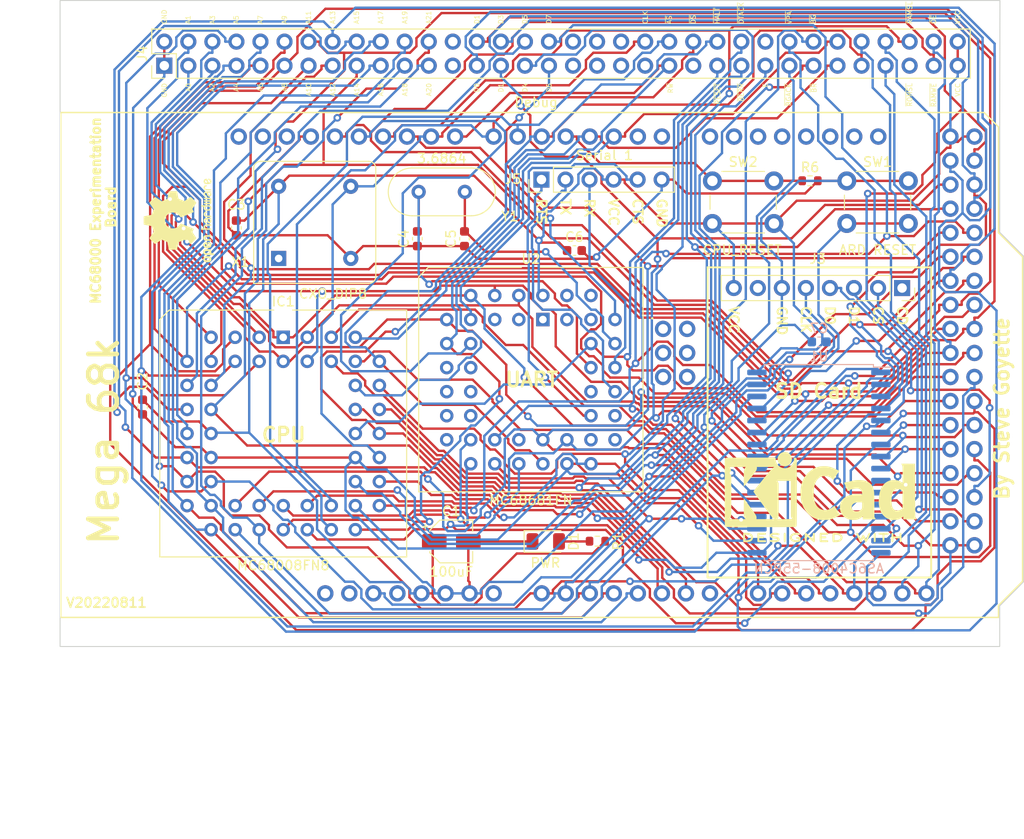
<source format=kicad_pcb>
(kicad_pcb (version 20211014) (generator pcbnew)
  (layers (0 "F.Cu" signal) (31 "B.Cu" signal) (34 "B.Paste" user) (35 "F.Paste" user) (36 "B.SilkS" user "B.Silkscreen") (37 "F.SilkS" user "F.Silkscreen") (38 "B.Mask" user) (39 "F.Mask" user) (44 "Edge.Cuts" user))
  (net 0 "")
  (net 1 "VCC")
  (net 2 "GND")
  (net 3 "/D4")
  (net 4 "/D3")
  (net 5 "/D2")
  (net 6 "/D1")
  (net 7 "/D0")
  (net 8 "/CPU_CLK")
  (net 9 "/E")
  (net 10 "/FC2")
  (net 11 "/FC1")
  (net 12 "/FC0")
  (net 13 "/A1")
  (net 14 "/A2")
  (net 15 "/A3")
  (net 16 "/A4")
  (net 17 "/A5")
  (net 18 "/A6")
  (net 19 "/A7")
  (net 20 "/A8")
  (net 21 "/A9")
  (net 22 "/A10")
  (net 23 "/A11")
  (net 24 "/A12")
  (net 25 "/A13")
  (net 26 "/A14")
  (net 27 "/A15")
  (net 28 "/A16")
  (net 29 "/A17")
  (net 30 "/A18")
  (net 31 "/A19")
  (net 32 "/A20")
  (net 33 "/A21")
  (net 34 "/D7")
  (net 35 "/D6")
  (net 36 "/D5")
  (net 46 "Net-(D1-Pad2)")
  (net 47 "/~{RAM_SEL}")
  (net 48 "/~{ROM_SEL}")
  (net 50 "/~{ARD_RESET}")
  (net 51 "/CPU_RST")
  (net 52 "/R~{W}")
  (net 53 "/~{AS}")
  (net 54 "/A0")
  (net 56 "/SDCS")
  (net 57 "/SDD1")
  (net 58 "/SDD0")
  (net 59 "/SDCLK")
  (net 81 "/~{DS}")
  (net 83 "/68681_X1")
  (net 84 "/68681_X2")
  (net 85 "/RTSA")
  (net 86 "/TxDA")
  (net 87 "/RxDA")
  (net 88 "/CTSA")
  (net 89 "/~{OE}")
  (net 90 "/~{RAM_WE}")
  (net 92 "/IP3")
  (net 93 "/CTSB")
  (net 94 "/~{DTACK_UART}")
  (net 95 "/RxDB")
  (net 97 "/TxDB")
  (net 98 "/OP1")
  (net 99 "/OP3")
  (net 100 "/OP5")
  (net 101 "/OP7")
  (net 103 "/OP6")
  (net 104 "/OP4")
  (net 105 "/RTSB")
  (net 107 "/~{RESET}")
  (net 108 "/~{UART_SEL}")
  (net 109 "/IP2")
  (net 111 "/IP5")
  (net 112 "/IP4")
  (net 117 "/~{DTACK}")
  (net 118 "/~{BG}")
  (net 119 "/~{BGACK}")
  (net 120 "/~{BR}")
  (net 121 "/~{HALT}")
  (net 122 "/~{VPA}")
  (net 123 "/~{BERR}")
  (net 124 "/~{IPL1}")
  (net 125 "/~{IPL2}")
  (net 126 "/~{IPL0}")
  (footprint "Capacitor_SMD:CP_Elec_4x5.4" (layer "F.Cu") (at 89.4588 103.4542)
    (fp_text reference "C1")
    (fp_text value "100uF")
  )
  (footprint "Capacitor_SMD:C_0603_1608Metric" (layer "F.Cu") (at 102.4636 72.7202)
    (fp_text reference "C6")
    (fp_text value ".1uF" hide)
  )
  (footprint "Capacitor_SMD:C_0603_1608Metric" (layer "F.Cu") (at 90.8558 71.4756 90)
    (fp_text reference "C5")
    (fp_text value "12pf")
  )
  (footprint "Button_Switch_THT:SW_PUSH_6mm" (layer "F.Cu") (at 117.0444 65.3648)
    (fp_text reference "SW2")
    (fp_text value "CPU_RESET")
  )
  (footprint "Oscillator:Oscillator_DIP-8" (layer "F.Cu") (at 71.2216 73.5584)
    (fp_text reference "X1")
    (fp_text value "CXO_DIP8")
  )
  (footprint "Crystal:Crystal_HC49-U_Vertical" (layer "F.Cu") (at 90.8928 66.5226 180)
    (fp_text reference "Y1")
    (fp_text value "3.6864")
  )
  (footprint "Capacitor_SMD:C_0603_1608Metric" (layer "F.Cu") (at 56.8452 89.2556 -90)
    (fp_text reference "C2")
    (fp_text value ".1uF")
  )
  (footprint "Package_LCC:PLCC-44_THT-Socket" (layer "F.Cu") (at 99.1362 80.01)
    (fp_text reference "U2")
    (fp_text value "MC68681FN")
  )
  (footprint "Connector_PinSocket_2.54mm:PinSocket_1x08_P2.54mm_Vertical" (layer "F.Cu") (at 137.0838 76.6826 -90)
    (fp_text reference "J3")
    (fp_text value "SD Card" hide)
  )
  (footprint "Capacitor_SMD:C_0603_1608Metric" (layer "F.Cu") (at 85.8774 71.4756 90)
    (fp_text reference "C4")
    (fp_text value "12pf")
  )
  (footprint "Connector_PinHeader_2.54mm:PinHeader_2x34_P2.54mm_Vertical" (layer "F.Cu") (at 59.1412 53.1926 90)
    (fp_text reference "J4")
    (fp_text value "Debug")
  )
  (footprint "Package_LCC:PLCC-52_THT-Socket" (layer "F.Cu") (at 71.7042 81.8896)
    (fp_text reference "IC1")
    (fp_text value "MC68008FN8")
  )
  (footprint "Arduino:Arduino_Mega2560_Shield" (layer "F.Cu") (at 48.2092 111.4806)
    (fp_text reference "XA1" hide)
    (fp_text value "Arduino_Mega2560_Shield")
  )
  (footprint "LED_SMD:LED_1206_3216Metric" (layer "F.Cu") (at 99.441 103.4542)
    (fp_text reference "D1")
    (fp_text value "PWR")
  )
  (footprint "Symbol:OSHW-Logo2_9.8x8mm_SilkScreen" (layer "F.Cu") (at 60.6806 69.5452 90)
    (fp_text reference "Logo2" hide)
    (fp_text value "OSHW-Logo2_9.8x8mm_SilkScreen" hide)
  )
  (footprint "Resistor_SMD:R_0603_1608Metric" (layer "F.Cu") (at 127.3556 65.3522)
    (fp_text reference "R6")
    (fp_text value "10k" hide)
  )
  (footprint "Resistor_SMD:R_0603_1608Metric" (layer "F.Cu") (at 104.8898 103.4288 180)
    (fp_text reference "R1")
    (fp_text value "220" hide)
  )
  (footprint "Button_Switch_THT:SW_PUSH_6mm" (layer "F.Cu") (at 131.2418 65.3648)
    (fp_text reference "SW1")
    (fp_text value "ARD RESET")
  )
  (footprint "Capacitor_SMD:C_0603_1608Metric" (layer "F.Cu") (at 66.7512 70.3326 -90)
    (fp_text reference "C3")
    (fp_text value ".1uF" hide)
  )
  (footprint "Symbol:KiCad-Logo2_8mm_SilkScreen" (layer "F.Cu") (at 128.4732 97.9424)
    (fp_text reference "Logo1" hide)
    (fp_text value "KiCad-Logo2_8mm_SilkScreen" hide)
  )
  (footprint "Connector_PinHeader_2.54mm:PinHeader_1x06_P2.54mm_Vertical" (layer "F.Cu") (at 98.9838 65.2272 90)
    (fp_text reference "J5")
    (fp_text value "Serial 1")
  )
  (footprint "Package_SO:SSOP-32_11.305x20.495mm_P1.27mm" (layer "B.Cu") (at 128.2954 95.123 180)
    (fp_text reference "U1")
    (fp_text value "AS6C4008-55PCN")
  )
  (footprint "Capacitor_SMD:C_0603_1608Metric" (layer "B.Cu") (at 128.3208 82.3722 180)
    (fp_text reference "C7")
    (fp_text value ".1uF" hide)
  )
  (gr_rect (start 116.5352 74.4982) (end 140.1572 107.2642) (layer "F.SilkS") (width 0.2) (fill none))
  (gr_poly (pts (xy 147.3962 59.6138) (xy 147.3962 70.7898) (xy 149.9362 73.3298) (xy 149.9362 107.696) (xy 147.3962 110.2614) (xy 147.3962 114.554) (xy 48.133 114.554) (xy 48.133 46.3042) (xy 147.4216 46.3042)) (layer "Edge.Cuts") (width 0.1) (fill none))
  (gr_text "MC68000 Experimentation \nBoard" (at 52.705 68.1228 90) (layer "F.SilkS") (effects (font (size 1 1) (thickness 0.25))))
  (gr_text "D1" (at 94.7166 55.52619 90) (layer "F.SilkS") (effects (font (size 0.5 0.5) (thickness 0.075))))
  (gr_text "A21" (at 87.08 48.0996 90) (layer "F.SilkS") (effects (font (size 0.5 0.5) (thickness 0.075))))
  (gr_text "~{DS}" (at 115.02 48.301981 90) (layer "F.SilkS") (effects (font (size 0.5 0.5) (thickness 0.075))))
  (gr_text "D0" (at 92.1512 55.52619 90) (layer "F.SilkS") (effects (font (size 0.5 0.5) (thickness 0.075))))
  (gr_text "A1" (at 61.66 48.337695 90) (layer "F.SilkS") (effects (font (size 0.5 0.5) (thickness 0.075))))
  (gr_text "GND" (at 124.3838 80.130638 270) (layer "F.SilkS") (effects (font (size 1 1) (thickness 0.2))))
  (gr_text "GND" (at 111.6838 68.772066 270) (layer "F.SilkS") (effects (font (size 1 1) (thickness 0.2))))
  (gr_text "~{DTACK}" (at 120.1 47.635314 90) (layer "F.SilkS") (effects (font (size 0.5 0.5) (thickness 0.075))))
  (gr_text "A20" (at 87.0966 55.728571 90) (layer "F.SilkS") (effects (font (size 0.5 0.5) (thickness 0.075))))
  (gr_text "~{BR}" (at 127.7874 55.538095 90) (layer "F.SilkS") (effects (font (size 0.5 0.5) (thickness 0.075))))
  (gr_text "~{RAMSL}" (at 137.8966 47.5996 90) (layer "F.SilkS") (effects (font (size 0.5 0.5) (thickness 0.075))))
  (gr_text "CLK" (at 109.96 48.087695 90) (layer "F.SilkS") (effects (font (size 0.5 0.5) (thickness 0.075))))
  (gr_text "~{BGACK}" (at 125.095 56.252381 90) (layer "F.SilkS") (effects (font (size 0.5 0.5) (thickness 0.075))))
  (gr_text "D3" (at 94.7 48.301981 90) (layer "F.SilkS") (effects (font (size 0.5 0.5) (thickness 0.075))))
  (gr_text "RTS" (at 98.9838 68.6054 270) (layer "F.SilkS") (effects (font (size 1 1) (thickness 0.2))))
  (gr_text "D5" (at 97.24 48.301981 90) (layer "F.SilkS") (effects (font (size 0.5 0.5) (thickness 0.075))))
  (gr_text "A8" (at 71.8566 55.490476 90) (layer "F.SilkS") (effects (font (size 0.5 0.5) (thickness 0.075))))
  (gr_text "CLK" (at 126.9238 80.011591 270) (layer "F.SilkS") (effects (font (size 1 1) (thickness 0.2))))
  (gr_text "V20220811" (at 53.0352 109.9312) (layer "F.SilkS") (effects (font (size 1 1) (thickness 0.2))))
  (gr_text "~{RAMWE}" (at 140.4366 56.3 90) (layer "F.SilkS") (effects (font (size 0.5 0.5) (thickness 0.075))))
  (gr_text "E" (at 122.6566 55.264286 90) (layer "F.SilkS") (effects (font (size 0.5 0.5) (thickness 0.075))))
  (gr_text "Mega 68k" (at 52.7558 92.8624 90) (layer "F.SilkS") (effects (font (size 3 3) (thickness 0.5))))
  (gr_text "~{ROMSL}" (at 137.8966 56.27619 90) (layer "F.SilkS") (effects (font (size 0.5 0.5) (thickness 0.075))))
  (gr_text "~{RESET}" (at 117.6274 56.169048 90) (layer "F.SilkS") (effects (font (size 0.5 0.5) (thickness 0.075))))
  (gr_text "D4" (at 97.2566 55.52619 90) (layer "F.SilkS") (effects (font (size 0.5 0.5) (thickness 0.075))))
  (gr_text "RX" (at 104.0638 68.224447 270) (layer "F.SilkS") (effects (font (size 1 1) (thickness 0.2))))
  (gr_text "~{AS}" (at 112.49 48.337695 90) (layer "F.SilkS") (effects (font (size 0.5 0.5) (thickness 0.075))))
  (gr_text "D1" (at 92.17 48.301981 90) (layer "F.SilkS") (effects (font (size 0.5 0.5) (thickness 0.075))))
  (gr_text "~{BG}" (at 127.7112 48.290076 90) (layer "F.SilkS") (effects (font (size 0.5 0.5) (thickness 0.075))))
  (gr_text "A10" (at 74.3966 55.728571 90) (layer "F.SilkS") (effects (font (size 0.5 0.5) (thickness 0.075))))
  (gr_text "A4" (at 66.7512 55.490476 90) (layer "F.SilkS") (effects (font (size 0.5 0.5) (thickness 0.075))))
  (gr_text "A19" (at 84.55 48.0996 90) (layer "F.SilkS") (effects (font (size 0.5 0.5) (thickness 0.075))))
  (gr_text "~{VPA}" (at 125.1712 48.111505 90) (layer "F.SilkS") (effects (font (size 0.5 0.5) (thickness 0.075))))
  (gr_text "GND" (at 59.14 48.028171 90) (layer "F.SilkS") (effects (font (size 0.5 0.5) (thickness 0.075))))
  (gr_text "A11" (at 74.37 48.0996 90) (layer "F.SilkS") (effects (font (size 0.5 0.5) (thickness 0.075))))
  (gr_text "D7" (at 99.77 48.301981 90) (layer "F.SilkS") (effects (font (size 0.5 0.5) (thickness 0.075))))
  (gr_text "VCC" (at 106.6038 68.676828 270) (layer "F.SilkS") (effects (font (size 1 1) (thickness 0.2))))
  (gr_text "UART" (at 97.9678 86.36) (layer "F.SilkS") (effects (font (size 1.5 1.5) (thickness 0.3))))
  (gr_text "CTS" (at 109.1438 68.6054 270) (layer "F.SilkS") (effects (font (size 1 1) (thickness 0.2))))
  (gr_text "VCC" (at 119.3038 80.0354 270) (layer "F.SilkS") (effects (font (size 1 1) (thickness 0.2))))
  (gr_text "~{OE}" (at 140.4112 48.301981 90) (layer "F.SilkS") (effects (font (size 0.5 0.5) (thickness 0.075))))
  (gr_text "A16" (at 82.0166 55.728571 90) (layer "F.SilkS") (effects (font (size 0.5 0.5) (thickness 0.075))))
  (gr_text "D1" (at 132.0038 79.583019 270) (layer "F.SilkS") (effects (font (size 1 1) (thickness 0.2))))
  (gr_text "VCC" (at 142.9766 48.075791 90) (layer "F.SilkS") (effects (font (size 0.5 0.5) (thickness 0.075))))
  (gr_text "~{HALT}" (at 117.56 47.921029 90) (layer "F.SilkS") (effects (font (size 0.5 0.5) (thickness 0.075))))
  (gr_text "A6" (at 69.2912 55.490476 90) (layer "F.SilkS") (effects (font (size 0.5 0.5) (thickness 0.075))))
  (gr_text "A9" (at 71.84 48.337695 90) (layer "F.SilkS") (effects (font (size 0.5 0.5) (thickness 0.075))))
  (gr_text "VCC" (at 142.9766 55.752381 90) (layer "F.SilkS") (effects (font (size 0.5 0.5) (thickness 0.075))))
  (gr_text "A14" (at 79.4766 55.728571 90) (layer "F.SilkS") (effects (font (size 0.5 0.5) (thickness 0.075))))
  (gr_text "A0" (at 61.6966 55.490476 90) (layer "F.SilkS") (effects (font (size 0.5 0.5) (thickness 0.075))))
  (gr_text "TX" (at 101.5238 68.1054 270) (layer "F.SilkS") (effects (font (size 1 1) (thickness 0.2))))
  (gr_text "A5" (at 66.74 48.337695 90) (layer "F.SilkS") (effects (font (size 0.5 0.5) (thickness 0.075))))
  (gr_text "A13" (at 76.93 48.0996 90) (layer "F.SilkS") (effects (font (size 0.5 0.5) (thickness 0.075))))
  (gr_text "~{BERR}" (at 120.0912 56.014286 90) (layer "F.SilkS") (effects (font (size 0.5 0.5) (thickness 0.075))))
  (gr_text "D6" (at 99.7966 55.52619 90) (layer "F.SilkS") (effects (font (size 0.5 0.5) (thickness 0.075))))
  (gr_text "GND" (at 59.15 55.8 90) (layer "F.SilkS") (effects (font (size 0.5 0.5) (thickness 0.075))))
  (gr_text "A2" (at 64.1858 55.490476 90) (layer "F.SilkS") (effects (font (size 0.5 0.5) (thickness 0.075))))
  (gr_text "A3" (at 64.24 48.337695 90) (layer "F.SilkS") (effects (font (size 0.5 0.5) (thickness 0.075))))
  (gr_text "CPU" (at 71.755 92.202) (layer "F.SilkS") (effects (font (size 1.5 1.5) (thickness 0.3))))
  (gr_text "CD" (at 137.0838 79.606829 270) (layer "F.SilkS") (effects (font (size 1 1) (thickness 0.2))))
  (gr_text "A18" (at 84.5566 55.728571 90) (layer "F.SilkS") (effects (font (size 0.5 0.5) (thickness 0.075))))
  (gr_text "A12" (at 76.9366 55.728571 90) (layer "F.SilkS") (effects (font (size 0.5 0.5) (thickness 0.075))))
  (gr_text "A17" (at 82 48.0996 90) (layer "F.SilkS") (effects (font (size 0.5 0.5) (thickness 0.075))))
  (gr_text "R~{W}" (at 112.6236 55.57381 90) (layer "F.SilkS") (effects (font (size 0.5 0.5) (thickness 0.075))))
  (gr_text "A7" (at 69.29 48.337695 90) (layer "F.SilkS") (effects (font (size 0.5 0.5) (thickness 0.075))))
  (gr_text "D0" (at 129.4638 79.583019 270) (layer "F.SilkS") (effects (font (size 1 1) (thickness 0.2))))
  (gr_text "CS" (at 134.5438 79.583019 270) (layer "F.SilkS") (effects (font (size 1 1) (thickness 0.2))))
  (gr_text "A15" (at 79.45 48.0996 90) (layer "F.SilkS") (effects (font (size 0.5 0.5) (thickness 0.075))))
  (gr_text "SD Card" (at 128.27 87.5792) (layer "F.SilkS") (effects (font (size 1.5 1.5) (thickness 0.3))))
  (gr_text "By Steve Goyette" (at 147.6248 89.408 90) (layer "F.SilkS") (effects (font (size 1.5 1.5) (thickness 0.3))))
  (segment (start 100.8531 71.8847) (end 101.6886 72.7202) (width 0.25) (layer "F.Cu") (net 1))
  (segment (start 141.0003 62.6868) (end 141.8176 61.8695) (width 0.25) (layer "F.Cu") (net 1))
  (segment (start 142.1892 61.2436) (end 142.9773 61.2436) (width 0.25) (layer "F.Cu") (net 1))
  (segment (start 142.9773 61.2436) (end 143.5403 60.6806) (width 0.25) (layer "F.Cu") (net 1))
  (segment (start 96.3791 104.7309) (end 104.4127 104.7309) (width 0.25) (layer "F.Cu") (net 1))
  (segment (start 66.7512 69.5576) (end 67.6024 69.5576) (width 0.25) (layer "F.Cu") (net 1))
  (segment (start 92.6591 108.4509) (end 96.3791 104.7309) (width 0.25) (layer "F.Cu") (net 1))
  (segment (start 104.4127 104.7309) (end 105.7148 103.4288) (width 0.25) (layer "F.Cu") (net 1))
  (segment (start 88.3179 110.1319) (end 91.8822 110.1319) (width 0.25) (layer "F.Cu") (net 1))
  (segment (start 87.4981 108.9406) (end 87.4981 109.3121) (width 0.25) (layer "F.Cu") (net 1))
  (segment (start 98.7159 71.6595) (end 98.9411 71.8847) (width 0.25) (layer "F.Cu") (net 1))
  (segment (start 87.4981 103.6149) (end 87.4981 108.9406) (width 0.25) (layer "F.Cu") (net 1))
  (segment (start 87.6588 103.4542) (end 87.4981 103.6149) (width 0.25) (layer "F.Cu") (net 1))
  (segment (start 71.2216 65.9384) (end 72.3496 64.8104) (width 0.25) (layer "F.Cu") (net 1))
  (segment (start 117.0444 69.8648) (end 123.5444 69.8648) (width 0.25) (layer "F.Cu") (net 1))
  (segment (start 72.3496 64.8104) (end 91.8668 64.8104) (width 0.25) (layer "F.Cu") (net 1))
  (segment (start 87.4981 109.3121) (end 88.3179 110.1319) (width 0.25) (layer "F.Cu") (net 1))
  (segment (start 56.8452 88.4806) (end 59.1442 90.7796) (width 0.25) (layer "F.Cu") (net 1))
  (segment (start 91.8668 64.8104) (end 98.7159 71.6595) (width 0.25) (layer "F.Cu") (net 1))
  (segment (start 142.1892 60.6806) (end 142.1892 61.2436) (width 0.25) (layer "F.Cu") (net 1))
  (segment (start 144.7292 60.6806) (end 143.5403 60.6806) (width 0.25) (layer "F.Cu") (net 1))
  (segment (start 141.8176 61.8695) (end 142.1892 61.8695) (width 0.25) (layer "F.Cu") (net 1))
  (segment (start 107.7791 65.5811) (end 112.0628 69.8648) (width 0.25) (layer "F.Cu") (net 1))
  (segment (start 138.1808 67.4556) (end 141.0003 64.6361) (width 0.25) (layer "F.Cu") (net 1))
  (segment (start 91.8822 110.1319) (end 92.6591 109.355) (width 0.25) (layer "F.Cu") (net 1))
  (segment (start 107.7791 65.2272) (end 107.7791 65.5811) (width 0.25) (layer "F.Cu") (net 1))
  (segment (start 142.1892 61.2436) (end 142.1892 61.8695) (width 0.25) (layer "F.Cu") (net 1))
  (segment (start 92.6591 109.355) (end 92.6591 108.4509) (width 0.25) (layer "F.Cu") (net 1))
  (segment (start 98.9411 71.8847) (end 100.8531 71.8847) (width 0.25) (layer "F.Cu") (net 1))
  (segment (start 141.0003 64.6361) (end 141.0003 62.6868) (width 0.25) (layer "F.Cu") (net 1))
  (segment (start 59.1442 90.7796) (end 62.8142 90.7796) (width 0.25) (layer "F.Cu") (net 1))
  (segment (start 112.0628 69.8648) (end 117.0444 69.8648) (width 0.25) (layer "F.Cu") (net 1))
  (segment (start 125.9536 67.4556) (end 138.1808 67.4556) (width 0.25) (layer "F.Cu") (net 1))
  (segment (start 86.3092 108.9406) (end 87.4981 108.9406) (width 0.25) (layer "F.Cu") (net 1))
  (segment (start 142.9612 50.6526) (end 142.9612 53.1926) (width 0.25) (layer "F.Cu") (net 1))
  (segment (start 123.5444 69.8648) (end 125.9536 67.4556) (width 0.25) (layer "F.Cu") (net 1))
  (segment (start 67.6024 69.5576) (end 71.2216 65.9384) (width 0.25) (layer "F.Cu") (net 1))
  (segment (start 62.8142 90.7796) (end 64.0842 92.0496) (width 0.25) (layer "F.Cu") (net 1))
  (segment (start 106.6038 65.2272) (end 107.7791 65.2272) (width 0.25) (layer "F.Cu") (net 1))
  (via (at 98.7159 71.6595) (size 0.8) (drill 0.4) (layers "F.Cu" "B.Cu") (net 1))
  (segment (start 119.3038 76.6826) (end 119.3038 75.5073) (width 0.25) (layer "B.Cu") (net 1))
  (segment (start 126.1201 83.1755) (end 125.9969 83.0523) (width 0.25) (layer "B.Cu") (net 1))
  (segment (start 119.3038 72.1242) (end 119.3038 75.5073) (width 0.25) (layer "B.Cu") (net 1))
  (segment (start 105.4285 65.2272) (end 105.4285 64.8599) (width 0.25) (layer "B.Cu") (net 1))
  (segment (start 69.5897 76.8332) (end 68.1113 78.3116) (width 0.25) (layer "B.Cu") (net 1))
  (segment (start 106.6038 65.2272) (end 105.4285 65.2272) (width 0.25) (layer "B.Cu") (net 1))
  (segment (start 105.4285 64.8599) (end 104.6085 64.0399) (width 0.25) (layer "B.Cu") (net 1))
  (segment (start 123.5444 69.8648) (end 125.6538 71.9742) (width 0.25) (layer "B.Cu") (net 1))
  (segment (start 128.0595 83.1755) (end 126.1201 83.1755) (width 0.25) (layer "B.Cu") (net 1))
  (segment (start 102.8884 64.6762) (end 102.8884 65.6801) (width 0.25) (layer "B.Cu") (net 1))
  (segment (start 102.8884 65.6801) (end 99.9803 68.5882) (width 0.25) (layer "B.Cu") (net 1))
  (segment (start 103.5247 64.0399) (end 102.8884 64.6762) (width 0.25) (layer "B.Cu") (net 1))
  (segment (start 142.1892 55.1399) (end 142.1892 59.4917) (width 0.25) (layer "B.Cu") (net 1))
  (segment (start 128.6543 82.3722) (end 128.6543 82.5807) (width 0.25) (layer "B.Cu") (net 1))
  (segment (start 75.2808 102.1843) (end 80.8482 107.7517) (width 0.25) (layer "B.Cu") (net 1))
  (segment (start 125.6538 78.5112) (end 128.6543 81.5117) (width 0.25) (layer "B.Cu") (net 1))
  (segment (start 80.8482 107.7517) (end 84.303 107.7517) (width 0.25) (layer "B.Cu") (net 1))
  (segment (start 142.9612 54.3679) (end 142.1892 55.1399) (width 0.25) (layer "B.Cu") (net 1))
  (segment (start 142.9612 53.1926) (end 142.9612 54.3679) (width 0.25) (layer "B.Cu") (net 1))
  (segment (start 64.1655 91.9683) (end 64.0842 92.0496) (width 0.25) (layer "B.Cu") (net 1))
  (segment (start 117.0444 69.8648) (end 119.3038 72.1242) (width 0.25) (layer "B.Cu") (net 1))
  (segment (start 128.6543 82.3722) (end 129.0958 82.3722) (width 0.25) (layer "B.Cu") (net 1))
  (segment (start 99.1362 77.47) (end 98.6966 77.0304) (width 0.25) (layer "B.Cu") (net 1))
  (segment (start 124.2911 83.0523) (end 121.7454 85.598) (width 0.25) (layer "B.Cu") (net 1))
  (segment (start 142.1892 60.6806) (end 142.1892 59.4917) (width 0.25) (layer "B.Cu") (net 1))
  (segment (start 71.2216 65.9384) (end 71.2216 69.9177) (width 0.25) (layer "B.Cu") (net 1))
  (segment (start 71.2216 69.9177) (end 69.5897 71.5496) (width 0.25) (layer "B.Cu") (net 1))
  (segment (start 98.6966 71.6788) (end 98.7159 71.6595) (width 0.25) (layer "B.Cu") (net 1))
  (segment (start 99.6298 68.5882) (end 99.2049 69.0131) (width 0.25) (layer "B.Cu") (net 1))
  (segment (start 125.9969 83.0523) (end 124.2911 83.0523) (width 0.25) (layer "B.Cu") (net 1))
  (segment (start 86.3092 108.9406) (end 85.1203 108.9406) (width 0.25) (layer "B.Cu") (net 1))
  (segment (start 69.5897 71.5496) (end 69.5897 76.8332) (width 0.25) (layer "B.Cu") (net 1))
  (segment (start 128.6543 81.5117) (end 128.6543 82.3722) (width 0.25) (layer "B.Cu") (net 1))
  (segment (start 84.303 107.7517) (end 85.1203 108.569) (width 0.25) (layer "B.Cu") (net 1))
  (segment (start 99.2049 71.1705) (end 98.7159 71.6595) (width 0.25) (layer "B.Cu") (net 1))
  (segment (start 125.6538 71.9742) (end 125.6538 78.5112) (width 0.25) (layer "B.Cu") (net 1))
  (segment (start 85.1203 108.569) (end 85.1203 108.9406) (width 0.25) (layer "B.Cu") (net 1))
  (segment (start 128.6543 82.5807) (end 128.0595 83.1755) (width 0.25) (layer "B.Cu") (net 1))
  (segment (start 104.6085 64.0399) (end 103.5247 64.0399) (width 0.25) (layer "B.Cu") (net 1))
  (segment (start 68.1113 91.9683) (end 64.1655 91.9683) (width 0.25) (layer "B.Cu") (net 1))
  (segment (start 68.1113 78.3116) (end 68.1113 91.9683) (width 0.25) (layer "B.Cu") (net 1))
  (segment (start 99.2049 69.0131) (end 99.2049 71.1705) (width 0.25) (layer "B.Cu") (net 1))
  (segment (start 98.6966 77.0304) (end 98.6966 71.6788) (width 0.25) (layer "B.Cu") (net 1))
  (segment (start 99.9803 68.5882) (end 99.6298 68.5882) (width 0.25) (layer "B.Cu") (net 1))
  (segment (start 68.1113 91.9683) (end 75.2808 99.1378) (width 0.25) (layer "B.Cu") (net 1))
  (segment (start 75.2808 99.1378) (end 75.2808 102.1843) (width 0.25) (layer "B.Cu") (net 1))
  (segment (start 130.5717 100.2964) (end 126.3011 96.0258) (width 0.25) (layer "F.Cu") (net 2))
  (segment (start 78.8416 73.5584) (end 76.3908 71.1076) (width 0.25) (layer "F.Cu") (net 2))
  (segment (start 59.1412 50.6526) (end 59.1412 53.1926) (width 0.25) (layer "F.Cu") (net 2))
  (segment (start 65.9124 70.2688) (end 65.9124 68.5349) (width 0.25) (layer "F.Cu") (net 2))
  (segment (start 56.8452 90.0306) (end 60.3065 93.4919) (width 0.25) (layer "F.Cu") (net 2))
  (segment (start 56.8452 90.0306) (end 55.808 88.9934) (width 0.25) (layer "F.Cu") (net 2))
  (segment (start 73.4363 61.011) (end 73.4363 60.6806) (width 0.25) (layer "F.Cu") (net 2))
  (segment (start 104.6256 73.5935) (end 104.8134 73.4057) (width 0.25) (layer "F.Cu") (net 2))
  (segment (start 79.3242 94.5896) (end 64.0842 94.5896) (width 0.25) (layer "F.Cu") (net 2))
  (segment (start 74.6252 60.6806) (end 73.4363 60.6806) (width 0.25) (layer "F.Cu") (net 2))
  (segment (start 103.9241 73.4057) (end 103.2386 72.7202) (width 0.25) (layer "F.Cu") (net 2))
  (segment (start 114.3221 66.6902) (end 112.8591 65.2272) (width 0.25) (layer "F.Cu") (net 2))
  (segment (start 140.0865 103.8606) (end 136.5223 100.2964) (width 0.25) (layer "F.Cu") (net 2))
  (segment (start 126.3011 96.0258) (end 120.8265 96.0258) (width 0.25) (layer "F.Cu") (net 2))
  (segment (start 91.2588 103.4542) (end 98.041 103.4542) (width 0.25) (layer "F.Cu") (net 2))
  (segment (start 80.1494 72.2506) (end 78.8416 73.5584) (width 0.25) (layer "F.Cu") (net 2))
  (segment (start 90.8558 72.2506) (end 92.1987 73.5935) (width 0.25) (layer "F.Cu") (net 2))
  (segment (start 144.7292 103.8606) (end 142.1892 103.8606) (width 0.25) (layer "F.Cu") (net 2))
  (segment (start 120.8265 96.0258) (end 116.1916 91.3909) (width 0.25) (layer "F.Cu") (net 2))
  (segment (start 128.1932 65.3648) (end 128.1806 65.3522) (width 0.25) (layer "F.Cu") (net 2))
  (segment (start 111.6838 65.2272) (end 112.8591 65.2272) (width 0.25) (layer "F.Cu") (net 2))
  (segment (start 137.7418 65.3648) (end 131.2418 65.3648) (width 0.25) (layer "F.Cu") (net 2))
  (segment (start 60.3065 93.4919) (end 62.9865 93.4919) (width 0.25) (layer "F.Cu") (net 2))
  (segment (start 104.8134 73.4057) (end 103.9241 73.4057) (width 0.25) (layer "F.Cu") (net 2))
  (segment (start 62.9865 93.4919) (end 64.0842 94.5896) (width 0.25) (layer "F.Cu") (net 2))
  (segment (start 136.5223 100.2964) (end 130.5717 100.2964) (width 0.25) (layer "F.Cu") (net 2))
  (segment (start 92.1987 73.5935) (end 104.6256 73.5935) (width 0.25) (layer "F.Cu") (net 2))
  (segment (start 128.1806 65.3522) (end 126.8426 66.6902) (width 0.25) (layer "F.Cu") (net 2))
  (segment (start 141.0003 103.8606) (end 140.0865 103.8606) (width 0.25) (layer "F.Cu") (net 2))
  (segment (start 91.3892 107.7517) (end 91.2588 107.6213) (width 0.25) (layer "F.Cu") (net 2))
  (segment (start 76.3908 71.1076) (end 66.7512 71.1076) (width 0.25) (layer "F.Cu") (net 2))
  (segment (start 90.8558 72.2506) (end 85.8774 72.2506) (width 0.25) (layer "F.Cu") (net 2))
  (segment (start 66.7512 71.1076) (end 65.9124 70.2688) (width 0.25) (layer "F.Cu") (net 2))
  (segment (start 85.8774 72.2506) (end 80.1494 72.2506) (width 0.25) (layer "F.Cu") (net 2))
  (segment (start 131.2418 65.3648) (end 128.1932 65.3648) (width 0.25) (layer "F.Cu") (net 2))
  (segment (start 55.808 88.9934) (end 55.808 87.8623) (width 0.25) (layer "F.Cu") (net 2))
  (segment (start 126.8426 66.6902) (end 114.3221 66.6902) (width 0.25) (layer "F.Cu") (net 2))
  (segment (start 142.1892 103.8606) (end 141.0003 103.8606) (width 0.25) (layer "F.Cu") (net 2))
  (segment (start 65.9124 68.5349) (end 73.4363 61.011) (width 0.25) (layer "F.Cu") (net 2))
  (segment (start 91.2588 107.6213) (end 91.2588 103.4542) (width 0.25) (layer "F.Cu") (net 2))
  (segment (start 91.3892 108.9406) (end 91.3892 107.7517) (width 0.25) (layer "F.Cu") (net 2))
  (via (at 104.8134 73.4057) (size 0.8) (drill 0.4) (layers "F.Cu" "B.Cu") (net 2))
  (via (at 116.1916 91.3909) (size 0.8) (drill 0.4) (layers "F.Cu" "B.Cu") (net 2))
  (via (at 55.808 87.8623) (size 0.8) (drill 0.4) (layers "F.Cu" "B.Cu") (net 2))
  (segment (start 85.6053 100.8428) (end 87.5708 102.8083) (width 0.25) (layer "B.Cu") (net 2))
  (segment (start 142.1892 106.7562) (end 140.837311 108.108089) (width 0.25) (layer "B.Cu") (net 2))
  (segment (start 124.3838 80.5777) (end 124.3838 76.6826) (width 0.25) (layer "B.Cu") (net 2))
  (segment (start 55.808 87.8623) (end 55.849 87.8213) (width 0.25) (layer "B.Cu") (net 2))
  (segment (start 134.0421 110.1778) (end 133.3769 109.5126) (width 0.25) (layer "B.Cu") (net 2))
  (segment (start 92.5781 108.9406) (end 92.5781 108.5991) (width 0.25) (layer "B.Cu") (net 2))
  (segment (start 96.9593 107.733) (end 104.4067 100.2856) (width 0.25) (layer "B.Cu") (net 2))
  (segment (start 79.0738 100.9396) (end 79.6259 100.9396) (width 0.25) (layer "B.Cu") (net 2))
  (segment (start 133.3769 106.1165) (end 134.8454 104.648) (width 0.25) (layer "B.Cu") (net 2))
  (segment (start 111.6838 65.2272) (end 111.6838 66.4025) (width 0.25) (layer "B.Cu") (net 2))
  (segment (start 92.5781 108.5991) (end 93.4442 107.733) (width 0.25) (layer "B.Cu") (net 2))
  (segment (start 122.2065 69.3283) (end 122.2065 71.7082) (width 0.25) (layer "B.Cu") (net 2))
  (segment (start 122.2065 71.7082) (end 124.3838 73.8855) (width 0.25) (layer "B.Cu") (net 2))
  (segment (start 140.092244 110.1778) (end 134.0421 110.1778) (width 0.25) (layer "B.Cu") (net 2))
  (segment (start 140.837311 108.108089) (end 140.837311 109.432733) (width 0.25) (layer "B.Cu") (net 2))
  (segment (start 78.2876 100.1534) (end 79.0738 100.9396) (width 0.25) (layer "B.Cu") (net 2))
  (segment (start 111.6838 66.4025) (end 104.8134 73.2729) (width 0.25) (layer "B.Cu") (net 2))
  (segment (start 92.1593 102.8083) (end 94.0203 100.9473) (width 0.25) (layer "B.Cu") (net 2))
  (segment (start 96.5962 98.1475) (end 96.5962 95.25) (width 0.25) (layer "B.Cu") (net 2))
  (segment (start 116.1916 90.065) (end 119.8085 86.4481) (width 0.25) (layer "B.Cu") (net 2))
  (segment (start 86.438 107.7517) (end 86.843 107.7517) (width 0.25) (layer "B.Cu") (net 2))
  (segment (start 133.3769 109.5126) (end 133.3769 106.1165) (width 0.25) (layer "B.Cu") (net 2))
  (segment (start 124.3838 80.5777) (end 125.7513 80.5777) (width 0.25) (layer "B.Cu") (net 2))
  (segment (start 55.849 87.8213) (end 55.849 57.6601) (width 0.25) (layer "B.Cu") (net 2))
  (segment (start 140.837311 109.432733) (end 140.092244 110.1778) (width 0.25) (layer "B.Cu") (net 2))
  (segment (start 87.5708 102.8083) (end 92.1593 102.8083) (width 0.25) (layer "B.Cu") (net 2))
  (segment (start 93.4442 107.733) (end 96.9593 107.733) (width 0.25) (layer "B.Cu") (net 2))
  (segment (start 125.7513 80.5777) (end 127.5458 82.3722) (width 0.25) (layer "B.Cu") (net 2))
  (segment (start 94.0203 100.9473) (end 94.0203 100.7234) (width 0.25) (layer "B.Cu") (net 2))
  (segment (start 80.5942 95.8596) (end 82.6203 95.8596) (width 0.25) (layer "B.Cu") (net 2))
  (segment (start 94.0203 100.7234) (end 96.5962 98.1475) (width 0.25) (layer "B.Cu") (net 2))
  (segment (start 107.6893 100.2856) (end 116.1916 91.7833) (width 0.25) (layer "B.Cu") (net 2))
  (segment (start 91.3892 108.9406) (end 92.5781 108.9406) (width 0.25) (layer "B.Cu") (net 2))
  (segment (start 85.6053 98.8446) (end 85.6053 100.8428) (width 0.25) (layer "B.Cu") (net 2))
  (segment (start 79.6259 100.9396) (end 86.438 107.7517) (width 0.25) (layer "B.Cu") (net 2))
  (segment (start 119.8085 85.153) (end 124.3838 80.5777) (width 0.25) (layer "B.Cu") (net 2))
  (segment (start 87.6603 108.569) (end 87.6603 108.9406) (width 0.25) (layer "B.Cu") (net 2))
  (segment (start 86.843 107.7517) (end 87.6603 108.569) (width 0.25) (layer "B.Cu") (net 2))
  (segment (start 124.3838 73.8855) (end 124.3838 76.6826) (width 0.25) (layer "B.Cu") (net 2))
  (segment (start 142.1892 103.8606) (end 142.1892 106.7562) (width 0.25) (layer "B.Cu") (net 2))
  (segment (start 116.1916 91.7833) (end 116.1916 91.3909) (width 0.25) (layer "B.Cu") (net 2))
  (segment (start 119.8085 86.4481) (end 119.8085 85.153) (width 0.25) (layer "B.Cu") (net 2))
  (segment (start 78.2876 95.6262) (end 78.2876 100.1534) (width 0.25) (layer "B.Cu") (net 2))
  (segment (start 104.4067 100.2856) (end 107.6893 100.2856) (width 0.25) (layer "B.Cu") (net 2))
  (segment (start 116.1916 91.3909) (end 116.1916 90.065) (width 0.25) (layer "B.Cu") (net 2))
  (segment (start 126.17 65.3648) (end 122.2065 69.3283) (width 0.25) (layer "B.Cu") (net 2))
  (segment (start 104.8134 73.2729) (end 104.8134 73.4057) (width 0.25) (layer "B.Cu") (net 2))
  (segment (start 131.2418 65.3648) (end 126.17 65.3648) (width 0.25) (layer "B.Cu") (net 2))
  (segment (start 88.8492 108.9406) (end 87.6603 108.9406) (width 0.25) (layer "B.Cu") (net 2))
  (segment (start 55.849 57.6601) (end 59.1412 54.3679) (width 0.25) (layer "B.Cu") (net 2))
  (segment (start 79.3242 94.5896) (end 80.5942 95.8596) (width 0.25) (layer "B.Cu") (net 2))
  (segment (start 82.6203 95.8596) (end 85.6053 98.8446) (width 0.25) (layer "B.Cu") (net 2))
  (segment (start 79.3242 94.5896) (end 78.2876 95.6262) (width 0.25) (layer "B.Cu") (net 2))
  (segment (start 59.1412 53.1926) (end 59.1412 54.3679) (width 0.25) (layer "B.Cu") (net 2))
  (segment (start 88.8492 108.9406) (end 91.3892 108.9406) (width 0.25) (layer "B.Cu") (net 2))
  (segment (start 107.0776 96.3412) (end 110.1492 99.4128) (width 0.25) (layer "F.Cu") (net 3))
  (segment (start 70.6677 98.1661) (end 69.1642 99.6696) (width 0.25) (layer "F.Cu") (net 3))
  (segment (start 140.9445 68.3564) (end 130.0014 68.3564) (width 0.25) (layer "F.Cu") (net 3))
  (segment (start 102.7458 95.25) (end 103.837 96.3412) (width 0.25) (layer "F.Cu") (net 3))
  (segment (start 141.0003 68.3006) (end 140.9445 68.3564) (width 0.25) (layer "F.Cu") (net 3))
  (segment (start 142.1892 68.3006) (end 141.0003 68.3006) (width 0.25) (layer "F.Cu") (net 3))
  (segment (start 83.6112 98.1661) (end 70.6677 98.1661) (width 0.25) (layer "F.Cu") (net 3))
  (segment (start 83.7561 98.0212) (end 83.6112 98.1661) (width 0.25) (layer "F.Cu") (net 3))
  (segment (start 103.837 96.3412) (end 107.0776 96.3412) (width 0.25) (layer "F.Cu") (net 3))
  (segment (start 113.2008 99.4128) (end 115.5841 101.7961) (width 0.25) (layer "F.Cu") (net 3))
  (segment (start 130.0014 68.3564) (end 126.007 72.3508) (width 0.25) (layer "F.Cu") (net 3))
  (segment (start 110.1492 99.4128) (end 113.2008 99.4128) (width 0.25) (layer "F.Cu") (net 3))
  (segment (start 126.007 72.3508) (end 115.2037 72.3508) (width 0.25) (layer "F.Cu") (net 3))
  (segment (start 101.6762 95.25) (end 102.7458 95.25) (width 0.25) (layer "F.Cu") (net 3))
  (via (at 115.2037 72.3508) (size 0.8) (drill 0.4) (layers "F.Cu" "B.Cu") (net 3))
  (via (at 83.7561 98.0212) (size 0.8) (drill 0.4) (layers "F.Cu" "B.Cu") (net 3))
  (via (at 115.5841 101.7961) (size 0.8) (drill 0.4) (layers "F.Cu" "B.Cu") (net 3))
  (segment (start 102.033 96.318) (end 101.6762 95.9612) (width 0.25) (layer "B.Cu") (net 3))
  (segment (start 103.5912 51.0836) (end 103.5912 50.1799) (width 0.25) (layer "B.Cu") (net 3))
  (segment (start 104.368 49.4031) (end 120.57 49.4031) (width 0.25) (layer "B.Cu") (net 3))
  (segment (start 103.5912 50.1799) (end 104.368 49.4031) (width 0.25) (layer "B.Cu") (net 3))
  (segment (start 121.2869 53.8451) (end 119.7262 55.4058) (width 0.25) (layer "B.Cu") (net 3))
  (segment (start 117.166 103.378) (end 115.5841 101.7961) (width 0.25) (layer "B.Cu") (net 3))
  (segment (start 101.6762 95.9612) (end 101.6762 95.25) (width 0.25) (layer "B.Cu") (net 3))
  (segment (start 106.8476 96.318) (end 102.033 96.318) (width 0.25) (layer "B.Cu") (net 3))
  (segment (start 116.45664 73.60374) (end 116.45664 79.43229) (width 0.25) (layer "B.Cu") (net 3))
  (segment (start 87.3712 103.2586) (end 94.3788 103.2586) (width 0.25) (layer "B.Cu") (net 3))
  (segment (start 84.6667 100.5541) (end 87.3712 103.2586) (width 0.25) (layer "B.Cu") (net 3))
  (segment (start 115.2037 72.3508) (end 116.45664 73.60374) (width 0.25) (layer "B.Cu") (net 3))
  (segment (start 114.3406 59.596) (end 114.3406 71.4877) (width 0.25) (layer "B.Cu") (net 3))
  (segment (start 94.3788 103.2586) (end 101.6762 95.9612) (width 0.25) (layer "B.Cu") (net 3))
  (segment (start 118.5308 55.4058) (end 114.3406 59.596) (width 0.25) (layer "B.Cu") (net 3))
  (segment (start 116.45664 79.43229) (end 116.39212 79.496811) (width 0.25) (layer "B.Cu") (net 3))
  (segment (start 102.6575 52.0173) (end 103.5912 51.0836) (width 0.25) (layer "B.Cu") (net 3))
  (segment (start 97.2412 53.1926) (end 98.4165 53.1926) (width 0.25) (layer "B.Cu") (net 3))
  (segment (start 98.4165 53.1926) (end 98.4165 52.8252) (width 0.25) (layer "B.Cu") (net 3))
  (segment (start 121.7454 103.378) (end 117.166 103.378) (width 0.25) (layer "B.Cu") (net 3))
  (segment (start 120.57 49.4031) (end 121.2869 50.12) (width 0.25) (layer "B.Cu") (net 3))
  (segment (start 83.7561 98.0212) (end 84.6667 98.9318) (width 0.25) (layer "B.Cu") (net 3))
  (segment (start 119.7262 55.4058) (end 118.5308 55.4058) (width 0.25) (layer "B.Cu") (net 3))
  (segment (start 84.6667 98.9318) (end 84.6667 100.5541) (width 0.25) (layer "B.Cu") (net 3))
  (segment (start 116.39212 79.496811) (end 116.39212 86.04308) (width 0.25) (layer "B.Cu") (net 3))
  (segment (start 114.3406 71.4877) (end 115.2037 72.3508) (width 0.25) (layer "B.Cu") (net 3))
  (segment (start 99.2244 52.0173) (end 102.6575 52.0173) (width 0.25) (layer "B.Cu") (net 3))
  (segment (start 112.2684 90.1668) (end 112.2684 90.8972) (width 0.25) (layer "B.Cu") (net 3))
  (segment (start 112.2684 90.8972) (end 106.8476 96.318) (width 0.25) (layer "B.Cu") (net 3))
  (segment (start 98.4165 52.8252) (end 99.2244 52.0173) (width 0.25) (layer "B.Cu") (net 3))
  (segment (start 121.2869 50.12) (end 121.2869 53.8451) (width 0.25) (layer "B.Cu") (net 3))
  (segment (start 116.39212 86.04308) (end 112.2684 90.1668) (width 0.25) (layer "B.Cu") (net 3))
  (segment (start 133.3684 76.9898) (end 131.731 78.6272) (width 0.25) (layer "F.Cu") (net 4))
  (segment (start 145.9412 71.4056) (end 145.2362 72.1106) (width 0.25) (layer "F.Cu") (net 4))
  (segment (start 89.3193 100.9074) (end 89.0402 100.6283) (width 0.25) (layer "F.Cu") (net 4))
  (segment (start 91.1189 101.7439) (end 90.4472 101.0722) (width 0.25) (layer "F.Cu") (net 4))
  (segment (start 134.5437 75.0202) (end 133.3684 76.1955) (width 0.25) (layer "F.Cu") (net 4))
  (segment (start 138.1776 75.0202) (end 134.5437 75.0202) (width 0.25) (layer "F.Cu") (net 4))
  (segment (start 85.6942 100.6283) (end 85.1545 101.168) (width 0.25) (layer "F.Cu") (net 4))
  (segment (start 109.267 105.3998) (end 109.267 105.0712) (width 0.25) (layer "F.Cu") (net 4))
  (segment (start 133.3684 76.1955) (end 133.3684 76.9898) (width 0.25) (layer "F.Cu") (net 4))
  (segment (start 145.2362 72.1106) (end 141.0872 72.1106) (width 0.25) (layer "F.Cu") (net 4))
  (segment (start 131.731 78.6272) (end 131.6068 78.6272) (width 0.25) (layer "F.Cu") (net 4))
  (segment (start 89.0402 100.6283) (end 85.6942 100.6283) (width 0.25) (layer "F.Cu") (net 4))
  (segment (start 144.7292 65.7606) (end 144.7292 66.9495) (width 0.25) (layer "F.Cu") (net 4))
  (segment (start 90.4472 101.0722) (end 90.2824 100.9074) (width 0.25) (layer "F.Cu") (net 4))
  (segment (start 105.9397 101.7439) (end 91.1189 101.7439) (width 0.25) (layer "F.Cu") (net 4))
  (segment (start 141.0872 72.1106) (end 138.1776 75.0202) (width 0.25) (layer "F.Cu") (net 4))
  (segment (start 72.7458 101.168) (end 71.7042 102.2096) (width 0.25) (layer "F.Cu") (net 4))
  (segment (start 145.1007 66.9495) (end 145.9412 67.79) (width 0.25) (layer "F.Cu") (net 4))
  (segment (start 90.2824 100.9074) (end 89.3193 100.9074) (width 0.25) (layer "F.Cu") (net 4))
  (segment (start 109.267 105.0712) (end 105.9397 101.7439) (width 0.25) (layer "F.Cu") (net 4))
  (segment (start 144.7292 66.9495) (end 145.1007 66.9495) (width 0.25) (layer "F.Cu") (net 4))
  (segment (start 85.1545 101.168) (end 72.7458 101.168) (width 0.25) (layer "F.Cu") (net 4))
  (segment (start 145.9412 67.79) (end 145.9412 71.4056) (width 0.25) (layer "F.Cu") (net 4))
  (via (at 109.267 105.3998) (size 0.8) (drill 0.4) (layers "F.Cu" "B.Cu") (net 4))
  (via (at 131.6068 78.6272) (size 0.8) (drill 0.4) (layers "F.Cu" "B.Cu") (net 4))
  (via (at 90.4472 101.0722) (size 0.8) (drill 0.4) (layers "F.Cu" "B.Cu") (net 4))
  (segment (start 91.5162 92.71) (end 90.4472 93.779) (width 0.25) (layer "B.Cu") (net 4))
  (segment (start 136.2131 85.9989) (end 135.9699 86.2421) (width 0.25) (layer "B.Cu") (net 4))
  (segment (start 131.6068 78.6272) (end 131.6068 80.5904) (width 0.25) (layer "B.Cu") (net 4))
  (segment (start 113.048894 106.22968) (end 112.219014 105.3998) (width 0.25) (layer "B.Cu") (net 4))
  (segment (start 95.8765 50.2853) (end 95.8765 50.6526) (width 0.25) (layer "B.Cu") (net 4))
  (segment (start 90.4472 93.779) (end 90.4472 101.0722) (width 0.25) (layer "B.Cu") (net 4))
  (segment (start 94.7012 50.6526) (end 95.8765 50.6526) (width 0.25) (layer "B.Cu") (net 4))
  (segment (start 142.4037 48.4217) (end 97.7401 48.4217) (width 0.25) (layer "B.Cu") (net 4))
  (segment (start 122.2765 104.648) (end 121.7454 104.648) (width 0.25) (layer "B.Cu") (net 4))
  (segment (start 97.7401 48.4217) (end 95.8765 50.2853) (width 0.25) (layer "B.Cu") (net 4))
  (segment (start 133.3563 86.6515) (end 133.3563 87.0496) (width 0.25) (layer "B.Cu") (net 4))
  (segment (start 144.1688 54.3334) (end 144.1688 50.1868) (width 0.25) (layer "B.Cu") (net 4))
  (segment (start 136.2131 85.1966) (end 136.2131 85.9989) (width 0.25) (layer "B.Cu") (net 4))
  (segment (start 144.7292 65.7606) (end 144.7292 64.5717) (width 0.25) (layer "B.Cu") (net 4))
  (segment (start 144.1688 50.1868) (end 142.4037 48.4217) (width 0.25) (layer "B.Cu") (net 4))
  (segment (start 144.3577 64.5717) (end 143.4937 63.7077) (width 0.25) (layer "B.Cu") (net 4))
  (segment (start 123.2391 103.6854) (end 122.2765 104.648) (width 0.25) (layer "B.Cu") (net 4))
  (segment (start 144.7292 64.5717) (end 144.3577 64.5717) (width 0.25) (layer "B.Cu") (net 4))
  (segment (start 134.422 83.4056) (end 134.422 83.856) (width 0.25) (layer "B.Cu") (net 4))
  (segment (start 143.4937 55.0085) (end 144.1688 54.3334) (width 0.25) (layer "B.Cu") (net 4))
  (segment (start 133.3563 87.0496) (end 123.2391 97.1668) (width 0.25) (layer "B.Cu") (net 4))
  (segment (start 143.4937 63.7077) (end 143.4937 55.0085) (width 0.25) (layer "B.Cu") (net 4))
  (segment (start 135.9699 86.2421) (end 133.7657 86.2421) (width 0.25) (layer "B.Cu") (net 4))
  (segment (start 131.6068 80.5904) (end 134.422 83.4056) (width 0.25) (layer "B.Cu") (net 4))
  (segment (start 133.7657 86.2421) (end 133.3563 86.6515) (width 0.25) (layer "B.Cu") (net 4))
  (segment (start 135.5611 84.5446) (end 136.2131 85.1966) (width 0.25) (layer "B.Cu") (net 4))
  (segment (start 123.2391 97.1668) (end 123.2391 103.6854) (width 0.25) (layer "B.Cu") (net 4))
  (segment (start 135.1106 84.5446) (end 135.5611 84.5446) (width 0.25) (layer "B.Cu") (net 4))
  (segment (start 112.219014 105.3998) (end 109.267 105.3998) (width 0.25) (layer "B.Cu") (net 4))
  (segment (start 115.88602 106.22968) (end 113.048894 106.22968) (width 0.25) (layer "B.Cu") (net 4))
  (segment (start 134.422 83.856) (end 135.1106 84.5446) (width 0.25) (layer "B.Cu") (net 4))
  (segment (start 121.7454 104.648) (end 117.4677 104.648) (width 0.25) (layer "B.Cu") (net 4))
  (segment (start 117.4677 104.648) (end 115.88602 106.22968) (width 0.25) (layer "B.Cu") (net 4))
  (segment (start 90.7478 100.3469) (end 91.3355 100.9346) (width 0.25) (layer "F.Cu") (net 5))
  (segment (start 105.3338 64.8291) (end 105.3338 65.6303) (width 0.25) (layer "F.Cu") (net 5))
  (segment (start 111.81 89.6865) (end 113.4615 89.6865) (width 0.25) (layer "F.Cu") (net 5))
  (segment (start 111.0926 90.4039) (end 111.81 89.6865) (width 0.25) (layer "F.Cu") (net 5))
  (segment (start 89.3957 100.3469) (end 90.7478 100.3469) (width 0.25) (layer "F.Cu") (net 5))
  (segment (start 111.142 71.4385) (end 111.251 71.4385) (width 0.25) (layer "F.Cu") (net 5))
  (segment (start 72.7522 100.7176) (end 84.968 100.7176) (width 0.25) (layer "F.Cu") (net 5))
  (segment (start 71.7042 99.6696) (end 72.7522 100.7176) (width 0.25) (layer "F.Cu") (net 5))
  (segment (start 97.8073 61.1851) (end 99.4468 62.8246) (width 0.25) (layer "F.Cu") (net 5))
  (segment (start 125.7519 96.5307) (end 129.968 100.7468) (width 0.25) (layer "F.Cu") (net 5))
  (segment (start 91.3355 100.9346) (end 93.0072 100.9346) (width 0.25) (layer "F.Cu") (net 5))
  (segment (start 111.251 71.4385) (end 125.408 71.4385) (width 0.25) (layer "F.Cu") (net 5))
  (segment (start 129.968 100.7468) (end 135.1545 100.7468) (width 0.25) (layer "F.Cu") (net 5))
  (segment (start 99.4468 62.8246) (end 103.3293 62.8246) (width 0.25) (layer "F.Cu") (net 5))
  (segment (start 84.968 100.7176) (end 85.5076 100.178) (width 0.25) (layer "F.Cu") (net 5))
  (segment (start 120.4187 96.5307) (end 125.7519 96.5307) (width 0.25) (layer "F.Cu") (net 5))
  (segment (start 93.0072 100.9346) (end 93.295 100.6468) (width 0.25) (layer "F.Cu") (net 5))
  (segment (start 138.8549 67.906) (end 141.0003 65.7606) (width 0.25) (layer "F.Cu") (net 5))
  (segment (start 96.8208 57.4586) (end 97.8073 58.4451) (width 0.25) (layer "F.Cu") (net 5))
  (segment (start 116.0042 92.1162) (end 120.4187 96.5307) (width 0.25) (layer "F.Cu") (net 5))
  (segment (start 128.9405 67.906) (end 138.8549 67.906) (width 0.25) (layer "F.Cu") (net 5))
  (segment (start 125.408 71.4385) (end 128.9405 67.906) (width 0.25) (layer "F.Cu") (net 5))
  (segment (start 115.8912 92.1162) (end 116.0042 92.1162) (width 0.25) (layer "F.Cu") (net 5))
  (segment (start 113.4615 89.6865) (end 115.8912 92.1162) (width 0.25) (layer "F.Cu") (net 5))
  (segment (start 111.251 71.4385) (end 111.251 73.6255) (width 0.25) (layer "F.Cu") (net 5))
  (segment (start 135.1545 100.7468) (end 136.4867 102.079) (width 0.25) (layer "F.Cu") (net 5))
  (segment (start 97.8073 58.4451) (end 97.8073 61.1851) (width 0.25) (layer "F.Cu") (net 5))
  (segment (start 85.5076 100.178) (end 89.2268 100.178) (width 0.25) (layer "F.Cu") (net 5))
  (segment (start 105.3338 65.6303) (end 111.142 71.4385) (width 0.25) (layer "F.Cu") (net 5))
  (segment (start 89.2268 100.178) (end 89.3957 100.3469) (width 0.25) (layer "F.Cu") (net 5))
  (segment (start 103.3293 62.8246) (end 105.3338 64.8291) (width 0.25) (layer "F.Cu") (net 5))
  (segment (start 142.1892 65.7606) (end 141.0003 65.7606) (width 0.25) (layer "F.Cu") (net 5))
  (via (at 111.0926 90.4039) (size 0.8) (drill 0.4) (layers "F.Cu" "B.Cu") (net 5))
  (via (at 93.295 100.6468) (size 0.8) (drill 0.4) (layers "F.Cu" "B.Cu") (net 5))
  (via (at 96.8208 57.4586) (size 0.8) (drill 0.4) (layers "F.Cu" "B.Cu") (net 5))
  (via (at 136.4867 102.079) (size 0.8) (drill 0.4) (layers "F.Cu" "B.Cu") (net 5))
  (via (at 111.251 73.6255) (size 0.8) (drill 0.4) (layers "F.Cu" "B.Cu") (net 5))
  (segment (start 110.8764 90.1877) (end 110.8313 90.1877) (width 0.25) (layer "B.Cu") (net 5))
  (segment (start 101.6762 92.71) (end 100.247 94.1392) (width 0.25) (layer "B.Cu") (net 5))
  (segment (start 110.8313 86.9296) (end 110.8313 90.1877) (width 0.25) (layer "B.Cu") (net 5))
  (segment (start 100.247 94.1392) (end 96.1707 94.1392) (width 0.25) (layer "B.Cu") (net 5))
  (segment (start 135.3435 103.378) (end 136.4867 102.2348) (width 0.25) (layer "B.Cu") (net 5))
  (segment (start 111.251 73.6255) (end 111.251 74.4939) (width 0.25) (layer "B.Cu") (net 5))
  (segment (start 96.1707 94.1392) (end 95.5597 94.7502) (width 0.25) (layer "B.Cu") (net 5))
  (segment (start 111.0926 90.4039) (end 110.8764 90.1877) (width 0.25) (layer "B.Cu") (net 5))
  (segment (start 134.8454 103.378) (end 135.3435 103.378) (width 0.25) (layer "B.Cu") (net 5))
  (segment (start 95.5597 98.3821) (end 93.295 100.6468) (width 0.25) (layer "B.Cu") (net 5))
  (segment (start 110.6463 75.0986) (end 110.6463 86.7446) (width 0.25) (layer "B.Cu") (net 5))
  (segment (start 96.8208 56.4875) (end 96.8208 57.4586) (width 0.25) (layer "B.Cu") (net 5))
  (segment (start 94.7012 54.3679) (end 96.8208 56.4875) (width 0.25) (layer "B.Cu") (net 5))
  (segment (start 107.2724 93.7466) (end 102.7128 93.7466) (width 0.25) (layer "B.Cu") (net 5))
  (segment (start 95.5597 94.7502) (end 95.5597 98.3821) (width 0.25) (layer "B.Cu") (net 5))
  (segment (start 102.7128 93.7466) (end 101.6762 92.71) (width 0.25) (layer "B.Cu") (net 5))
  (segment (start 136.4867 102.2348) (end 136.4867 102.079) (width 0.25) (layer "B.Cu") (net 5))
  (segment (start 111.251 74.4939) (end 110.6463 75.0986) (width 0.25) (layer "B.Cu") (net 5))
  (segment (start 110.6463 86.7446) (end 110.8313 86.9296) (width 0.25) (layer "B.Cu") (net 5))
  (segment (start 110.8313 90.1877) (end 107.2724 93.7466) (width 0.25) (layer "B.Cu") (net 5))
  (segment (start 94.7012 53.1926) (end 94.7012 54.3679) (width 0.25) (layer "B.Cu") (net 5))
  (segment (start 140.8118 62.239582) (end 140.55078 62.500603) (width 0.25) (layer "F.Cu") (net 6))
  (segment (start 144.7292 63.2206) (end 144.7292 62.0317) (width 0.25) (layer "F.Cu") (net 6))
  (segment (start 89.3867 101.6327) (end 89.9886 102.2346) (width 0.25) (layer "F.Cu") (net 6))
  (segment (start 143.483 57.7053) (end 141.5973 55.8196) (width 0.25) (layer "F.Cu") (net 6))
  (segment (start 84.5001 103.247) (end 85.5726 102.1745) (width 0.25) (layer "F.Cu") (net 6))
  (segment (start 89.9886 102.2346) (end 105.7734 102.2346) (width 0.25) (layer "F.Cu") (net 6))
  (segment (start 95.5385 48.0832) (end 93.3365 50.2852) (width 0.25) (layer "F.Cu") (net 6))
  (segment (start 144.7292 62.0317) (end 145.1007 62.0317) (width 0.25) (layer "F.Cu") (net 6))
  (segment (start 107.5899 104.0511) (end 107.5899 105.6309) (width 0.25) (layer "F.Cu") (net 6))
  (segment (start 93.3365 50.2852) (end 93.3365 50.6526) (width 0.25) (layer "F.Cu") (net 6))
  (segment (start 141.5973 50.1041) (end 139.5764 48.0832) (width 0.25) (layer "F.Cu") (net 6))
  (segment (start 140.55078 63.41122) (end 139.2291 64.7329) (width 0.25) (layer "F.Cu") (net 6))
  (segment (start 107.5899 105.6309) (end 110.4392 108.4802) (width 0.25) (layer "F.Cu") (net 6))
  (segment (start 143.483 57.7053) (end 140.8118 60.3765) (width 0.25) (layer "F.Cu") (net 6))
  (segment (start 139.2291 64.7329) (end 139.2291 65.752) (width 0.25) (layer "F.Cu") (net 6))
  (segment (start 140.8118 60.3765) (end 140.8118 62.239582) (width 0.25) (layer "F.Cu") (net 6))
  (segment (start 145.9412 61.1912) (end 145.9412 60.1635) (width 0.25) (layer "F.Cu") (net 6))
  (segment (start 113.1785 112.0925) (end 120.4619 112.0925) (width 0.25) (layer "F.Cu") (net 6))
  (segment (start 74.2442 102.2096) (end 75.2816 103.247) (width 0.25) (layer "F.Cu") (net 6))
  (segment (start 110.4392 108.4802) (end 110.4392 109.3532) (width 0.25) (layer "F.Cu") (net 6))
  (segment (start 105.7734 102.2346) (end 107.5899 104.0511) (width 0.25) (layer "F.Cu") (net 6))
  (segment (start 88.8449 102.1745) (end 89.3867 101.6327) (width 0.25) (layer "F.Cu") (net 6))
  (segment (start 145.9412 60.1635) (end 143.483 57.7053) (width 0.25) (layer "F.Cu") (net 6))
  (segment (start 75.2816 103.247) (end 84.5001 103.247) (width 0.25) (layer "F.Cu") (net 6))
  (segment (start 139.5764 48.0832) (end 95.5385 48.0832) (width 0.25) (layer "F.Cu") (net 6))
  (segment (start 140.55078 62.500603) (end 140.55078 63.41122) (width 0.25) (layer "F.Cu") (net 6))
  (segment (start 141.5973 55.8196) (end 141.5973 50.1041) (width 0.25) (layer "F.Cu") (net 6))
  (segment (start 85.5726 102.1745) (end 88.8449 102.1745) (width 0.25) (layer "F.Cu") (net 6))
  (segment (start 92.1612 50.6526) (end 93.3365 50.6526) (width 0.25) (layer "F.Cu") (net 6))
  (segment (start 138.2784 66.7027) (end 133.4527 66.7027) (width 0.25) (layer "F.Cu") (net 6))
  (segment (start 145.1007 62.0317) (end 145.9412 61.1912) (width 0.25) (layer "F.Cu") (net 6))
  (segment (start 139.2291 65.752) (end 138.2784 66.7027) (width 0.25) (layer "F.Cu") (net 6))
  (segment (start 110.4392 109.3532) (end 113.1785 112.0925) (width 0.25) (layer "F.Cu") (net 6))
  (via (at 89.3867 101.6327) (size 0.8) (drill 0.4) (layers "F.Cu" "B.Cu") (net 6))
  (via (at 133.4527 66.7027) (size 0.8) (drill 0.4) (layers "F.Cu" "B.Cu") (net 6))
  (via (at 120.4619 112.0925) (size 0.8) (drill 0.4) (layers "F.Cu" "B.Cu") (net 6))
  (segment (start 134.8454 102.108) (end 134.4172 102.108) (width 0.25) (layer "B.Cu") (net 6))
  (segment (start 91.1766 101.4515) (end 91.1766 100.5519) (width 0.25) (layer "B.Cu") (net 6))
  (segment (start 133.3381 77.926) (end 133.3381 66.8173) (width 0.25) (layer "B.Cu") (net 6))
  (segment (start 128.8135 107.7117) (end 123.9243 107.7117) (width 0.25) (layer "B.Cu") (net 6))
  (segment (start 133.3381 66.8173) (end 133.4527 66.7027) (width 0.25) (layer "B.Cu") (net 6))
  (segment (start 138.7072 83.2951) (end 133.3381 77.926) (width 0.25) (layer "B.Cu") (net 6))
  (segment (start 138.7072 98.7536) (end 138.7072 83.2951) (width 0.25) (layer "B.Cu") (net 6))
  (segment (start 123.1392 108.4968) (end 123.1392 109.4152) (width 0.25) (layer "B.Cu") (net 6))
  (segment (start 89.5515 101.7975) (end 90.8306 101.7975) (width 0.25) (layer "B.Cu") (net 6))
  (segment (start 134.4172 102.108) (end 128.8135 107.7117) (width 0.25) (layer "B.Cu") (net 6))
  (segment (start 91.0916 95.6746) (end 91.5162 95.25) (width 0.25) (layer "B.Cu") (net 6))
  (segment (start 123.9243 107.7117) (end 123.1392 108.4968) (width 0.25) (layer "B.Cu") (net 6))
  (segment (start 89.3867 101.6327) (end 89.5515 101.7975) (width 0.25) (layer "B.Cu") (net 6))
  (segment (start 91.1766 100.5519) (end 91.0916 100.4669) (width 0.25) (layer "B.Cu") (net 6))
  (segment (start 135.3528 102.108) (end 138.7072 98.7536) (width 0.25) (layer "B.Cu") (net 6))
  (segment (start 123.1392 109.4152) (end 120.4619 112.0925) (width 0.25) (layer "B.Cu") (net 6))
  (segment (start 134.8454 102.108) (end 135.3528 102.108) (width 0.25) (layer "B.Cu") (net 6))
  (segment (start 90.8306 101.7975) (end 91.1766 101.4515) (width 0.25) (layer "B.Cu") (net 6))
  (segment (start 91.0916 100.4669) (end 91.0916 95.6746) (width 0.25) (layer "B.Cu") (net 6))
  (segment (start 110.409 98.8826) (end 113.6965 98.8826) (width 0.25) (layer "F.Cu") (net 7))
  (segment (start 89.5418 99.2192) (end 83.9284 99.2192) (width 0.25) (layer "F.Cu") (net 7))
  (segment (start 93.1202 99.4462) (end 89.7688 99.4462) (width 0.25) (layer "F.Cu") (net 7))
  (segment (start 83.9284 99.2192) (end 83.3257 98.6165) (width 0.25) (layer "F.Cu") (net 7))
  (segment (start 95.0174 100.9147) (end 94.5887 100.9147) (width 0.25) (layer "F.Cu") (net 7))
  (segment (start 104.2162 95.25) (end 106.7764 95.25) (width 0.25) (layer "F.Cu") (net 7))
  (segment (start 94.5887 100.9147) (end 93.1202 99.4462) (width 0.25) (layer "F.Cu") (net 7))
  (segment (start 89.7688 99.4462) (end 89.5418 99.2192) (width 0.25) (layer "F.Cu") (net 7))
  (segment (start 75.2973 98.6165) (end 74.2442 99.6696) (width 0.25) (layer "F.Cu") (net 7))
  (segment (start 113.6965 98.8826) (end 119.8026 104.9887) (width 0.25) (layer "F.Cu") (net 7))
  (segment (start 83.3257 98.6165) (end 75.2973 98.6165) (width 0.25) (layer "F.Cu") (net 7))
  (segment (start 119.8026 104.9887) (end 119.8026 109.3756) (width 0.25) (layer "F.Cu") (net 7))
  (segment (start 106.7764 95.25) (end 110.409 98.8826) (width 0.25) (layer "F.Cu") (net 7))
  (via (at 119.8026 109.3756) (size 0.8) (drill 0.4) (layers "F.Cu" "B.Cu") (net 7))
  (via (at 95.0174 100.9147) (size 0.8) (drill 0.4) (layers "F.Cu" "B.Cu") (net 7))
  (segment (start 104.2162 95.25) (end 102.78 95.25) (width 0.25) (layer "B.Cu") (net 7))
  (segment (start 96.086982 100.9147) (end 95.0174 100.9147) (width 0.25) (layer "B.Cu") (net 7))
  (segment (start 127.9938 107.2613) (end 123.6519 107.2613) (width 0.25) (layer "B.Cu") (net 7))
  (segment (start 142.1892 64.4095) (end 142.5608 64.4095) (width 0.25) (layer "B.Cu") (net 7))
  (segment (start 142.8743 47.521) (end 93.5745 47.521) (width 0.25) (layer "B.Cu") (net 7))
  (segment (start 123.2016 107.7116) (end 121.3694 107.7116) (width 0.25) (layer "B.Cu") (net 7))
  (segment (start 142.1892 63.2206) (end 142.1892 64.4095) (width 0.25) (layer "B.Cu") (net 7))
  (segment (start 141.0002 70.3036) (end 141.0002 76.4577) (width 0.25) (layer "B.Cu") (net 7))
  (segment (start 100.5656 94.8947) (end 100.5656 96.436082) (width 0.25) (layer "B.Cu") (net 7))
  (segment (start 145.5896 58.7122) (end 145.5896 50.2363) (width 0.25) (layer "B.Cu") (net 7))
  (segment (start 119.8026 109.2784) (end 119.8026 109.3756) (width 0.25) (layer "B.Cu") (net 7))
  (segment (start 123.6519 107.2613) (end 123.2016 107.7116) (width 0.25) (layer "B.Cu") (net 7))
  (segment (start 121.3694 107.7116) (end 119.8026 109.2784) (width 0.25) (layer "B.Cu") (net 7))
  (segment (start 120.1245 112.8429) (end 119.7235 112.4419) (width 0.25) (layer "B.Cu") (net 7))
  (segment (start 146.4075 59.5301) (end 145.5896 58.7122) (width 0.25) (layer "B.Cu") (net 7))
  (segment (start 102.711911 94.820993) (end 102.104318 94.2134) (width 0.25) (layer "B.Cu") (net 7))
  (segment (start 144.2305 112.8429) (end 120.1245 112.8429) (width 0.25) (layer "B.Cu") (net 7))
  (segment (start 143.4701 65.3188) (end 143.4701 68.7448) (width 0.25) (layer "B.Cu") (net 7))
  (segment (start 145.9572 68.6317) (end 146.4075 68.1814) (width 0.25) (layer "B.Cu") (net 7))
  (segment (start 92.1612 53.1926) (end 92.1612 52.0173) (width 0.25) (layer "B.Cu") (net 7))
  (segment (start 146.4075 68.1814) (end 146.4075 59.5301) (width 0.25) (layer "B.Cu") (net 7))
  (segment (start 145.9572 68.8107) (end 145.9572 68.6317) (width 0.25) (layer "B.Cu") (net 7))
  (segment (start 147.0588 79.072) (end 147.0588 110.0146) (width 0.25) (layer "B.Cu") (net 7))
  (segment (start 93.5745 47.521) (end 90.9859 50.1096) (width 0.25) (layer "B.Cu") (net 7))
  (segment (start 102.711911 95.181911) (end 102.711911 94.820993) (width 0.25) (layer "B.Cu") (net 7))
  (segment (start 102.78 95.25) (end 102.711911 95.181911) (width 0.25) (layer "B.Cu") (net 7))
  (segment (start 101.2469 94.2134) (end 100.5656 94.8947) (width 0.25) (layer "B.Cu") (net 7))
  (segment (start 91.7938 52.0173) (end 92.1612 52.0173) (width 0.25) (layer "B.Cu") (net 7))
  (segment (start 141.0002 76.4577) (end 141.6521 77.1096) (width 0.25) (layer "B.Cu") (net 7))
  (segment (start 90.9859 51.2094) (end 91.7938 52.0173) (width 0.25) (layer "B.Cu") (net 7))
  (segment (start 145.5896 50.2363) (end 142.8743 47.521) (width 0.25) (layer "B.Cu") (net 7))
  (segment (start 100.5656 96.436082) (end 96.086982 100.9147) (width 0.25) (layer "B.Cu") (net 7))
  (segment (start 144.2385 69.5132) (end 145.2547 69.5132) (width 0.25) (layer "B.Cu") (net 7))
  (segment (start 119.7235 109.4547) (end 119.8026 109.3756) (width 0.25) (layer "B.Cu") (net 7))
  (segment (start 134.8454 100.838) (end 134.4171 100.838) (width 0.25) (layer "B.Cu") (net 7))
  (segment (start 90.9859 50.1096) (end 90.9859 51.2094) (width 0.25) (layer "B.Cu") (net 7))
  (segment (start 119.7235 112.4419) (end 119.7235 109.4547) (width 0.25) (layer "B.Cu") (net 7))
  (segment (start 147.0588 110.0146) (end 144.2305 112.8429) (width 0.25) (layer "B.Cu") (net 7))
  (segment (start 143.4701 68.7448) (end 144.2385 69.5132) (width 0.25) (layer "B.Cu") (net 7))
  (segment (start 145.0964 77.1096) (end 147.0588 79.072) (width 0.25) (layer "B.Cu") (net 7))
  (segment (start 143.4701 68.7448) (end 142.6443 69.5706) (width 0.25) (layer "B.Cu") (net 7))
  (segment (start 141.7332 69.5706) (end 141.0002 70.3036) (width 0.25) (layer "B.Cu") (net 7))
  (segment (start 145.2547 69.5132) (end 145.9572 68.8107) (width 0.25) (layer "B.Cu") (net 7))
  (segment (start 102.104318 94.2134) (end 101.2469 94.2134) (width 0.25) (layer "B.Cu") (net 7))
  (segment (start 134.4171 100.838) (end 127.9938 107.2613) (width 0.25) (layer "B.Cu") (net 7))
  (segment (start 141.6521 77.1096) (end 145.0964 77.1096) (width 0.25) (layer "B.Cu") (net 7))
  (segment (start 142.6443 69.5706) (end 141.7332 69.5706) (width 0.25) (layer "B.Cu") (net 7))
  (segment (start 142.5608 64.4095) (end 143.4701 65.3188) (width 0.25) (layer "B.Cu") (net 7))
  (segment (start 104.4664 51.8279) (end 107.958 51.8279) (width 0.25) (layer "F.Cu") (net 8))
  (segment (start 103.6858 53.4904) (end 103.6858 52.6085) (width 0.25) (layer "F.Cu") (net 8))
  (segment (start 87.3252 60.6806) (end 88.5141 60.6806) (width 0.25) (layer "F.Cu") (net 8))
  (segment (start 107.958 51.8279) (end 108.7659 51.02) (width 0.25) (layer "F.Cu") (net 8))
  (segment (start 101.9151 55.2611) (end 103.6858 53.4904) (width 0.25) (layer "F.Cu") (net 8))
  (segment (start 88.5141 60.3037) (end 93.5567 55.2611) (width 0.25) (layer "F.Cu") (net 8))
  (segment (start 109.9412 50.6526) (end 108.7659 50.6526) (width 0.25) (layer "F.Cu") (net 8))
  (segment (start 93.5567 55.2611) (end 101.9151 55.2611) (width 0.25) (layer "F.Cu") (net 8))
  (segment (start 103.6858 52.6085) (end 104.4664 51.8279) (width 0.25) (layer "F.Cu") (net 8))
  (segment (start 108.7659 51.02) (end 108.7659 50.6526) (width 0.25) (layer "F.Cu") (net 8))
  (segment (start 88.5141 60.6806) (end 88.5141 60.3037) (width 0.25) (layer "F.Cu") (net 8))
  (segment (start 80.5942 93.3196) (end 79.1234 93.3196) (width 0.25) (layer "B.Cu") (net 8))
  (segment (start 86.1363 61.0521) (end 81.25 65.9384) (width 0.25) (layer "B.Cu") (net 8))
  (segment (start 75.7476 89.9438) (end 75.7476 80.5815) (width 0.25) (layer "B.Cu") (net 8))
  (segment (start 76.924 79.4051) (end 76.924 67.856) (width 0.25) (layer "B.Cu") (net 8))
  (segment (start 79.1234 93.3196) (end 75.7476 89.9438) (width 0.25) (layer "B.Cu") (net 8))
  (segment (start 81.25 65.9384) (end 78.8416 65.9384) (width 0.25) (layer "B.Cu") (net 8))
  (segment (start 87.3252 60.6806) (end 86.1363 60.6806) (width 0.25) (layer "B.Cu") (net 8))
  (segment (start 76.924 67.856) (end 78.8416 65.9384) (width 0.25) (layer "B.Cu") (net 8))
  (segment (start 75.7476 80.5815) (end 76.924 79.4051) (width 0.25) (layer "B.Cu") (net 8))
  (segment (start 81.8642 94.5896) (end 80.5942 93.3196) (width 0.25) (layer "B.Cu") (net 8))
  (segment (start 86.1363 60.6806) (end 86.1363 61.0521) (width 0.25) (layer "B.Cu") (net 8))
  (segment (start 94.2398 96.7444) (end 90.8884 96.7444) (width 0.25) (layer "F.Cu") (net 9))
  (segment (start 87.9354 94.3381) (end 83.1069 89.5096) (width 0.25) (layer "F.Cu") (net 9))
  (segment (start 114.2492 108.9406) (end 114.2492 107.4119) (width 0.25) (layer "F.Cu") (net 9))
  (segment (start 83.1069 89.5096) (end 81.8642 89.5096) (width 0.25) (layer "F.Cu") (net 9))
  (segment (start 90.8884 96.7444) (end 88.4821 94.3381) (width 0.25) (layer "F.Cu") (net 9))
  (segment (start 104.8866 98.0493) (end 103.2455 98.0493) (width 0.25) (layer "F.Cu") (net 9))
  (segment (start 88.4821 94.3381) (end 87.9354 94.3381) (width 0.25) (layer "F.Cu") (net 9))
  (segment (start 114.2492 107.4119) (end 104.8866 98.0493) (width 0.25) (layer "F.Cu") (net 9))
  (segment (start 95.2696 97.7742) (end 94.2398 96.7444) (width 0.25) (layer "F.Cu") (net 9))
  (segment (start 103.2455 98.0493) (end 102.9704 97.7742) (width 0.25) (layer "F.Cu") (net 9))
  (segment (start 102.9704 97.7742) (end 95.2696 97.7742) (width 0.25) (layer "F.Cu") (net 9))
  (via (at 102.9704 97.7742) (size 0.8) (drill 0.4) (layers "F.Cu" "B.Cu") (net 9))
  (segment (start 113.953 90.6662) (end 111.0185 93.6007) (width 0.25) (layer "B.Cu") (net 9))
  (segment (start 110.4254 93.6007) (end 107.2262 96.7999) (width 0.25) (layer "B.Cu") (net 9))
  (segment (start 115.2412 70.5751) (end 117.35568 72.68958) (width 0.25) (layer "B.Cu") (net 9))
  (segment (start 115.2412 60.5262) (end 115.2412 70.5751) (width 0.25) (layer "B.Cu") (net 9))
  (segment (start 119.517 57.4921) (end 118.2753 57.4921) (width 0.25) (layer "B.Cu") (net 9))
  (segment (start 117.29116 86.41784) (end 113.953 89.756) (width 0.25) (layer "B.Cu") (net 9))
  (segment (start 122.6412 53.1926) (end 122.6412 54.3679) (width 0.25) (layer "B.Cu") (net 9))
  (segment (start 118.2753 57.4921) (end 115.2412 60.5262) (width 0.25) (layer "B.Cu") (net 9))
  (segment (start 117.35568 79.804686) (end 117.29116 79.869206) (width 0.25) (layer "B.Cu") (net 9))
  (segment (start 117.35568 72.68958) (end 117.35568 79.804686) (width 0.25) (layer "B.Cu") (net 9))
  (segment (start 122.6412 54.3679) (end 119.517 57.4921) (width 0.25) (layer "B.Cu") (net 9))
  (segment (start 103.9447 96.7999) (end 102.9704 97.7742) (width 0.25) (layer "B.Cu") (net 9))
  (segment (start 117.29116 79.869206) (end 117.29116 86.41784) (width 0.25) (layer "B.Cu") (net 9))
  (segment (start 113.953 89.756) (end 113.953 90.6662) (width 0.25) (layer "B.Cu") (net 9))
  (segment (start 111.0185 93.6007) (end 110.4254 93.6007) (width 0.25) (layer "B.Cu") (net 9))
  (segment (start 107.2262 96.7999) (end 103.9447 96.7999) (width 0.25) (layer "B.Cu") (net 9))
  (segment (start 85.8998 86.36) (end 82.9267 83.3869) (width 0.25) (layer "F.Cu") (net 10))
  (segment (start 91.7121 86.36) (end 85.8998 86.36) (width 0.25) (layer "F.Cu") (net 10))
  (segment (start 138.4603 108.569) (end 137.643 107.7517) (width 0.25) (layer "F.Cu") (net 10))
  (segment (start 96.8008 91.6734) (end 93.8158 88.6884) (width 0.25) (layer "F.Cu") (net 10))
  (segment (start 119.7073 100.435) (end 112.4227 93.1504) (width 0.25) (layer "F.Cu") (net 10))
  (segment (start 93.8158 88.6884) (end 93.8158 88.4637) (width 0.25) (layer "F.Cu") (net 10))
  (segment (start 123.9037 100.435) (end 119.7073 100.435) (width 0.25) (layer "F.Cu") (net 10))
  (segment (start 139.6492 108.9406) (end 138.4603 108.9406) (width 0.25) (layer "F.Cu") (net 10))
  (segment (start 82.9267 83.3869) (end 81.2841 83.3869) (width 0.25) (layer "F.Cu") (net 10))
  (segment (start 80.2414 84.4296) (end 79.3242 84.4296) (width 0.25) (layer "F.Cu") (net 10))
  (segment (start 81.2841 83.3869) (end 80.2414 84.4296) (width 0.25) (layer "F.Cu") (net 10))
  (segment (start 109.488 93.1504) (end 108.011 91.6734) (width 0.25) (layer "F.Cu") (net 10))
  (segment (start 131.2204 107.7517) (end 123.9037 100.435) (width 0.25) (layer "F.Cu") (net 10))
  (segment (start 108.011 91.6734) (end 96.8008 91.6734) (width 0.25) (layer "F.Cu") (net 10))
  (segment (start 93.8158 88.4637) (end 91.7121 86.36) (width 0.25) (layer "F.Cu") (net 10))
  (segment (start 138.4603 108.9406) (end 138.4603 108.569) (width 0.25) (layer "F.Cu") (net 10))
  (segment (start 112.4227 93.1504) (end 109.488 93.1504) (width 0.25) (layer "F.Cu") (net 10))
  (segment (start 137.643 107.7517) (end 131.2204 107.7517) (width 0.25) (layer "F.Cu") (net 10))
  (segment (start 139.6492 108.9406) (end 139.6492 107.7517) (width 0.25) (layer "B.Cu") (net 10))
  (segment (start 140.50758 68.09992) (end 140.50758 58.87548) (width 0.25) (layer "B.Cu") (net 10))
  (segment (start 136.5165 52.6358) (end 135.7086 51.8279) (width 0.25) (layer "B.Cu") (net 10))
  (segment (start 136.5165 54.8844) (end 136.5165 52.6358) (width 0.25) (layer "B.Cu") (net 10))
  (segment (start 140.0926 81.3816) (end 140.0926 68.5149) (width 0.25) (layer "B.Cu") (net 10))
  (segment (start 140.0926 68.5149) (end 140.50758 68.09992) (width 0.25) (layer "B.Cu") (net 10))
  (segment (start 140.9587 82.2477) (end 140.0926 81.3816) (width 0.25) (layer "B.Cu") (net 10))
  (segment (start 135.7086 51.8279) (end 135.3412 51.8279) (width 0.25) (layer "B.Cu") (net 10))
  (segment (start 139.6492 107.7517) (end 140.9587 106.4422) (width 0.25) (layer "B.Cu") (net 10))
  (segment (start 140.50758 58.87548) (end 136.5165 54.8844) (width 0.25) (layer "B.Cu") (net 10))
  (segment (start 140.9587 106.4422) (end 140.9587 82.2477) (width 0.25) (layer "B.Cu") (net 10))
  (segment (start 135.3412 51.8279) (end 135.3412 50.6526) (width 0.25) (layer "B.Cu") (net 10))
  (segment (start 112.1256 91.5795) (end 110.6056 91.5795) (width 0.25) (layer "F.Cu") (net 11))
  (segment (start 103.4836 89.1267) (end 97.0553 82.6984) (width 0.25) (layer "F.Cu") (net 11))
  (segment (start 135.0997 101.7176) (end 130.2251 101.7176) (width 0.25) (layer "F.Cu") (net 11))
  (segment (start 79.7117 78.9621) (end 76.7842 81.8896) (width 0.25) (layer "F.Cu") (net 11))
  (segment (start 110.6056 91.5795) (end 109.7842 90.7581) (width 0.25) (layer "F.Cu") (net 11))
  (segment (start 138.798 103.9052) (end 137.2872 103.9052) (width 0.25) (layer "F.Cu") (net 11))
  (segment (start 108.8277 90.7581) (end 107.1963 89.1267) (width 0.25) (layer "F.Cu") (net 11))
  (segment (start 107.1963 89.1267) (end 103.4836 89.1267) (width 0.25) (layer "F.Cu") (net 11))
  (segment (start 92.7862 79.7845) (end 91.9638 78.9621) (width 0.25) (layer "F.Cu") (net 11))
  (segment (start 95.2133 82.6984) (end 92.7862 80.2713) (width 0.25) (layer "F.Cu") (net 11))
  (segment (start 135.0997 101.7177) (end 135.0997 101.7176) (width 0.25) (layer "F.Cu") (net 11))
  (segment (start 127.0084 98.5009) (end 119.047 98.5009) (width 0.25) (layer "F.Cu") (net 11))
  (segment (start 130.2251 101.7176) (end 127.0084 98.5009) (width 0.25) (layer "F.Cu") (net 11))
  (segment (start 109.7842 90.7581) (end 108.8277 90.7581) (width 0.25) (layer "F.Cu") (net 11))
  (segment (start 137.2872 103.9052) (end 135.0997 101.7177) (width 0.25) (layer "F.Cu") (net 11))
  (segment (start 97.0553 82.6984) (end 95.2133 82.6984) (width 0.25) (layer "F.Cu") (net 11))
  (segment (start 119.047 98.5009) (end 112.1256 91.5795) (width 0.25) (layer "F.Cu") (net 11))
  (segment (start 91.9638 78.9621) (end 79.7117 78.9621) (width 0.25) (layer "F.Cu") (net 11))
  (segment (start 92.7862 80.2713) (end 92.7862 79.7845) (width 0.25) (layer "F.Cu") (net 11))
  (via (at 138.798 103.9052) (size 0.8) (drill 0.4) (layers "F.Cu" "B.Cu") (net 11))
  (segment (start 137.1092 107.7517) (end 138.798 106.0629) (width 0.25) (layer "B.Cu") (net 11))
  (segment (start 139.6423 81.6826) (end 139.6423 69.1396) (width 0.25) (layer "B.Cu") (net 11))
  (segment (start 140.5084 82.5487) (end 139.6423 81.6826) (width 0.25) (layer "B.Cu") (net 11))
  (segment (start 137.1092 108.9406) (end 137.1092 107.7517) (width 0.25) (layer "B.Cu") (net 11))
  (segment (start 140.5084 102.1948) (end 140.5084 82.5487) (width 0.25) (layer "B.Cu") (net 11))
  (segment (start 138.798 103.9052) (end 140.5084 102.1948) (width 0.25) (layer "B.Cu") (net 11))
  (segment (start 139.6423 69.1396) (end 136.26332 65.76062) (width 0.25) (layer "B.Cu") (net 11))
  (segment (start 136.26332 56.21172) (end 135.3412 55.2896) (width 0.25) (layer "B.Cu") (net 11))
  (segment (start 135.3412 55.2896) (end 135.3412 53.1926) (width 0.25) (layer "B.Cu") (net 11))
  (segment (start 138.798 106.0629) (end 138.798 103.9052) (width 0.25) (layer "B.Cu") (net 11))
  (segment (start 136.26332 65.76062) (end 136.26332 56.21172) (width 0.25) (layer "B.Cu") (net 11))
  (segment (start 133.3803 109.3121) (end 132.087 110.6054) (width 0.25) (layer "F.Cu") (net 12))
  (segment (start 134.5692 108.9406) (end 133.3803 108.9406) (width 0.25) (layer "F.Cu") (net 12))
  (segment (start 133.3803 108.9406) (end 133.3803 109.3121) (width 0.25) (layer "F.Cu") (net 12))
  (segment (start 119.9954 110.6054) (end 118.5312 109.1412) (width 0.25) (layer "F.Cu") (net 12))
  (segment (start 88.1455 93.8878) (end 82.2639 88.0062) (width 0.25) (layer "F.Cu") (net 12))
  (segment (start 102.463 97.2559) (end 95.3882 97.2559) (width 0.25) (layer "F.Cu") (net 12))
  (segment (start 81.3803 88.0062) (end 80.3608 86.9867) (width 0.25) (layer "F.Cu") (net 12))
  (segment (start 115.3304 107.7515) (end 104.915 97.3361) (width 0.25) (layer "F.Cu") (net 12))
  (segment (start 88.6687 93.8878) (end 88.1455 93.8878) (width 0.25) (layer "F.Cu") (net 12))
  (segment (start 80.3608 86.9867) (end 80.3608 86.4857) (width 0.25) (layer "F.Cu") (net 12))
  (segment (start 82.2639 88.0062) (end 81.3803 88.0062) (width 0.25) (layer "F.Cu") (net 12))
  (segment (start 94.4264 96.2941) (end 91.075 96.2941) (width 0.25) (layer "F.Cu") (net 12))
  (segment (start 91.075 96.2941) (end 88.6687 93.8878) (width 0.25) (layer "F.Cu") (net 12))
  (segment (start 118.5312 108.9675) (end 117.3152 107.7515) (width 0.25) (layer "F.Cu") (net 12))
  (segment (start 104.915 97.3361) (end 103.5581 97.3361) (width 0.25) (layer "F.Cu") (net 12))
  (segment (start 132.087 110.6054) (end 119.9954 110.6054) (width 0.25) (layer "F.Cu") (net 12))
  (segment (start 80.3608 86.4857) (end 79.5747 85.6996) (width 0.25) (layer "F.Cu") (net 12))
  (segment (start 117.3152 107.7515) (end 115.3304 107.7515) (width 0.25) (layer "F.Cu") (net 12))
  (segment (start 102.67 97.0489) (end 102.463 97.2559) (width 0.25) (layer "F.Cu") (net 12))
  (segment (start 95.3882 97.2559) (end 94.4264 96.2941) (width 0.25) (layer "F.Cu") (net 12))
  (segment (start 79.5747 85.6996) (end 78.0542 85.6996) (width 0.25) (layer "F.Cu") (net 12))
  (segment (start 103.2709 97.0489) (end 102.67 97.0489) (width 0.25) (layer "F.Cu") (net 12))
  (segment (start 78.0542 85.6996) (end 76.7842 84.4296) (width 0.25) (layer "F.Cu") (net 12))
  (segment (start 118.5312 109.1412) (end 118.5312 108.9675) (width 0.25) (layer "F.Cu") (net 12))
  (segment (start 103.5581 97.3361) (end 103.2709 97.0489) (width 0.25) (layer "F.Cu") (net 12))
  (segment (start 133.9765 55.5156) (end 133.9765 52.6358) (width 0.25) (layer "B.Cu") (net 12))
  (segment (start 138.8849 73.6459) (end 136.3764 71.1374) (width 0.25) (layer "B.Cu") (net 12))
  (segment (start 140.0581 82.7353) (end 138.8849 81.5621) (width 0.25) (layer "B.Cu") (net 12))
  (segment (start 133.9765 52.6358) (end 133.1686 51.8279) (width 0.25) (layer "B.Cu") (net 12))
  (segment (start 132.8012 51.8279) (end 132.8012 50.6526) (width 0.25) (layer "B.Cu") (net 12))
  (segment (start 136.3764 71.1374) (end 136.3764 66.8498) (width 0.25) (layer "B.Cu") (net 12))
  (segment (start 138.8849 81.5621) (end 138.8849 73.6459) (width 0.25) (layer "B.Cu") (net 12))
  (segment (start 137.7808 102.8333) (end 140.0581 100.556) (width 0.25) (layer "B.Cu") (net 12))
  (segment (start 134.5692 108.9406) (end 134.5692 107.7517) (width 0.25) (layer "B.Cu") (net 12))
  (segment (start 133.1686 51.8279) (end 132.8012 51.8279) (width 0.25) (layer "B.Cu") (net 12))
  (segment (start 137.7808 104.5401) (end 137.7808 102.8333) (width 0.25) (layer "B.Cu") (net 12))
  (segment (start 135.8138 66.2872) (end 135.8138 57.3529) (width 0.25) (layer "B.Cu") (net 12))
  (segment (start 136.3764 66.8498) (end 135.8138 66.2872) (width 0.25) (layer "B.Cu") (net 12))
  (segment (start 134.5692 107.7517) (end 137.7808 104.5401) (width 0.25) (layer "B.Cu") (net 12))
  (segment (start 135.8138 57.3529) (end 133.9765 55.5156) (width 0.25) (layer "B.Cu") (net 12))
  (segment (start 140.0581 100.556) (end 140.0581 82.7353) (width 0.25) (layer "B.Cu") (net 12))
  (segment (start 94.0562 76.4296) (end 94.0562 77.47) (width 0.25) (layer "F.Cu") (net 13))
  (segment (start 97.8744 77.2822) (end 97.8744 77.749) (width 0.25) (layer "F.Cu") (net 13))
  (segment (start 100.0027 78.9734) (end 100.4914 79.4621) (width 0.25) (layer "F.Cu") (net 13))
  (segment (start 97.0218 76.4296) (end 97.8744 77.2822) (width 0.25) (layer "F.Cu") (net 13))
  (segment (start 109.2141 88.3985) (end 109.379 88.3985) (width 0.25) (layer "F.Cu") (net 13))
  (segment (start 61.5382 71.7843) (end 66.7644 77.0105) (width 0.25) (layer "F.Cu") (net 13))
  (segment (start 88.3153 76.4296) (end 87.7344 77.0105) (width 0.25) (layer "F.Cu") (net 13))
  (segment (start 94.0562 76.4296) (end 88.3153 76.4296) (width 0.25) (layer "F.Cu") (net 13))
  (segment (start 136.9512 96.2406) (end 136.6176 96.5742) (width 0.25) (layer "F.Cu") (net 13))
  (segment (start 99.0988 78.9734) (end 100.0027 78.9734) (width 0.25) (layer "F.Cu") (net 13))
  (segment (start 109.379 88.3985) (end 109.7005 88.72) (width 0.25) (layer "F.Cu") (net 13))
  (segment (start 94.0562 76.4296) (end 97.0218 76.4296) (width 0.25) (layer "F.Cu") (net 13))
  (segment (start 107.409 86.5934) (end 109.2141 88.3985) (width 0.25) (layer "F.Cu") (net 13))
  (segment (start 142.1892 96.2406) (end 136.9512 96.2406) (width 0.25) (layer "F.Cu") (net 13))
  (segment (start 122.7844 94.2694) (end 134.3128 94.2694) (width 0.25) (layer "F.Cu") (net 13))
  (segment (start 87.7344 77.0105) (end 75.8249 77.0105) (width 0.25) (layer "F.Cu") (net 13))
  (segment (start 134.3128 94.2694) (end 136.6176 96.5742) (width 0.25) (layer "F.Cu") (net 13))
  (segment (start 117.235 88.72) (end 122.7844 94.2694) (width 0.25) (layer "F.Cu") (net 13))
  (segment (start 97.8744 77.749) (end 99.0988 78.9734) (width 0.25) (layer "F.Cu") (net 13))
  (segment (start 104.2364 86.5934) (end 107.409 86.5934) (width 0.25) (layer "F.Cu") (net 13))
  (segment (start 100.4914 79.4621) (end 100.4914 82.8484) (width 0.25) (layer "F.Cu") (net 13))
  (segment (start 66.7644 77.0105) (end 75.8249 77.0105) (width 0.25) (layer "F.Cu") (net 13))
  (segment (start 109.7005 88.72) (end 117.235 88.72) (width 0.25) (layer "F.Cu") (net 13))
  (segment (start 100.4914 82.8484) (end 104.2364 86.5934) (width 0.25) (layer "F.Cu") (net 13))
  (via (at 136.6176 96.5742) (size 0.8) (drill 0.4) (layers "F.Cu" "B.Cu") (net 13))
  (via (at 75.8249 77.0105) (size 0.8) (drill 0.4) (layers "F.Cu" "B.Cu") (net 13))
  (via (at 61.5382 71.7843) (size 0.8) (drill 0.4) (layers "F.Cu" "B.Cu") (net 13))
  (segment (start 57.3532 67.5993) (end 61.5382 71.7843) (width 0.25) (layer "B.Cu") (net 13))
  (segment (start 60.5059 54.5217) (end 57.3532 57.6744) (width 0.25) (layer "B.Cu") (net 13))
  (segment (start 57.3532 57.6744) (end 57.3532 67.5993) (width 0.25) (layer "B.Cu") (net 13))
  (segment (start 134.8454 98.298) (end 135.2772 98.298) (width 0.25) (layer "B.Cu") (net 13))
  (segment (start 61.3138 51.8279) (end 60.5059 52.6358) (width 0.25) (layer "B.Cu") (net 13))
  (segment (start 74.2442 84.4296) (end 75.2972 83.3766) (width 0.25) (layer "B.Cu") (net 13))
  (segment (start 61.6812 51.8279) (end 61.3138 51.8279) (width 0.25) (layer "B.Cu") (net 13))
  (segment (start 75.2972 83.3766) (end 75.2972 77.5382) (width 0.25) (layer "B.Cu") (net 13))
  (segment (start 75.2972 77.5382) (end 75.8249 77.0105) (width 0.25) (layer "B.Cu") (net 13))
  (segment (start 61.6812 50.6526) (end 61.6812 51.8279) (width 0.25) (layer "B.Cu") (net 13))
  (segment (start 135.2772 98.298) (end 136.6176 96.9576) (width 0.25) (layer "B.Cu") (net 13))
  (segment (start 136.6176 96.9576) (end 136.6176 96.5742) (width 0.25) (layer "B.Cu") (net 13))
  (segment (start 60.5059 52.6358) (end 60.5059 54.5217) (width 0.25) (layer "B.Cu") (net 13))
  (segment (start 70.6677 81.263) (end 70.6677 81.8896) (width 0.25) (layer "F.Cu") (net 14))
  (segment (start 146.3921 103.9178) (end 146.3921 96.1809) (width 0.25) (layer "F.Cu") (net 14))
  (segment (start 129.296 102.4816) (end 125.7656 98.9512) (width 0.25) (layer "F.Cu") (net 14))
  (segment (start 145.1007 94.8895) (end 144.7292 94.8895) (width 0.25) (layer "F.Cu") (net 14))
  (segment (start 71.7042 81.8896) (end 72.7407 81.8896) (width 0.25) (layer "F.Cu") (net 14))
  (segment (start 111.939 92.0298) (end 110.419 92.0298) (width 0.25) (layer "F.Cu") (net 14))
  (segment (start 110.419 92.0298) (end 109.5976 91.2084) (width 0.25) (layer "F.Cu") (net 14))
  (segment (start 71.7042 81.8896) (end 70.6677 81.8896) (width 0.25) (layer "F.Cu") (net 14))
  (segment (start 131.6497 102.4816) (end 129.296 102.4816) (width 0.25) (layer "F.Cu") (net 14))
  (segment (start 60.8129 70.7507) (end 60.8129 72.0847) (width 0.25) (layer "F.Cu") (net 14))
  (segment (start 102.2791 91.2084) (end 97.1746 86.1039) (width 0.25) (layer "F.Cu") (net 14))
  (segment (start 125.7656 98.9512) (end 118.8604 98.9512) (width 0.25) (layer "F.Cu") (net 14))
  (segment (start 118.8604 98.9512) (end 111.939 92.0298) (width 0.25) (layer "F.Cu") (net 14))
  (segment (start 66.3851 77.6569) (end 67.0616 77.6569) (width 0.25) (layer "F.Cu") (net 14))
  (segment (start 146.3921 96.1809) (end 145.1007 94.8895) (width 0.25) (layer "F.Cu") (net 14))
  (segment (start 134.2679 105.0998) (end 145.2101 105.0998) (width 0.25) (layer "F.Cu") (net 14))
  (segment (start 67.0616 77.6569) (end 70.6677 81.263) (width 0.25) (layer "F.Cu") (net 14))
  (segment (start 77.1603 77.47) (end 91.5162 77.47) (width 0.25) (layer "F.Cu") (net 14))
  (segment (start 131.6497 102.4816) (end 134.2679 105.0998) (width 0.25) (layer "F.Cu") (net 14))
  (segment (start 60.8129 72.0847) (end 66.3851 77.6569) (width 0.25) (layer "F.Cu") (net 14))
  (segment (start 145.2101 105.0998) (end 146.3921 103.9178) (width 0.25) (layer "F.Cu") (net 14))
  (segment (start 109.5976 91.2084) (end 102.2791 91.2084) (width 0.25) (layer "F.Cu") (net 14))
  (segment (start 144.7292 93.7006) (end 144.7292 94.8895) (width 0.25) (layer "F.Cu") (net 14))
  (segment (start 61.183 70.3806) (end 60.8129 70.7507) (width 0.25) (layer "F.Cu") (net 14))
  (segment (start 72.7407 81.8896) (end 77.1603 77.47) (width 0.25) (layer "F.Cu") (net 14))
  (via (at 131.6497 102.4816) (size 0.8) (drill 0.4) (layers "F.Cu" "B.Cu") (net 14))
  (via (at 61.183 70.3806) (size 0.8) (drill 0.4) (layers "F.Cu" "B.Cu") (net 14))
  (via (at 97.1746 86.1039) (size 0.8) (drill 0.4) (layers "F.Cu" "B.Cu") (net 14))
  (segment (start 61.3892 70.1744) (end 61.183 70.3806) (width 0.25) (layer "B.Cu") (net 14))
  (segment (start 131.6497 102.4816) (end 131.6497 99.7914) (width 0.25) (layer "B.Cu") (net 14))
  (segment (start 64.2212 53.1926) (end 64.2212 54.046936) (width 0.25) (layer "B.Cu") (net 14))
  (segment (start 97.1746 85.1692) (end 97.1746 86.1039) (width 0.25) (layer "B.Cu") (net 14))
  (segment (start 91.5162 77.47) (end 92.9712 78.925) (width 0.25) (layer "B.Cu") (net 14))
  (segment (start 61.3892 67.1276) (end 61.3892 70.1744) (width 0.25) (layer "B.Cu") (net 14))
  (segment (start 58.70176 59.566376) (end 58.70176 64.44016) (width 0.25) (layer "B.Cu") (net 14))
  (segment (start 131.6497 99.7914) (end 134.4131 97.028) (width 0.25) (layer "B.Cu") (net 14))
  (segment (start 134.4131 97.028) (end 134.8454 97.028) (width 0.25) (layer "B.Cu") (net 14))
  (segment (start 92.9712 78.925) (end 92.9712 80.9658) (width 0.25) (layer "B.Cu") (net 14))
  (segment (start 92.9712 80.9658) (end 97.1746 85.1692) (width 0.25) (layer "B.Cu") (net 14))
  (segment (start 58.70176 64.44016) (end 61.3892 67.1276) (width 0.25) (layer "B.Cu") (net 14))
  (segment (start 64.2212 54.046936) (end 58.70176 59.566376) (width 0.25) (layer "B.Cu") (net 14))
  (segment (start 67.6773 80.8598) (end 59.462 72.6445) (width 0.25) (layer "F.Cu") (net 15))
  (segment (start 67.6773 81.8875) (end 67.6773 80.8598) (width 0.25) (layer "F.Cu") (net 15))
  (segment (start 117.4216 88.2697) (end 110.111 88.2697) (width 0.25) (layer "F.Cu") (net 15))
  (segment (start 137.3978 93.7006) (end 122.8525 93.7006) (width 0.25) (layer "F.Cu") (net 15))
  (segment (start 59.462 67.5666) (end 59.7464 67.2822) (width 0.25) (layer "F.Cu") (net 15))
  (segment (start 88.9762 80.01) (end 82.6951 80.01) (width 0.25) (layer "F.Cu") (net 15))
  (segment (start 70.6676 83.393) (end 69.1828 83.393) (width 0.25) (layer "F.Cu") (net 15))
  (segment (start 95.2665 84.7875) (end 95.2665 87.9487) (width 0.25) (layer "F.Cu") (net 15))
  (segment (start 142.1892 93.7006) (end 137.3978 93.7006) (width 0.25) (layer "F.Cu") (net 15))
  (segment (start 110.111 88.2697) (end 109.5145 87.6732) (width 0.25) (layer "F.Cu") (net 15))
  (segment (start 59.462 72.6445) (end 59.462 67.5666) (width 0.25) (layer "F.Cu") (net 15))
  (segment (start 72.387 84.4296) (end 71.7042 84.4296) (width 0.25) (layer "F.Cu") (net 15))
  (segment (start 82.6951 80.01) (end 79.7789 82.9262) (width 0.25) (layer "F.Cu") (net 15))
  (segment (start 79.7789 82.9262) (end 73.8904 82.9262) (width 0.25) (layer "F.Cu") (net 15))
  (segment (start 122.8525 93.7006) (end 117.4216 88.2697) (width 0.25) (layer "F.Cu") (net 15))
  (segment (start 71.7042 84.4296) (end 70.6676 83.393) (width 0.25) (layer "F.Cu") (net 15))
  (segment (start 73.8904 82.9262) (end 72.387 84.4296) (width 0.25) (layer "F.Cu") (net 15))
  (segment (start 90.1701 81.2039) (end 91.6829 81.2039) (width 0.25) (layer "F.Cu") (net 15))
  (segment (start 88.9762 80.01) (end 90.1701 81.2039) (width 0.25) (layer "F.Cu") (net 15))
  (segment (start 95.2665 87.9487) (end 97.5552 90.2374) (width 0.25) (layer "F.Cu") (net 15))
  (segment (start 69.1828 83.393) (end 67.6773 81.8875) (width 0.25) (layer "F.Cu") (net 15))
  (segment (start 91.6829 81.2039) (end 95.2665 84.7875) (width 0.25) (layer "F.Cu") (net 15))
  (via (at 109.5145 87.6732) (size 0.8) (drill 0.4) (layers "F.Cu" "B.Cu") (net 15))
  (via (at 59.7464 67.2822) (size 0.8) (drill 0.4) (layers "F.Cu" "B.Cu") (net 15))
  (via (at 137.3978 93.7006) (size 0.8) (drill 0.4) (layers "F.Cu" "B.Cu") (net 15))
  (via (at 97.5552 90.2374) (size 0.8) (drill 0.4) (layers "F.Cu" "B.Cu") (net 15))
  (segment (start 109.5145 89.6038) (end 107.8954 91.2229) (width 0.25) (layer "B.Cu") (net 15))
  (segment (start 135.3404 95.758) (end 137.3978 93.7006) (width 0.25) (layer "B.Cu") (net 15))
  (segment (start 64.2212 51.8279) (end 63.8538 51.8279) (width 0.25) (layer "B.Cu") (net 15))
  (segment (start 58.25224 59.380178) (end 58.25224 65.78804) (width 0.25) (layer "B.Cu") (net 15))
  (segment (start 63.0459 54.586518) (end 58.25224 59.380178) (width 0.25) (layer "B.Cu") (net 15))
  (segment (start 98.5407 91.2229) (end 97.5552 90.2374) (width 0.25) (layer "B.Cu") (net 15))
  (segment (start 63.0459 52.6358) (end 63.0459 54.586518) (width 0.25) (layer "B.Cu") (net 15))
  (segment (start 134.8454 95.758) (end 135.3404 95.758) (width 0.25) (layer "B.Cu") (net 15))
  (segment (start 109.5145 87.6732) (end 109.5145 89.6038) (width 0.25) (layer "B.Cu") (net 15))
  (segment (start 64.2212 50.6526) (end 64.2212 51.8279) (width 0.25) (layer "B.Cu") (net 15))
  (segment (start 58.25224 65.78804) (end 59.7464 67.2822) (width 0.25) (layer "B.Cu") (net 15))
  (segment (start 63.8538 51.8279) (end 63.0459 52.6358) (width 0.25) (layer "B.Cu") (net 15))
  (segment (start 107.8954 91.2229) (end 98.5407 91.2229) (width 0.25) (layer "B.Cu") (net 15))
  (segment (start 103.1796 82.1074) (end 103.1796 83.0391) (width 0.25) (layer "F.Cu") (net 16))
  (segment (start 137.3338 92.4306) (end 137.1611 92.2579) (width 0.25) (layer "F.Cu") (net 16))
  (segment (start 118.4755 87.8193) (end 122.9141 92.2579) (width 0.25) (layer "F.Cu") (net 16))
  (segment (start 65.2152 72.7449) (end 65.2152 74.664) (width 0.25) (layer "F.Cu") (net 16))
  (segment (start 105.4862 85.3891) (end 106.2401 86.143) (width 0.25) (layer "F.Cu") (net 16))
  (segment (start 105.4862 84.8687) (end 105.4862 85.3891) (width 0.25) (layer "F.Cu") (net 16))
  (segment (start 110.9461 87.8193) (end 118.4755 87.8193) (width 0.25) (layer "F.Cu") (net 16))
  (segment (start 59.9123 69.0366) (end 59.9123 72.4579) (width 0.25) (layer "F.Cu") (net 16))
  (segment (start 143.5403 91.5321) (end 142.6418 92.4306) (width 0.25) (layer "F.Cu") (net 16))
  (segment (start 103.707 75.482) (end 105.2916 77.0666) (width 0.25) (layer "F.Cu") (net 16))
  (segment (start 104.2404 81.0466) (end 103.1796 82.1074) (width 0.25) (layer "F.Cu") (net 16))
  (segment (start 103.1796 83.0391) (end 104.0271 83.8866) (width 0.25) (layer "F.Cu") (net 16))
  (segment (start 105.2916 77.0666) (end 105.2916 80.4627) (width 0.25) (layer "F.Cu") (net 16))
  (segment (start 66.7749 76.2237) (end 82.5924 76.2237) (width 0.25) (layer "F.Cu") (net 16))
  (segment (start 104.7077 81.0466) (end 104.2404 81.0466) (width 0.25) (layer "F.Cu") (net 16))
  (segment (start 83.3341 75.482) (end 103.707 75.482) (width 0.25) (layer "F.Cu") (net 16))
  (segment (start 109.2698 86.143) (end 110.9461 87.8193) (width 0.25) (layer "F.Cu") (net 16))
  (segment (start 104.5041 83.8866) (end 105.4862 84.8687) (width 0.25) (layer "F.Cu") (net 16))
  (segment (start 104.0271 83.8866) (end 104.5041 83.8866) (width 0.25) (layer "F.Cu") (net 16))
  (segment (start 144.7292 91.1606) (end 143.5403 91.1606) (width 0.25) (layer "F.Cu") (net 16))
  (segment (start 122.9141 92.2579) (end 137.1611 92.2579) (width 0.25) (layer "F.Cu") (net 16))
  (segment (start 62.1834 69.7131) (end 61.1083 68.638) (width 0.25) (layer "F.Cu") (net 16))
  (segment (start 60.3109 68.638) (end 59.9123 69.0366) (width 0.25) (layer "F.Cu") (net 16))
  (segment (start 142.6418 92.4306) (end 137.3338 92.4306) (width 0.25) (layer "F.Cu") (net 16))
  (segment (start 143.5403 91.1606) (end 143.5403 91.5321) (width 0.25) (layer "F.Cu") (net 16))
  (segment (start 59.9123 72.4579) (end 69.1642 81.7098) (width 0.25) (layer "F.Cu") (net 16))
  (segment (start 106.2401 86.143) (end 109.2698 86.143) (width 0.25) (layer "F.Cu") (net 16))
  (segment (start 69.1642 81.7098) (end 69.1642 81.8896) (width 0.25) (layer "F.Cu") (net 16))
  (segment (start 105.2916 80.4627) (end 104.7077 81.0466) (width 0.25) (layer "F.Cu") (net 16))
  (segment (start 62.1834 69.7131) (end 65.2152 72.7449) (width 0.25) (layer "F.Cu") (net 16))
  (segment (start 82.5924 76.2237) (end 83.3341 75.482) (width 0.25) (layer "F.Cu") (net 16))
  (segment (start 65.2152 74.664) (end 66.7749 76.2237) (width 0.25) (layer "F.Cu") (net 16))
  (segment (start 61.1083 68.638) (end 60.3109 68.638) (width 0.25) (layer "F.Cu") (net 16))
  (via (at 137.1611 92.2579) (size 0.8) (drill 0.4) (layers "F.Cu" "B.Cu") (net 16))
  (via (at 62.1834 69.7131) (size 0.8) (drill 0.4) (layers "F.Cu" "B.Cu") (net 16))
  (segment (start 135.2988 94.488) (end 134.8454 94.488) (width 0.25) (layer "B.Cu") (net 16))
  (segment (start 64.536743 54.367111) (end 64.707699 54.367111) (width 0.25) (layer "B.Cu") (net 16))
  (segment (start 65.395711 53.1926) (end 66.7612 53.1926) (width 0.25) (layer "B.Cu") (net 16))
  (segment (start 62.1834 69.7131) (end 62.1834 67.2849) (width 0.25) (layer "B.Cu") (net 16))
  (segment (start 59.15128 59.752574) (end 64.536743 54.367111) (width 0.25) (layer "B.Cu") (net 16))
  (segment (start 65.395711 53.679099) (end 65.395711 53.1926) (width 0.25) (layer "B.Cu") (net 16))
  (segment (start 64.707699 54.367111) (end 65.395711 53.679099) (width 0.25) (layer "B.Cu") (net 16))
  (segment (start 62.1834 67.2849) (end 59.15128 64.25278) (width 0.25) (layer "B.Cu") (net 16))
  (segment (start 59.15128 64.25278) (end 59.15128 59.752574) (width 0.25) (layer "B.Cu") (net 16))
  (segment (start 137.1611 92.6257) (end 135.2988 94.488) (width 0.25) (layer "B.Cu") (net 16))
  (segment (start 137.1611 92.2579) (end 137.1611 92.6257) (width 0.25) (layer "B.Cu") (net 16))
  (segment (start 56.8778 86.1843) (end 55.1237 86.1843) (width 0.25) (layer "F.Cu") (net 17))
  (segment (start 69.1642 84.4296) (end 65.5838 88.01) (width 0.25) (layer "F.Cu") (net 17))
  (segment (start 65.5838 88.01) (end 58.7035 88.01) (width 0.25) (layer "F.Cu") (net 17))
  (segment (start 58.7035 88.01) (end 56.8778 86.1843) (width 0.25) (layer "F.Cu") (net 17))
  (segment (start 142.1892 91.1606) (end 137.2326 91.1606) (width 0.25) (layer "F.Cu") (net 17))
  (via (at 137.2326 91.1606) (size 0.8) (drill 0.4) (layers "F.Cu" "B.Cu") (net 17))
  (via (at 55.1237 86.1843) (size 0.8) (drill 0.4) (layers "F.Cu" "B.Cu") (net 17))
  (segment (start 123.015 107.2613) (end 131.6652 98.6111) (width 0.25) (layer "B.Cu") (net 17))
  (segment (start 135.3667 93.218) (end 136.2293 92.3554) (width 0.25) (layer "B.Cu") (net 17))
  (segment (start 55.1237 86.1843) (end 55.0548 86.2532) (width 0.25) (layer "B.Cu") (net 17))
  (segment (start 136.2293 92.3554) (end 136.2293 92.1639) (width 0.25) (layer "B.Cu") (net 17))
  (segment (start 136.2293 92.1639) (end 137.2326 91.1606) (width 0.25) (layer "B.Cu") (net 17))
  (segment (start 55.1237 86.1843) (end 55.1237 55.0127) (width 0.25) (layer "B.Cu") (net 17))
  (segment (start 115.1735 112.9787) (end 120.8909 107.2613) (width 0.25) (layer "B.Cu") (net 17))
  (segment (start 60.4112 50.2006) (end 61.1345 49.4773) (width 0.25) (layer "B.Cu") (net 17))
  (segment (start 131.6652 95.97) (end 134.4172 93.218) (width 0.25) (layer "B.Cu") (net 17))
  (segment (start 58.2138 51.9226) (end 59.6195 51.9226) (width 0.25) (layer "B.Cu") (net 17))
  (segment (start 134.8454 93.218) (end 135.3667 93.218) (width 0.25) (layer "B.Cu") (net 17))
  (segment (start 131.6652 98.6111) (end 131.6652 95.97) (width 0.25) (layer "B.Cu") (net 17))
  (segment (start 55.0548 86.2532) (end 55.0548 88.4139) (width 0.25) (layer "B.Cu") (net 17))
  (segment (start 71.9918 112.9787) (end 115.1735 112.9787) (width 0.25) (layer "B.Cu") (net 17))
  (segment (start 59.6195 51.9226) (end 60.4112 51.1309) (width 0.25) (layer "B.Cu") (net 17))
  (segment (start 64.778 49.4773) (end 65.5859 50.2852) (width 0.25) (layer "B.Cu") (net 17))
  (segment (start 55.7616 96.7485) (end 71.9918 112.9787) (width 0.25) (layer "B.Cu") (net 17))
  (segment (start 55.7616 89.1207) (end 55.7616 96.7485) (width 0.25) (layer "B.Cu") (net 17))
  (segment (start 61.1345 49.4773) (end 64.778 49.4773) (width 0.25) (layer "B.Cu") (net 17))
  (segment (start 55.0548 88.4139) (end 55.7616 89.1207) (width 0.25) (layer "B.Cu") (net 17))
  (segment (start 60.4112 51.1309) (end 60.4112 50.2006) (width 0.25) (layer "B.Cu") (net 17))
  (segment (start 66.7612 50.6526) (end 65.5859 50.6526) (width 0.25) (layer "B.Cu") (net 17))
  (segment (start 134.4172 93.218) (end 134.8454 93.218) (width 0.25) (layer "B.Cu") (net 17))
  (segment (start 120.8909 107.2613) (end 123.015 107.2613) (width 0.25) (layer "B.Cu") (net 17))
  (segment (start 65.5859 50.2852) (end 65.5859 50.6526) (width 0.25) (layer "B.Cu") (net 17))
  (segment (start 55.1237 55.0127) (end 58.2138 51.9226) (width 0.25) (layer "B.Cu") (net 17))
  (segment (start 66.7457 54.9401) (end 68.1259 53.5599) (width 0.25) (layer "F.Cu") (net 18))
  (segment (start 146.8466 104.099018) (end 146.8466 91.5554) (width 0.25) (layer "F.Cu") (net 18))
  (segment (start 64.5153 85.4744) (end 60.5022 85.4744) (width 0.25) (layer "F.Cu") (net 18))
  (segment (start 144.7292 88.6206) (end 144.7292 89.8095) (width 0.25) (layer "F.Cu") (net 18))
  (segment (start 139.560511 110.128711) (end 140.141333 110.128711) (width 0.25) (layer "F.Cu") (net 18))
  (segment (start 140.837311 109.432733) (end 140.837311 106.990489) (width 0.25) (layer "F.Cu") (net 18))
  (segment (start 145.1007 89.8095) (end 144.7292 89.8095) (width 0.25) (layer "F.Cu") (net 18))
  (segment (start 73.0849 112.8178) (end 138.098614 112.8178) (width 0.25) (layer "F.Cu") (net 18))
  (segment (start 57.6445 82.6167) (end 57.6445 60.6687) (width 0.25) (layer "F.Cu") (net 18))
  (segment (start 139.560511 111.355903) (end 139.560511 110.128711) (width 0.25) (layer "F.Cu") (net 18))
  (segment (start 146.8466 91.5554) (end 145.1007 89.8095) (width 0.25) (layer "F.Cu") (net 18))
  (segment (start 138.098614 112.8178) (end 139.560511 111.355903) (width 0.25) (layer "F.Cu") (net 18))
  (segment (start 68.1259 53.1926) (end 69.3012 53.1926) (width 0.25) (layer "F.Cu") (net 18))
  (segment (start 53.4292 93.1621) (end 73.0849 112.8178) (width 0.25) (layer "F.Cu") (net 18))
  (segment (start 57.6445 60.6687) (end 63.3731 54.9401) (width 0.25) (layer "F.Cu") (net 18))
  (segment (start 66.6242 81.8896) (end 65.3542 83.1596) (width 0.25) (layer "F.Cu") (net 18))
  (segment (start 142.27848 105.54932) (end 145.396298 105.54932) (width 0.25) (layer "F.Cu") (net 18))
  (segment (start 57.6445 82.6167) (end 53.4292 86.832) (width 0.25) (layer "F.Cu") (net 18))
  (segment (start 65.3542 84.6355) (end 64.5153 85.4744) (width 0.25) (layer "F.Cu") (net 18))
  (segment (start 65.3542 83.1596) (end 65.3542 84.6355) (width 0.25) (layer "F.Cu") (net 18))
  (segment (start 60.5022 85.4744) (end 57.6445 82.6167) (width 0.25) (layer "F.Cu") (net 18))
  (segment (start 63.3731 54.9401) (end 66.7457 54.9401) (width 0.25) (layer "F.Cu") (net 18))
  (segment (start 140.837311 106.990489) (end 142.27848 105.54932) (width 0.25) (layer "F.Cu") (net 18))
  (segment (start 145.396298 105.54932) (end 146.8466 104.099018) (width 0.25) (layer "F.Cu") (net 18))
  (segment (start 68.1259 53.5599) (end 68.1259 53.1926) (width 0.25) (layer "F.Cu") (net 18))
  (segment (start 144.6078 89.9309) (end 137.2091 89.9309) (width 0.25) (layer "F.Cu") (net 18))
  (segment (start 140.141333 110.128711) (end 140.837311 109.432733) (width 0.25) (layer "F.Cu") (net 18))
  (segment (start 53.4292 86.832) (end 53.4292 93.1621) (width 0.25) (layer "F.Cu") (net 18))
  (segment (start 144.7292 89.8095) (end 144.6078 89.9309) (width 0.25) (layer "F.Cu") (net 18))
  (via (at 137.2091 89.9309) (size 0.8) (drill 0.4) (layers "F.Cu" "B.Cu") (net 18))
  (segment (start 137.2091 89.9309) (end 137.2091 90.0264) (width 0.25) (layer "B.Cu") (net 18))
  (segment (start 135.2875 91.948) (end 134.8454 91.948) (width 0.25) (layer "B.Cu") (net 18))
  (segment (start 137.2091 90.0264) (end 135.2875 91.948) (width 0.25) (layer "B.Cu") (net 18))
  (segment (start 57.499 85.9289) (end 57.0098 85.4397) (width 0.25) (layer "F.Cu") (net 19))
  (segment (start 134.7403 91.2869) (end 133.3422 91.2869) (width 0.25) (layer "F.Cu") (net 19))
  (segment (start 142.1892 88.6206) (end 137.4066 88.6206) (width 0.25) (layer "F.Cu") (net 19))
  (segment (start 137.4066 88.6206) (end 134.7403 91.2869) (width 0.25) (layer "F.Cu") (net 19))
  (segment (start 65.1249 85.9289) (end 57.499 85.9289) (width 0.25) (layer "F.Cu") (net 19))
  (segment (start 57.0098 85.4397) (end 56.7155 85.4397) (width 0.25) (layer "F.Cu") (net 19))
  (segment (start 66.6242 84.4296) (end 65.1249 85.9289) (width 0.25) (layer "F.Cu") (net 19))
  (via (at 56.7155 85.4397) (size 0.8) (drill 0.4) (layers "F.Cu" "B.Cu") (net 19))
  (via (at 133.3422 91.2869) (size 0.8) (drill 0.4) (layers "F.Cu" "B.Cu") (net 19))
  (segment (start 72.1428 112.4414) (end 114.9698 112.4414) (width 0.25) (layer "B.Cu") (net 19))
  (segment (start 69.3012 51.8279) (end 68.9338 51.8279) (width 0.25) (layer "B.Cu") (net 19))
  (segment (start 64.893896 54.816631) (end 64.722941 54.816631) (width 0.25) (layer "B.Cu") (net 19))
  (segment (start 67.2224 54.4019) (end 65.308628 54.4019) (width 0.25) (layer "B.Cu") (net 19))
  (segment (start 130.9898 93.6393) (end 133.3422 91.2869) (width 0.25) (layer "B.Cu") (net 19))
  (segment (start 62.9087 67.3733) (end 62.9087 71.4396) (width 0.25) (layer "B.Cu") (net 19))
  (segment (start 120.6661 106.7451) (end 122.8943 106.7451) (width 0.25) (layer "B.Cu") (net 19))
  (segment (start 68.1259 52.6358) (end 68.1259 53.4984) (width 0.25) (layer "B.Cu") (net 19))
  (segment (start 69.3012 50.6526) (end 69.3012 51.8279) (width 0.25) (layer "B.Cu") (net 19))
  (segment (start 65.308628 54.4019) (end 64.893896 54.816631) (width 0.25) (layer "B.Cu") (net 19))
  (segment (start 59.6008 59.938772) (end 59.6008 64.0654) (width 0.25) (layer "B.Cu") (net 19))
  (segment (start 68.9338 51.8279) (end 68.1259 52.6358) (width 0.25) (layer "B.Cu") (net 19))
  (segment (start 56.7155 97.0141) (end 72.1428 112.4414) (width 0.25) (layer "B.Cu") (net 19))
  (segment (start 62.9087 71.4396) (end 56.7155 77.6328) (width 0.25) (layer "B.Cu") (net 19))
  (segment (start 56.7155 85.4397) (end 56.7155 97.0141) (width 0.25) (layer "B.Cu") (net 19))
  (segment (start 130.9898 98.6496) (end 130.9898 93.6393) (width 0.25) (layer "B.Cu") (net 19))
  (segment (start 64.722941 54.816631) (end 59.6008 59.938772) (width 0.25) (layer "B.Cu") (net 19))
  (segment (start 133.3422 91.2869) (end 134.2365 91.2869) (width 0.25) (layer "B.Cu") (net 19))
  (segment (start 134.2365 91.2869) (end 134.8454 90.678) (width 0.25) (layer "B.Cu") (net 19))
  (segment (start 59.6008 64.0654) (end 62.9087 67.3733) (width 0.25) (layer "B.Cu") (net 19))
  (segment (start 68.1259 53.4984) (end 67.2224 54.4019) (width 0.25) (layer "B.Cu") (net 19))
  (segment (start 122.8943 106.7451) (end 130.9898 98.6496) (width 0.25) (layer "B.Cu") (net 19))
  (segment (start 114.9698 112.4414) (end 120.6661 106.7451) (width 0.25) (layer "B.Cu") (net 19))
  (segment (start 56.7155 77.6328) (end 56.7155 85.4397) (width 0.25) (layer "B.Cu") (net 19))
  (segment (start 144.7292 80.412) (end 144.7292 79.8117) (width 0.25) (layer "F.Cu") (net 20))
  (segment (start 146.842 52.1825) (end 141.8421 47.1826) (width 0.25) (layer "F.Cu") (net 20))
  (segment (start 134.4525 88.1171) (end 129.0847 88.1171) (width 0.25) (layer "F.Cu") (net 20))
  (segment (start 71.8412 53.1926) (end 69.193 55.8408) (width 0.25) (layer "F.Cu") (net 20))
  (segment (start 142.723 82.1895) (end 140.3801 82.1895) (width 0.25) (layer "F.Cu") (net 20))
  (segment (start 145.1007 79.8117) (end 146.842 78.0704) (width 0.25) (layer "F.Cu") (net 20))
  (segment (start 146.842 78.0704) (end 146.842 52.1825) (width 0.25) (layer "F.Cu") (net 20))
  (segment (start 58.5614 76.3668) (end 64.0842 81.8896) (width 0.25) (layer "F.Cu") (net 20))
  (segment (start 144.7292 81.0006) (end 144.7292 80.412) (width 0.25) (layer "F.Cu") (net 20))
  (segment (start 144.7292 79.8117) (end 145.1007 79.8117) (width 0.25) (layer "F.Cu") (net 20))
  (segment (start 128.59 88.6118) (end 125.7622 88.6118) (width 0.25) (layer "F.Cu") (net 20))
  (segment (start 140.3801 82.1895) (end 134.4525 88.1171) (width 0.25) (layer "F.Cu") (net 20))
  (segment (start 63.743836 55.8408) (end 58.5614 61.023236) (width 0.25) (layer "F.Cu") (net 20))
  (segment (start 73.2058 51.828) (end 71.8412 53.1926) (width 0.25) (layer "F.Cu") (net 20))
  (segment (start 58.5614 61.023236) (end 58.5614 76.3668) (width 0.25) (layer "F.Cu") (net 20))
  (segment (start 129.0847 88.1171) (end 128.59 88.6118) (width 0.25) (layer "F.Cu") (net 20))
  (segment (start 76.1669 47.1826) (end 73.2058 50.1437) (width 0.25) (layer "F.Cu") (net 20))
  (segment (start 141.8421 47.1826) (end 76.1669 47.1826) (width 0.25) (layer "F.Cu") (net 20))
  (segment (start 69.193 55.8408) (end 63.743836 55.8408) (width 0.25) (layer "F.Cu") (net 20))
  (segment (start 144.7292 81.0006) (end 143.5403 81.0006) (width 0.25) (layer "F.Cu") (net 20))
  (segment (start 73.2058 50.1437) (end 73.2058 51.828) (width 0.25) (layer "F.Cu") (net 20))
  (segment (start 143.5403 81.0006) (end 143.5403 81.3722) (width 0.25) (layer "F.Cu") (net 20))
  (segment (start 143.5403 81.3722) (end 142.723 82.1895) (width 0.25) (layer "F.Cu") (net 20))
  (via (at 125.7622 88.6118) (size 0.8) (drill 0.4) (layers "F.Cu" "B.Cu") (net 20))
  (segment (start 121.7454 91.948) (end 122.426 91.948) (width 0.25) (layer "B.Cu") (net 20))
  (segment (start 122.426 91.948) (end 125.7622 88.6118) (width 0.25) (layer "B.Cu") (net 20))
  (segment (start 134.3205 87.6122) (end 127.1584 87.6122) (width 0.25) (layer "F.Cu") (net 21))
  (segment (start 71.8412 50.6526) (end 71.8412 51.8279) (width 0.25) (layer "F.Cu") (net 21))
  (segment (start 109.3026 79.8117) (end 104.5226 75.0317) (width 0.25) (layer "F.Cu") (net 21))
  (segment (start 82.1097 75.7513) (end 67.3282 75.7513) (width 0.25) (layer "F.Cu") (net 21))
  (segment (start 70.6659 53.4943) (end 68.7698 55.3904) (width 0.25) (layer "F.Cu") (net 21))
  (segment (start 68.7698 55.3904) (end 63.558518 55.3904) (width 0.25) (layer "F.Cu") (net 21))
  (segment (start 71.8412 51.8279) (end 71.4738 51.8279) (width 0.25) (layer "F.Cu") (net 21))
  (segment (start 123.9431 87.8845) (end 115.8703 79.8117) (width 0.25) (layer "F.Cu") (net 21))
  (segment (start 104.5226 75.0317) (end 82.8293 75.0317) (width 0.25) (layer "F.Cu") (net 21))
  (segment (start 82.8293 75.0317) (end 82.1097 75.7513) (width 0.25) (layer "F.Cu") (net 21))
  (segment (start 142.1892 81.0006) (end 141.0003 81.0006) (width 0.25) (layer "F.Cu") (net 21))
  (segment (start 126.8861 87.8845) (end 123.9431 87.8845) (width 0.25) (layer "F.Cu") (net 21))
  (segment (start 140.9321 81.0006) (end 134.3205 87.6122) (width 0.25) (layer "F.Cu") (net 21))
  (segment (start 58.1111 80.9965) (end 61.5442 84.4296) (width 0.25) (layer "F.Cu") (net 21))
  (segment (start 67.3282 75.7513) (end 65.9405 74.3636) (width 0.25) (layer "F.Cu") (net 21))
  (segment (start 70.6659 52.6358) (end 70.6659 53.4943) (width 0.25) (layer "F.Cu") (net 21))
  (segment (start 127.1584 87.6122) (end 126.8861 87.8845) (width 0.25) (layer "F.Cu") (net 21))
  (segment (start 115.8703 79.8117) (end 109.3026 79.8117) (width 0.25) (layer "F.Cu") (net 21))
  (segment (start 58.1111 60.837818) (end 58.1111 80.9965) (width 0.25) (layer "F.Cu") (net 21))
  (segment (start 141.0003 81.0006) (end 140.9321 81.0006) (width 0.25) (layer "F.Cu") (net 21))
  (segment (start 63.558518 55.3904) (end 58.1111 60.837818) (width 0.25) (layer "F.Cu") (net 21))
  (segment (start 71.4738 51.8279) (end 70.6659 52.6358) (width 0.25) (layer "F.Cu") (net 21))
  (via (at 65.9405 74.3636) (size 0.8) (drill 0.4) (layers "F.Cu" "B.Cu") (net 21))
  (via (at 126.8861 87.8845) (size 0.8) (drill 0.4) (layers "F.Cu" "B.Cu") (net 21))
  (segment (start 61.5442 78.7599) (end 61.5442 84.4296) (width 0.25) (layer "B.Cu") (net 21))
  (segment (start 126.8861 88.5354) (end 122.2035 93.218) (width 0.25) (layer "B.Cu") (net 21))
  (segment (start 122.2035 93.218) (end 121.7454 93.218) (width 0.25) (layer "B.Cu") (net 21))
  (segment (start 65.9405 74.3636) (end 61.5442 78.7599) (width 0.25) (layer "B.Cu") (net 21))
  (segment (start 126.8861 87.8845) (end 126.8861 88.5354) (width 0.25) (layer "B.Cu") (net 21))
  (segment (start 59.01092 63.49492) (end 59.01092 61.209434) (width 0.25) (layer "F.Cu") (net 22))
  (segment (start 82.6426 74.5814) (end 81.9231 75.3009) (width 0.25) (layer "F.Cu") (net 22))
  (segment (start 134.5642 86.7316) (end 131.4265 86.7316) (width 0.25) (layer "F.Cu") (net 22))
  (segment (start 124.0165 87.321) (end 116.0569 79.3614) (width 0.25) (layer "F.Cu") (net 22))
  (segment (start 63.070354 57.15) (end 70.4238 57.15) (width 0.25) (layer "F.Cu") (net 22))
  (segment (start 62.9087 67.3927) (end 61.5042 65.9882) (width 0.25) (layer "F.Cu") (net 22))
  (segment (start 67.1162 73.9282) (end 62.9087 69.7207) (width 0.25) (layer "F.Cu") (net 22))
  (segment (start 65.1668 78.9862) (end 65.1668 82.5798) (width 0.25) (layer "F.Cu") (net 22))
  (segment (start 67.1162 74.4386) (end 67.1162 73.9282) (width 0.25) (layer "F.Cu") (net 22))
  (segment (start 144.7292 78.4606) (end 143.4592 79.7306) (width 0.25) (layer "F.Cu") (net 22))
  (segment (start 61.5042 65.9882) (end 59.01092 63.49492) (width 0.25) (layer "F.Cu") (net 22))
  (segment (start 59.01092 61.209434) (end 63.070354 57.15) (width 0.25) (layer "F.Cu") (net 22))
  (segment (start 81.9231 75.3009) (end 67.9785 75.3009) (width 0.25) (layer "F.Cu") (net 22))
  (segment (start 62.9087 69.7207) (end 62.9087 67.3927) (width 0.25) (layer "F.Cu") (net 22))
  (segment (start 126.4848 86.7316) (end 125.8954 87.321) (width 0.25) (layer "F.Cu") (net 22))
  (segment (start 104.7092 74.5814) (end 82.6426 74.5814) (width 0.25) (layer "F.Cu") (net 22))
  (segment (start 61.5042 65.9882) (end 59.997 65.9882) (width 0.25) (layer "F.Cu") (net 22))
  (segment (start 65.1668 82.5798) (end 64.0842 83.6624) (width 0.25) (layer "F.Cu") (net 22))
  (segment (start 141.5652 79.7306) (end 134.5642 86.7316) (width 0.25) (layer "F.Cu") (net 22))
  (segment (start 125.8954 87.321) (end 124.0165 87.321) (width 0.25) (layer "F.Cu") (net 22))
  (segment (start 67.9785 75.3009) (end 67.1162 74.4386) (width 0.25) (layer "F.Cu") (net 22))
  (segment (start 59.997 65.9882) (end 59.0117 66.9735) (width 0.25) (layer "F.Cu") (net 22))
  (segment (start 143.4592 79.7306) (end 141.5652 79.7306) (width 0.25) (layer "F.Cu") (net 22))
  (segment (start 70.4238 57.15) (end 74.3812 53.1926) (width 0.25) (layer "F.Cu") (net 22))
  (segment (start 64.0842 83.6624) (end 64.0842 84.4296) (width 0.25) (layer "F.Cu") (net 22))
  (segment (start 59.0117 72.8311) (end 65.1668 78.9862) (width 0.25) (layer "F.Cu") (net 22))
  (segment (start 131.4265 86.7316) (end 126.4848 86.7316) (width 0.25) (layer "F.Cu") (net 22))
  (segment (start 109.4892 79.3614) (end 104.7092 74.5814) (width 0.25) (layer "F.Cu") (net 22))
  (segment (start 59.0117 66.9735) (end 59.0117 72.8311) (width 0.25) (layer "F.Cu") (net 22))
  (segment (start 116.0569 79.3614) (end 109.4892 79.3614) (width 0.25) (layer "F.Cu") (net 22))
  (via (at 131.4265 86.7316) (size 0.8) (drill 0.4) (layers "F.Cu" "B.Cu") (net 22))
  (segment (start 122.4227 97.028) (end 131.4265 88.0242) (width 0.25) (layer "B.Cu") (net 22))
  (segment (start 121.7454 97.028) (end 122.4227 97.028) (width 0.25) (layer "B.Cu") (net 22))
  (segment (start 131.4265 88.0242) (end 131.4265 86.7316) (width 0.25) (layer "B.Cu") (net 22))
  (segment (start 78.1341 53.7249) (end 72.7639 59.0951) (width 0.25) (layer "F.Cu") (net 23))
  (segment (start 144.1954 77.2717) (end 145.1273 77.2717) (width 0.25) (layer "F.Cu") (net 23))
  (segment (start 143.3781 78.089) (end 144.1954 77.2717) (width 0.25) (layer "F.Cu") (net 23))
  (segment (start 142.1892 78.4606) (end 141.0003 78.4606) (width 0.25) (layer "F.Cu") (net 23))
  (segment (start 74.3812 50.6526) (end 75.5565 50.6526) (width 0.25) (layer "F.Cu") (net 23))
  (segment (start 146.3916 76.0074) (end 146.3916 52.4111) (width 0.25) (layer "F.Cu") (net 23))
  (segment (start 141.0003 79.055) (end 134.0888 85.9665) (width 0.25) (layer "F.Cu") (net 23))
  (segment (start 75.5565 51.02) (end 75.5565 50.6526) (width 0.25) (layer "F.Cu") (net 23))
  (segment (start 85.0946 51.8279) (end 78.1341 51.8279) (width 0.25) (layer "F.Cu") (net 23))
  (segment (start 141.0003 78.4606) (end 141.0003 79.055) (width 0.25) (layer "F.Cu") (net 23))
  (segment (start 78.1341 51.8279) (end 78.1341 53.7249) (width 0.25) (layer "F.Cu") (net 23))
  (segment (start 142.7778 78.4606) (end 142.1892 78.4606) (width 0.25) (layer "F.Cu") (net 23))
  (segment (start 78.1341 51.8279) (end 76.3644 51.8279) (width 0.25) (layer "F.Cu") (net 23))
  (segment (start 88.4265 47.6329) (end 85.7778 50.2816) (width 0.25) (layer "F.Cu") (net 23))
  (segment (start 76.3644 51.8279) (end 75.5565 51.02) (width 0.25) (layer "F.Cu") (net 23))
  (segment (start 72.7639 59.0951) (end 71.9694 59.0951) (width 0.25) (layer "F.Cu") (net 23))
  (segment (start 134.0888 85.9665) (end 132.0899 85.9665) (width 0.25) (layer "F.Cu") (net 23))
  (segment (start 70.8954 61.8157) (end 71.1009 62.0212) (width 0.25) (layer "F.Cu") (net 23))
  (segment (start 85.7778 51.1447) (end 85.0946 51.8279) (width 0.25) (layer "F.Cu") (net 23))
  (segment (start 143.3781 78.4606) (end 143.3781 78.089) (width 0.25) (layer "F.Cu") (net 23))
  (segment (start 85.7778 50.2816) (end 85.7778 51.1447) (width 0.25) (layer "F.Cu") (net 23))
  (segment (start 141.6134 47.6329) (end 88.4265 47.6329) (width 0.25) (layer "F.Cu") (net 23))
  (segment (start 142.7778 78.4606) (end 143.3781 78.4606) (width 0.25) (layer "F.Cu") (net 23))
  (segment (start 70.8954 60.1691) (end 70.8954 61.8157) (width 0.25) (layer "F.Cu") (net 23))
  (segment (start 145.1273 77.2717) (end 146.3916 76.0074) (width 0.25) (layer "F.Cu") (net 23))
  (segment (start 146.3916 52.4111) (end 141.6134 47.6329) (width 0.25) (layer "F.Cu") (net 23))
  (segment (start 71.9694 59.0951) (end 70.8954 60.1691) (width 0.25) (layer "F.Cu") (net 23))
  (via (at 132.0899 85.9665) (size 0.8) (drill 0.4) (layers "F.Cu" "B.Cu") (net 23))
  (via (at 71.1009 62.0212) (size 0.8) (drill 0.4) (layers "F.Cu" "B.Cu") (net 23))
  (segment (start 124.5849 92.5056) (end 124.5849 92.7466) (width 0.25) (layer "B.Cu") (net 23))
  (segment (start 71.1009 62.0212) (end 68.7768 64.3453) (width 0.25) (layer "B.Cu") (net 23))
  (segment (start 68.7768 64.3453) (end 68.7768 70.4518) (width 0.25) (layer "B.Cu") (net 23))
  (segment (start 124.5849 92.7466) (end 122.8435 94.488) (width 0.25) (layer "B.Cu") (net 23))
  (segment (start 66.6659 72.5627) (end 66.6659 75.2737) (width 0.25) (layer "B.Cu") (net 23))
  (segment (start 66.6659 75.2737) (end 62.5835 79.3561) (width 0.25) (layer "B.Cu") (net 23))
  (segment (start 62.5835 79.3561) (end 62.5835 85.9303) (width 0.25) (layer "B.Cu") (net 23))
  (segment (start 122.8435 94.488) (end 121.7454 94.488) (width 0.25) (layer "B.Cu") (net 23))
  (segment (start 68.7768 70.4518) (end 66.6659 72.5627) (width 0.25) (layer "B.Cu") (net 23))
  (segment (start 132.0899 85.9665) (end 131.124 85.9665) (width 0.25) (layer "B.Cu") (net 23))
  (segment (start 131.124 85.9665) (end 124.5849 92.5056) (width 0.25) (layer "B.Cu") (net 23))
  (segment (start 62.5835 85.9303) (end 61.5442 86.9696) (width 0.25) (layer "B.Cu") (net 23))
  (segment (start 124.4241 86.8707) (end 116.4645 78.9111) (width 0.25) (layer "F.Cu") (net 24))
  (segment (start 129.2105 83.369) (end 125.7088 86.8707) (width 0.25) (layer "F.Cu") (net 24))
  (segment (start 144.7292 75.9206) (end 143.5403 75.9206) (width 0.25) (layer "F.Cu") (net 24))
  (segment (start 135.5976 83.369) (end 129.2105 83.369) (width 0.25) (layer "F.Cu") (net 24))
  (segment (start 68.2588 60.2663) (end 68.2588 64.7905) (width 0.25) (layer "F.Cu") (net 24))
  (segment (start 76.9212 53.1926) (end 75.7459 53.1926) (width 0.25) (layer "F.Cu") (net 24))
  (segment (start 143.5403 76.2922) (end 142.723 77.1095) (width 0.25) (layer "F.Cu") (net 24))
  (segment (start 75.7459 53.56) (end 74.938 54.3679) (width 0.25) (layer "F.Cu") (net 24))
  (segment (start 68.2588 64.7905) (end 65.462 67.5873) (width 0.25) (layer "F.Cu") (net 24))
  (segment (start 75.7459 53.1926) (end 75.7459 53.56) (width 0.25) (layer "F.Cu") (net 24))
  (segment (start 116.4645 78.9111) (end 109.6758 78.9111) (width 0.25) (layer "F.Cu") (net 24))
  (segment (start 74.1572 54.3679) (end 68.2588 60.2663) (width 0.25) (layer "F.Cu") (net 24))
  (segment (start 142.723 77.1095) (end 141.6093 77.1095) (width 0.25) (layer "F.Cu") (net 24))
  (segment (start 74.938 54.3679) (end 74.1572 54.3679) (width 0.25) (layer "F.Cu") (net 24))
  (segment (start 141.6093 77.1095) (end 135.5976 83.1212) (width 0.25) (layer "F.Cu") (net 24))
  (segment (start 125.7088 86.8707) (end 124.4241 86.8707) (width 0.25) (layer "F.Cu") (net 24))
  (segment (start 68.407 74.6905) (end 68.2919 74.5754) (width 0.25) (layer "F.Cu") (net 24))
  (segment (start 65.462 67.5873) (end 65.462 71.5165) (width 0.25) (layer "F.Cu") (net 24))
  (segment (start 81.3155 74.1311) (end 80.7561 74.6905) (width 0.25) (layer "F.Cu") (net 24))
  (segment (start 135.5976 83.1212) (end 135.5976 83.369) (width 0.25) (layer "F.Cu") (net 24))
  (segment (start 65.462 71.5165) (end 68.2919 74.3464) (width 0.25) (layer "F.Cu") (net 24))
  (segment (start 109.6758 78.9111) (end 104.8958 74.1311) (width 0.25) (layer "F.Cu") (net 24))
  (segment (start 104.8958 74.1311) (end 81.3155 74.1311) (width 0.25) (layer "F.Cu") (net 24))
  (segment (start 80.7561 74.6905) (end 68.407 74.6905) (width 0.25) (layer "F.Cu") (net 24))
  (segment (start 143.5403 75.9206) (end 143.5403 76.2922) (width 0.25) (layer "F.Cu") (net 24))
  (segment (start 68.2919 74.3464) (end 68.2919 74.5754) (width 0.25) (layer "F.Cu") (net 24))
  (via (at 135.5976 83.369) (size 0.8) (drill 0.4) (layers "F.Cu" "B.Cu") (net 24))
  (via (at 68.2919 74.5754) (size 0.8) (drill 0.4) (layers "F.Cu" "B.Cu") (net 24))
  (segment (start 65.4834 78.4452) (end 68.2919 75.6367) (width 0.25) (layer "B.Cu") (net 24))
  (segment (start 136.8063 87.0371) (end 136.8063 87.9398) (width 0.25) (layer "B.Cu") (net 24))
  (segment (start 135.5976 83.369) (end 135.7434 83.369) (width 0.25) (layer "B.Cu") (net 24))
  (segment (start 64.0842 86.9696) (end 65.4834 85.5704) (width 0.25) (layer "B.Cu") (net 24))
  (segment (start 136.8063 87.9398) (end 135.3381 89.408) (width 0.25) (layer "B.Cu") (net 24))
  (segment (start 68.2919 75.6367) (end 68.2919 74.5754) (width 0.25) (layer "B.Cu") (net 24))
  (segment (start 137.1137 84.7393) (end 137.1137 86.7297) (width 0.25) (layer "B.Cu") (net 24))
  (segment (start 65.4834 85.5704) (end 65.4834 78.4452) (width 0.25) (layer "B.Cu") (net 24))
  (segment (start 137.1137 86.7297) (end 136.8063 87.0371) (width 0.25) (layer "B.Cu") (net 24))
  (segment (start 135.3381 89.408) (end 134.8454 89.408) (width 0.25) (layer "B.Cu") (net 24))
  (segment (start 135.7434 83.369) (end 137.1137 84.7393) (width 0.25) (layer "B.Cu") (net 24))
  (segment (start 141.0003 75.9206) (end 134.6503 82.2706) (width 0.25) (layer "F.Cu") (net 25))
  (segment (start 142.1892 75.9206) (end 141.0003 75.9206) (width 0.25) (layer "F.Cu") (net 25))
  (segment (start 54.1545 88.4463) (end 55.4863 87.1145) (width 0.25) (layer "F.Cu") (net 25))
  (segment (start 59.5662 89.5096) (end 61.5442 89.5096) (width 0.25) (layer "F.Cu") (net 25))
  (segment (start 54.1545 89.8108) (end 54.1545 88.4463) (width 0.25) (layer "F.Cu") (net 25))
  (segment (start 55.4863 87.1145) (end 57.1711 87.1145) (width 0.25) (layer "F.Cu") (net 25))
  (segment (start 134.6503 82.2706) (end 132.2435 82.2706) (width 0.25) (layer "F.Cu") (net 25))
  (segment (start 57.1711 87.1145) (end 59.5662 89.5096) (width 0.25) (layer "F.Cu") (net 25))
  (via (at 132.2435 82.2706) (size 0.8) (drill 0.4) (layers "F.Cu" "B.Cu") (net 25))
  (via (at 54.1545 89.8108) (size 0.8) (drill 0.4) (layers "F.Cu" "B.Cu") (net 25))
  (segment (start 129.0666 85.4475) (end 132.2435 82.2706) (width 0.25) (layer "B.Cu") (net 25))
  (segment (start 76.9212 50.6526) (end 76.9212 49.4773) (width 0.25) (layer "B.Cu") (net 25))
  (segment (start 143.3781 73.0284) (end 144.2959 72.1106) (width 0.25) (layer "B.Cu") (net 25))
  (segment (start 144.2959 72.1106) (end 145.164 72.1106) (width 0.25) (layer "B.Cu") (net 25))
  (segment (start 143.3781 73.9144) (end 143.3781 73.0284) (width 0.25) (layer "B.Cu") (net 25))
  (segment (start 127.4042 85.4475) (end 129.0666 85.4475) (width 0.25) (layer "B.Cu") (net 25))
  (segment (start 142.1892 75.9206) (end 142.1892 74.7317) (width 0.25) (layer "B.Cu") (net 25))
  (segment (start 146.8578 70.4168) (end 146.8578 50.8675) (width 0.25) (layer "B.Cu") (net 25))
  (segment (start 53.8803 53.6133) (end 53.8803 89.5366) (width 0.25) (layer "B.Cu") (net 25))
  (segment (start 142.1892 74.7317) (end 142.5608 74.7317) (width 0.25) (layer "B.Cu") (net 25))
  (segment (start 142.5608 74.7317) (end 143.3781 73.9144) (width 0.25) (layer "B.Cu") (net 25))
  (segment (start 143.061 47.0707) (end 79.3278 47.0707) (width 0.25) (layer "B.Cu") (net 25))
  (segment (start 58.9727 48.5209) (end 53.8803 53.6133) (width 0.25) (layer "B.Cu") (net 25))
  (segment (start 53.8803 89.5366) (end 54.1545 89.8108) (width 0.25) (layer "B.Cu") (net 25))
  (segment (start 146.8578 50.8675) (end 143.061 47.0707) (width 0.25) (layer "B.Cu") (net 25))
  (segment (start 75.9648 48.5209) (end 58.9727 48.5209) (width 0.25) (layer "B.Cu") (net 25))
  (segment (start 145.164 72.1106) (end 146.8578 70.4168) (width 0.25) (layer "B.Cu") (net 25))
  (segment (start 122.1737 90.678) (end 127.4042 85.4475) (width 0.25) (layer "B.Cu") (net 25))
  (segment (start 121.7454 90.678) (end 122.1737 90.678) (width 0.25) (layer "B.Cu") (net 25))
  (segment (start 79.3278 47.0707) (end 76.9212 49.4773) (width 0.25) (layer "B.Cu") (net 25))
  (segment (start 76.9212 49.4773) (end 75.9648 48.5209) (width 0.25) (layer "B.Cu") (net 25))
  (segment (start 135.4277 80.538) (end 132.6125 80.538) (width 0.25) (layer "F.Cu") (net 26))
  (segment (start 92.2825 63.6708) (end 75.9708 63.6708) (width 0.25) (layer "F.Cu") (net 26))
  (segment (start 131.4046 80.538) (end 125.5222 86.4204) (width 0.25) (layer "F.Cu") (net 26))
  (segment (start 143.5403 73.3806) (end 143.5403 73.7522) (width 0.25) (layer "F.Cu") (net 26))
  (segment (start 143.5403 73.7522) (end 142.723 74.5695) (width 0.25) (layer "F.Cu") (net 26))
  (segment (start 71.8676 63.6708) (end 68.013 67.5254) (width 0.25) (layer "F.Cu") (net 26))
  (segment (start 125.5222 86.4204) (end 124.7152 86.4204) (width 0.25) (layer "F.Cu") (net 26))
  (segment (start 116.75638 78.46158) (end 110.89508 78.46158) (width 0.25) (layer "F.Cu") (net 26))
  (segment (start 75.9708 63.6708) (end 71.8676 63.6708) (width 0.25) (layer "F.Cu") (net 26))
  (segment (start 124.7152 86.4204) (end 116.75638 78.46158) (width 0.25) (layer "F.Cu") (net 26))
  (segment (start 79.4612 53.1926) (end 79.4612 54.3679) (width 0.25) (layer "F.Cu") (net 26))
  (segment (start 75.9708 57.8583) (end 79.4612 54.3679) (width 0.25) (layer "F.Cu") (net 26))
  (segment (start 144.7292 73.3806) (end 143.5403 73.3806) (width 0.25) (layer "F.Cu") (net 26))
  (segment (start 103.8678 71.4343) (end 100.046 71.4343) (width 0.25) (layer "F.Cu") (net 26))
  (segment (start 100.046 71.4343) (end 92.2825 63.6708) (width 0.25) (layer "F.Cu") (net 26))
  (segment (start 110.89508 78.46158) (end 103.8678 71.4343) (width 0.25) (layer "F.Cu") (net 26))
  (segment (start 75.9708 63.6708) (end 75.9708 57.8583) (width 0.25) (layer "F.Cu") (net 26))
  (segment (start 142.723 74.5695) (end 141.3962 74.5695) (width 0.25) (layer "F.Cu") (net 26))
  (segment (start 132.6125 80.538) (end 131.4046 80.538) (width 0.25) (layer "F.Cu") (net 26))
  (segment (start 141.3962 74.5695) (end 135.4277 80.538) (width 0.25) (layer "F.Cu") (net 26))
  (via (at 68.013 67.5254) (size 0.8) (drill 0.4) (layers "F.Cu" "B.Cu") (net 26))
  (via (at 132.6125 80.538) (size 0.8) (drill 0.4) (layers "F.Cu" "B.Cu") (net 26))
  (segment (start 135.3192 88.138) (end 134.8454 88.138) (width 0.25) (layer "B.Cu") (net 26))
  (segment (start 61.5442 91.1324) (end 61.5442 92.0496) (width 0.25) (layer "B.Cu") (net 26))
  (segment (start 136.6634 84.9889) (end 136.6634 86.5431) (width 0.25) (layer "B.Cu") (net 26))
  (segment (start 136.356 87.1012) (end 135.3192 88.138) (width 0.25) (layer "B.Cu") (net 26))
  (segment (start 132.6125 80.538) (end 134.8723 82.7978) (width 0.25) (layer "B.Cu") (net 26))
  (segment (start 135.2972 84.0943) (end 135.7688 84.0943) (width 0.25) (layer "B.Cu") (net 26))
  (segment (start 68.013 67.5254) (end 68.013 70.3984) (width 0.25) (layer "B.Cu") (net 26))
  (segment (start 136.356 86.8505) (end 136.356 87.1012) (width 0.25) (layer "B.Cu") (net 26))
  (segment (start 134.8723 83.6694) (end 135.2972 84.0943) (width 0.25) (layer "B.Cu") (net 26))
  (segment (start 60.5077 90.0959) (end 61.5442 91.1324) (width 0.25) (layer "B.Cu") (net 26))
  (segment (start 134.8723 82.7978) (end 134.8723 83.6694) (width 0.25) (layer "B.Cu") (net 26))
  (segment (start 136.6634 86.5431) (end 136.356 86.8505) (width 0.25) (layer "B.Cu") (net 26))
  (segment (start 135.7688 84.0943) (end 136.6634 84.9889) (width 0.25) (layer "B.Cu") (net 26))
  (segment (start 60.5077 77.9037) (end 60.5077 90.0959) (width 0.25) (layer "B.Cu") (net 26))
  (segment (start 68.013 70.3984) (end 60.5077 77.9037) (width 0.25) (layer "B.Cu") (net 26))
  (segment (start 104.8971 101.011) (end 103.7366 99.8505) (width 0.25) (layer "F.Cu") (net 27))
  (segment (start 93.4934 98.5456) (end 90.142 98.5456) (width 0.25) (layer "F.Cu") (net 27))
  (segment (start 87.7357 96.1393) (end 87.1183 96.1393) (width 0.25) (layer "F.Cu") (net 27))
  (segment (start 100.3966 99.6928) (end 94.6406 99.6928) (width 0.25) (layer "F.Cu") (net 27))
  (segment (start 61.5442 94.5896) (end 58.236 94.5896) (width 0.25) (layer "F.Cu") (net 27))
  (segment (start 142.1892 73.3806) (end 141.0003 73.3806) (width 0.25) (layer "F.Cu") (net 27))
  (segment (start 129.9831 79.4385) (end 125.1937 84.2279) (width 0.25) (layer "F.Cu") (net 27))
  (segment (start 133.5009 79.4385) (end 129.9831 79.4385) (width 0.25) (layer "F.Cu") (net 27))
  (segment (start 135.9084 77.031) (end 133.5009 79.4385) (width 0.25) (layer "F.Cu") (net 27))
  (segment (start 58.236 94.5896) (end 55.033 91.3866) (width 0.25) (layer "F.Cu") (net 27))
  (segment (start 90.142 98.5456) (end 87.7357 96.1393) (width 0.25) (layer "F.Cu") (net 27))
  (segment (start 138.8825 75.4984) (end 136.0632 75.4984) (width 0.25) (layer "F.Cu") (net 27))
  (segment (start 94.6406 99.6928) (end 93.4934 98.5456) (width 0.25) (layer "F.Cu") (net 27))
  (segment (start 62.5814 95.6268) (end 61.5442 94.5896) (width 0.25) (layer "F.Cu") (net 27))
  (segment (start 136.0632 75.4984) (end 135.9084 75.6532) (width 0.25) (layer "F.Cu") (net 27))
  (segment (start 135.9084 75.6532) (end 135.9084 77.031) (width 0.25) (layer "F.Cu") (net 27))
  (segment (start 87.1183 96.1393) (end 86.6058 95.6268) (width 0.25) (layer "F.Cu") (net 27))
  (segment (start 103.7366 99.8505) (end 100.5543 99.8505) (width 0.25) (layer "F.Cu") (net 27))
  (segment (start 86.6058 95.6268) (end 62.5814 95.6268) (width 0.25) (layer "F.Cu") (net 27))
  (segment (start 141.0003 73.3806) (end 138.8825 75.4984) (width 0.25) (layer "F.Cu") (net 27))
  (segment (start 100.5543 99.8505) (end 100.3966 99.6928) (width 0.25) (layer "F.Cu") (net 27))
  (via (at 125.1937 84.2279) (size 0.8) (drill 0.4) (layers "F.Cu" "B.Cu") (net 27))
  (via (at 55.033 91.3866) (size 0.8) (drill 0.4) (layers "F.Cu" "B.Cu") (net 27))
  (via (at 104.8971 101.011) (size 0.8) (drill 0.4) (layers "F.Cu" "B.Cu") (net 27))
  (segment (start 118.0557 90.6725) (end 107.7172 101.011) (width 0.25) (layer "B.Cu") (net 27))
  (segment (start 118.0557 89.4747) (end 118.0557 90.6725) (width 0.25) (layer "B.Cu") (net 27))
  (segment (start 125.1937 84.2279) (end 124.8558 84.2279) (width 0.25) (layer "B.Cu") (net 27))
  (segment (start 54.3537 88.9842) (end 55.033 89.6635) (width 0.25) (layer "B.Cu") (net 27))
  (segment (start 123.6147 85.469) (end 123.6147 86.0962) (width 0.25) (layer "B.Cu") (net 27))
  (segment (start 124.8558 84.2279) (end 123.6147 85.469) (width 0.25) (layer "B.Cu") (net 27))
  (segment (start 78.2859 50.6526) (end 78.2859 51.0199) (width 0.25) (layer "B.Cu") (net 27))
  (segment (start 54.3537 53.7768) (end 54.3537 88.9842) (width 0.25) (layer "B.Cu") (net 27))
  (segment (start 121.7454 86.868) (end 120.6624 86.868) (width 0.25) (layer "B.Cu") (net 27))
  (segment (start 75.6512 51.0474) (end 75.6512 50.2573) (width 0.25) (layer "B.Cu") (net 27))
  (segment (start 79.4612 50.6526) (end 78.2859 50.6526) (width 0.25) (layer "B.Cu") (net 27))
  (segment (start 75.6512 50.2573) (end 74.3973 49.0034) (width 0.25) (layer "B.Cu") (net 27))
  (segment (start 74.3973 49.0034) (end 59.1271 49.0034) (width 0.25) (layer "B.Cu") (net 27))
  (segment (start 120.6624 86.868) (end 118.0557 89.4747) (width 0.25) (layer "B.Cu") (net 27))
  (segment (start 107.7172 101.011) (end 104.8971 101.011) (width 0.25) (layer "B.Cu") (net 27))
  (segment (start 59.1271 49.0034) (end 54.3537 53.7768) (width 0.25) (layer "B.Cu") (net 27))
  (segment (start 77.4485 51.8573) (end 76.4611 51.8573) (width 0.25) (layer "B.Cu") (net 27))
  (segment (start 122.8429 86.868) (end 121.7454 86.868) (width 0.25) (layer "B.Cu") (net 27))
  (segment (start 78.2859 51.0199) (end 77.4485 51.8573) (width 0.25) (layer "B.Cu") (net 27))
  (segment (start 76.4611 51.8573) (end 75.6512 51.0474) (width 0.25) (layer "B.Cu") (net 27))
  (segment (start 55.033 89.6635) (end 55.033 91.3866) (width 0.25) (layer "B.Cu") (net 27))
  (segment (start 123.6147 86.0962) (end 122.8429 86.868) (width 0.25) (layer "B.Cu") (net 27))
  (segment (start 85.0392 108.4554) (end 80.6679 104.0841) (width 0.25) (layer "F.Cu") (net 28))
  (segment (start 72.0896 104.0841) (end 70.2008 102.1953) (width 0.25) (layer "F.Cu") (net 28))
  (segment (start 66.1403 100.7062) (end 65.4268 99.9927) (width 0.25) (layer "F.Cu") (net 28))
  (segment (start 65.4268 99.9927) (end 65.4268 96.9913) (width 0.25) (layer "F.Cu") (net 28))
  (segment (start 101.0981 107.6691) (end 108.3328 107.6691) (width 0.25) (layer "F.Cu") (net 28))
  (segment (start 59.9215 95.5069) (end 58.6228 95.5069) (width 0.25) (layer "F.Cu") (net 28))
  (segment (start 69.1827 100.7062) (end 66.1403 100.7062) (width 0.25) (layer "F.Cu") (net 28))
  (segment (start 85.0392 109.3602) (end 85.0392 108.4554) (width 0.25) (layer "F.Cu") (net 28))
  (segment (start 70.2008 102.1953) (end 70.2008 101.7243) (width 0.25) (layer "F.Cu") (net 28))
  (segment (start 99.0092 108.9406) (end 100.1981 108.9406) (width 0.25) (layer "F.Cu") (net 28))
  (segment (start 100.1981 108.5691) (end 101.0981 107.6691) (width 0.25) (layer "F.Cu") (net 28))
  (segment (start 97.8203 108.9406) (end 96.1787 110.5822) (width 0.25) (layer "F.Cu") (net 28))
  (segment (start 99.0092 108.9406) (end 97.8203 108.9406) (width 0.25) (layer "F.Cu") (net 28))
  (segment (start 86.2612 110.5822) (end 85.0392 109.3602) (width 0.25) (layer "F.Cu") (net 28))
  (segment (start 100.1981 108.9406) (end 100.1981 108.5691) (width 0.25) (layer "F.Cu") (net 28))
  (segment (start 96.1787 110.5822) (end 86.2612 110.5822) (width 0.25) (layer "F.Cu") (net 28))
  (segment (start 64.5127 96.0772) (end 62.5966 96.0772) (width 0.25) (layer "F.Cu") (net 28))
  (segment (start 61.5442 97.1296) (end 59.9215 95.5069) (width 0.25) (layer "F.Cu") (net 28))
  (segment (start 70.2008 101.7243) (end 69.1827 100.7062) (width 0.25) (layer "F.Cu") (net 28))
  (segment (start 65.4268 96.9913) (end 64.5127 96.0772) (width 0.25) (layer "F.Cu") (net 28))
  (segment (start 80.6679 104.0841) (end 72.0896 104.0841) (width 0.25) (layer "F.Cu") (net 28))
  (segment (start 62.5966 96.0772) (end 61.5442 97.1296) (width 0.25) (layer "F.Cu") (net 28))
  (via (at 108.3328 107.6691) (size 0.8) (drill 0.4) (layers "F.Cu" "B.Cu") (net 28))
  (via (at 58.6228 95.5069) (size 0.8) (drill 0.4) (layers "F.Cu" "B.Cu") (net 28))
  (segment (start 80.8259 53.5603) (end 80.8259 53.1926) (width 0.25) (layer "B.Cu") (net 28))
  (segment (start 119.091 105.9103) (end 117.3322 107.6691) (width 0.25) (layer "B.Cu") (net 28))
  (segment (start 117.3322 107.6691) (end 108.3328 107.6691) (width 0.25) (layer "B.Cu") (net 28))
  (segment (start 125.0147 103.935) (end 123.0394 105.9103) (width 0.25) (layer "B.Cu") (net 28))
  (segment (start 58.6228 95.5069) (end 58.6228 76.9993) (width 0.25) (layer "B.Cu") (net 28))
  (segment (start 63.8093 67.001282) (end 60.49984 63.691822) (width 0.25) (layer "B.Cu") (net 28))
  (segment (start 79.0836 55.3026) (end 80.8259 53.5603) (width 0.25) (layer "B.Cu") (net 28))
  (segment (start 65.679362 55.3026) (end 79.0836 55.3026) (width 0.25) (layer "B.Cu") (net 28))
  (segment (start 134.4028 86.868) (end 125.0147 96.2561) (width 0.25) (layer "B.Cu") (net 28))
  (segment (start 134.8454 86.868) (end 134.4028 86.868) (width 0.25) (layer "B.Cu") (net 28))
  (segment (start 58.6228 76.9993) (end 63.8093 71.8128) (width 0.25) (layer "B.Cu") (net 28))
  (segment (start 80.8259 53.1926) (end 82.0012 53.1926) (width 0.25) (layer "B.Cu") (net 28))
  (segment (start 65.095337 55.715671) (end 65.26629 55.715671) (width 0.25) (layer "B.Cu") (net 28))
  (segment (start 60.49984 63.691822) (end 60.49984 60.311168) (width 0.25) (layer "B.Cu") (net 28))
  (segment (start 65.26629 55.715671) (end 65.679362 55.3026) (width 0.25) (layer "B.Cu") (net 28))
  (segment (start 63.8093 71.8128) (end 63.8093 67.001282) (width 0.25) (layer "B.Cu") (net 28))
  (segment (start 60.49984 60.311168) (end 65.095337 55.715671) (width 0.25) (layer "B.Cu") (net 28))
  (segment (start 123.0394 105.9103) (end 119.091 105.9103) (width 0.25) (layer "B.Cu") (net 28))
  (segment (start 125.0147 96.2561) (end 125.0147 103.935) (width 0.25) (layer "B.Cu") (net 28))
  (segment (start 63.0467 98.1671) (end 59.4857 98.1671) (width 0.25) (layer "F.Cu") (net 29))
  (segment (start 59.4857 98.1671) (end 58.8346 97.516) (width 0.25) (layer "F.Cu") (net 29))
  (segment (start 64.0842 97.1296) (end 63.0467 98.1671) (width 0.25) (layer "F.Cu") (net 29))
  (via (at 58.8346 97.516) (size 0.8) (drill 0.4) (layers "F.Cu" "B.Cu") (net 29))
  (segment (start 63.359 67.1867) (end 60.05032 63.87802) (width 0.25) (layer "B.Cu") (net 29))
  (segment (start 99.0464 110.626) (end 100.3603 109.3121) (width 0.25) (layer "B.Cu") (net 29))
  (segment (start 79.1417 51.8279) (end 80.018 51.8279) (width 0.25) (layer "B.Cu") (net 29))
  (segment (start 80.8259 51.02) (end 80.8259 50.6526) (width 0.25) (layer "B.Cu") (net 29))
  (segment (start 57.8634 77.1218) (end 63.359 71.6262) (width 0.25) (layer "B.Cu") (net 29))
  (segment (start 100.3603 109.3121) (end 100.3603 108.9406) (width 0.25) (layer "B.Cu") (net 29))
  (segment (start 58.8346 97.516) (end 57.8634 96.5448) (width 0.25) (layer "B.Cu") (net 29))
  (segment (start 80.8259 50.6526) (end 82.0012 50.6526) (width 0.25) (layer "B.Cu") (net 29))
  (segment (start 101.5492 108.9406) (end 100.3603 108.9406) (width 0.25) (layer "B.Cu") (net 29))
  (segment (start 78.2246 53.5778) (end 78.2246 52.745) (width 0.25) (layer "B.Cu") (net 29))
  (segment (start 78.2252 107.708) (end 79.1411 107.708) (width 0.25) (layer "B.Cu") (net 29))
  (segment (start 101.5492 107.7517) (end 102.2996 107.7517) (width 0.25) (layer "B.Cu") (net 29))
  (segment (start 70.6677 100.1535) (end 71.6872 101.173) (width 0.25) (layer "B.Cu") (net 29))
  (segment (start 60.05032 60.12497) (end 64.909139 55.266151) (width 0.25) (layer "B.Cu") (net 29))
  (segment (start 68.1328 97.1296) (end 70.6677 99.6645) (width 0.25) (layer "B.Cu") (net 29))
  (segment (start 120.0222 90.0291) (end 120.0222 89.321) (width 0.25) (layer "B.Cu") (net 29))
  (segment (start 64.0842 97.1296) (end 68.1328 97.1296) (width 0.25) (layer "B.Cu") (net 29))
  (segment (start 79.1411 107.708) (end 79.9592 108.5261) (width 0.25) (layer "B.Cu") (net 29))
  (segment (start 60.05032 63.87802) (end 60.05032 60.12497) (width 0.25) (layer "B.Cu") (net 29))
  (segment (start 79.9592 108.5261) (end 79.9592 109.4247) (width 0.25) (layer "B.Cu") (net 29))
  (segment (start 72.9742 101.9591) (end 72.9742 102.457) (width 0.25) (layer "B.Cu") (net 29))
  (segment (start 57.8634 96.5448) (end 57.8634 77.1218) (width 0.25) (layer "B.Cu") (net 29))
  (segment (start 72.1881 101.173) (end 72.9742 101.9591) (width 0.25) (layer "B.Cu") (net 29))
  (segment (start 101.5492 108.9406) (end 101.5492 107.7517) (width 0.25) (layer "B.Cu") (net 29))
  (segment (start 81.1605 110.626) (end 99.0464 110.626) (width 0.25) (layer "B.Cu") (net 29))
  (segment (start 63.359 71.6262) (end 63.359 67.1867) (width 0.25) (layer "B.Cu") (net 29))
  (segment (start 78.2246 52.745) (end 79.1417 51.8279) (width 0.25) (layer "B.Cu") (net 29))
  (segment (start 64.909139 55.266151) (end 65.080093 55.266151) (width 0.25) (layer "B.Cu") (net 29))
  (segment (start 120.0222 89.321) (end 121.2052 88.138) (width 0.25) (layer "B.Cu") (net 29))
  (segment (start 79.9592 109.4247) (end 81.1605 110.626) (width 0.25) (layer "B.Cu") (net 29))
  (segment (start 72.9742 102.457) (end 78.2252 107.708) (width 0.25) (layer "B.Cu") (net 29))
  (segment (start 65.493945 54.8523) (end 76.9501 54.8523) (width 0.25) (layer "B.Cu") (net 29))
  (segment (start 71.6872 101.173) (end 72.1881 101.173) (width 0.25) (layer "B.Cu") (net 29))
  (segment (start 76.9501 54.8523) (end 78.2246 53.5778) (width 0.25) (layer "B.Cu") (net 29))
  (segment (start 65.080093 55.266151) (end 65.493945 54.8523) (width 0.25) (layer "B.Cu") (net 29))
  (segment (start 121.2052 88.138) (end 121.7454 88.138) (width 0.25) (layer "B.Cu") (net 29))
  (segment (start 70.6677 99.6645) (end 70.6677 100.1535) (width 0.25) (layer "B.Cu") (net 29))
  (segment (start 102.2996 107.7517) (end 120.0222 90.0291) (width 0.25) (layer "B.Cu") (net 29))
  (segment (start 80.018 51.8279) (end 80.8259 51.02) (width 0.25) (layer "B.Cu") (net 29))
  (segment (start 102.9003 109.3121) (end 102.9003 108.9406) (width 0.25) (layer "F.Cu") (net 30))
  (segment (start 101.1799 111.0325) (end 102.9003 109.3121) (width 0.25) (layer "F.Cu") (net 30))
  (segment (start 65.1208 101.7161) (end 65.1208 102.1821) (width 0.25) (layer "F.Cu") (net 30))
  (segment (start 104.0892 108.9406) (end 102.9003 108.9406) (width 0.25) (layer "F.Cu") (net 30))
  (segment (start 61.5442 99.6696) (end 62.8142 100.9396) (width 0.25) (layer "F.Cu") (net 30))
  (segment (start 62.8142 100.9396) (end 64.3443 100.9396) (width 0.25) (layer "F.Cu") (net 30))
  (segment (start 64.3443 100.9396) (end 65.1208 101.7161) (width 0.25) (layer "F.Cu") (net 30))
  (segment (start 65.1208 102.1821) (end 73.9712 111.0325) (width 0.25) (layer "F.Cu") (net 30))
  (segment (start 73.9712 111.0325) (end 101.1799 111.0325) (width 0.25) (layer "F.Cu") (net 30))
  (segment (start 122.8396 93.853) (end 118.8595 93.853) (width 0.25) (layer "B.Cu") (net 30))
  (segment (start 104.0892 108.9406) (end 104.0892 107.7517) (width 0.25) (layer "B.Cu") (net 30))
  (segment (start 65.0629 72.0069) (end 59.607 77.4628) (width 0.25) (layer "B.Cu") (net 30))
  (segment (start 134.485 85.2376) (end 131.2058 85.2376) (width 0.25) (layer "B.Cu") (net 30))
  (segment (start 60.0306 91.1179) (end 60.0306 98.156) (width 0.25) (layer "B.Cu") (net 30))
  (segment (start 60.0306 98.156) (end 61.5442 99.6696) (width 0.25) (layer "B.Cu") (net 30))
  (segment (start 134.8454 85.598) (end 134.485 85.2376) (width 0.25) (layer "B.Cu") (net 30))
  (segment (start 104.9608 107.7517) (end 104.0892 107.7517) (width 0.25) (layer "B.Cu") (net 30))
  (segment (start 123.9095 92.7831) (end 122.8396 93.853) (width 0.25) (layer "B.Cu") (net 30))
  (segment (start 68.2752 62.345) (end 65.0629 65.5573) (width 0.25) (layer "B.Cu") (net 30))
  (segment (start 84.5412 53.1926) (end 80.6687 57.0651) (width 0.25) (layer "B.Cu") (net 30))
  (segment (start 65.0629 65.5573) (end 65.0629 72.0069) (width 0.25) (layer "B.Cu") (net 30))
  (segment (start 59.607 77.4628) (end 59.607 90.6943) (width 0.25) (layer "B.Cu") (net 30))
  (segment (start 80.6687 57.0651) (end 71.4553 57.0651) (width 0.25) (layer "B.Cu") (net 30))
  (segment (start 131.2058 85.2376) (end 123.9095 92.5339) (width 0.25) (layer "B.Cu") (net 30))
  (segment (start 59.607 90.6943) (end 60.0306 91.1179) (width 0.25) (layer "B.Cu") (net 30))
  (segment (start 68.2752 60.2452) (end 68.2752 62.345) (width 0.25) (layer "B.Cu") (net 30))
  (segment (start 118.8595 93.853) (end 104.9608 107.7517) (width 0.25) (layer "B.Cu") (net 30))
  (segment (start 71.4553 57.0651) (end 68.2752 60.2452) (width 0.25) (layer "B.Cu") (net 30))
  (segment (start 123.9095 92.5339) (end 123.9095 92.7831) (width 0.25) (layer "B.Cu") (net 30))
  (segment (start 106.6292 108.9406) (end 105.4403 108.9406) (width 0.25) (layer "F.Cu") (net 31))
  (segment (start 64.0842 102.2096) (end 73.3574 111.4828) (width 0.25) (layer "F.Cu") (net 31))
  (segment (start 105.4403 109.3121) (end 105.4403 108.9406) (width 0.25) (layer "F.Cu") (net 31))
  (segment (start 103.2696 111.4828) (end 105.4403 109.3121) (width 0.25) (layer "F.Cu") (net 31))
  (segment (start 73.3574 111.4828) (end 103.2696 111.4828) (width 0.25) (layer "F.Cu") (net 31))
  (segment (start 84.5412 51.8279) (end 84.1738 51.8279) (width 0.25) (layer "B.Cu") (net 31))
  (segment (start 83.3659 53.4943) (end 80.5171 56.3431) (width 0.25) (layer "B.Cu") (net 31))
  (segment (start 59.5802 91.3044) (end 59.5802 99.2419) (width 0.25) (layer "B.Cu") (net 31))
  (segment (start 59.5802 99.2419) (end 62.5479 102.2096) (width 0.25) (layer "B.Cu") (net 31))
  (segment (start 59.1567 77.2762) (end 59.1567 90.8809) (width 0.25) (layer "B.Cu") (net 31))
  (segment (start 84.1738 51.8279) (end 83.3659 52.6358) (width 0.25) (layer "B.Cu") (net 31))
  (segment (start 59.1567 90.8809) (end 59.5802 91.3044) (width 0.25) (layer "B.Cu") (net 31))
  (segment (start 62.5479 102.2096) (end 64.0842 102.2096) (width 0.25) (layer "B.Cu") (net 31))
  (segment (start 83.3659 52.6358) (end 83.3659 53.4943) (width 0.25) (layer "B.Cu") (net 31))
  (segment (start 65.6447 62.9986) (end 64.3875 64.2558) (width 0.25) (layer "B.Cu") (net 31))
  (segment (start 80.5171 56.3431) (end 69.6473 56.3431) (width 0.25) (layer "B.Cu") (net 31))
  (segment (start 64.3875 64.2558) (end 64.3875 72.0454) (width 0.25) (layer "B.Cu") (net 31))
  (segment (start 65.6447 60.3457) (end 65.6447 62.9986) (width 0.25) (layer "B.Cu") (net 31))
  (segment (start 64.3875 72.0454) (end 59.1567 77.2762) (width 0.25) (layer "B.Cu") (net 31))
  (segment (start 69.6473 56.3431) (end 65.6447 60.3457) (width 0.25) (layer "B.Cu") (net 31))
  (segment (start 84.5412 50.6526) (end 84.5412 51.8279) (width 0.25) (layer "B.Cu") (net 31))
  (segment (start 85.9059 53.5599) (end 81.9503 57.5155) (width 0.25) (layer "B.Cu") (net 32))
  (segment (start 85.9059 53.1926) (end 85.9059 53.5599) (width 0.25) (layer "B.Cu") (net 32))
  (segment (start 65.3542 100.9396) (end 64.0842 99.6696) (width 0.25) (layer "B.Cu") (net 32))
  (segment (start 73.5507 57.5155) (end 70.8152 60.251) (width 0.25) (layer "B.Cu") (net 32))
  (segment (start 105.3085 111.9839) (end 74.8848 111.9839) (width 0.25) (layer "B.Cu") (net 32))
  (segment (start 66.941 65.1184) (end 66.941 70.8335) (width 0.25) (layer "B.Cu") (net 32))
  (segment (start 81.9503 57.5155) (end 73.5507 57.5155) (width 0.25) (layer "B.Cu") (net 32))
  (segment (start 65.3542 102.4533) (end 65.3542 100.9396) (width 0.25) (layer "B.Cu") (net 32))
  (segment (start 60.5076 92.5453) (end 61.4412 93.4789) (width 0.25) (layer "B.Cu") (net 32))
  (segment (start 70.8152 60.251) (end 70.8152 61.2442) (width 0.25) (layer "B.Cu") (net 32))
  (segment (start 70.8152 61.2442) (end 66.941 65.1184) (width 0.25) (layer "B.Cu") (net 32))
  (segment (start 66.941 70.8335) (end 60.0573 77.7172) (width 0.25) (layer "B.Cu") (net 32))
  (segment (start 61.4412 93.4789) (end 61.9077 93.4789) (width 0.25) (layer "B.Cu") (net 32))
  (segment (start 61.9077 93.4789) (end 62.589 94.1602) (width 0.25) (layer "B.Cu") (net 32))
  (segment (start 62.589 98.1744) (end 64.0842 99.6696) (width 0.25) (layer "B.Cu") (net 32))
  (segment (start 107.9803 109.3121) (end 105.3085 111.9839) (width 0.25) (layer "B.Cu") (net 32))
  (segment (start 60.0573 90.5077) (end 60.5076 90.958) (width 0.25) (layer "B.Cu") (net 32))
  (segment (start 107.9803 108.9406) (end 107.9803 109.3121) (width 0.25) (layer "B.Cu") (net 32))
  (segment (start 62.589 94.1602) (end 62.589 98.1744) (width 0.25) (layer "B.Cu") (net 32))
  (segment (start 60.5076 90.958) (end 60.5076 92.5453) (width 0.25) (layer "B.Cu") (net 32))
  (segment (start 87.0812 53.1926) (end 85.9059 53.1926) (width 0.25) (layer "B.Cu") (net 32))
  (segment (start 74.8848 111.9839) (end 65.3542 102.4533) (width 0.25) (layer "B.Cu") (net 32))
  (segment (start 109.1692 108.9406) (end 107.9803 108.9406) (width 0.25) (layer "B.Cu") (net 32))
  (segment (start 60.0573 77.7172) (end 60.0573 90.5077) (width 0.25) (layer "B.Cu") (net 32))
  (segment (start 87.9223 95.689) (end 87.3756 95.689) (width 0.25) (layer "F.Cu") (net 33))
  (segment (start 93.68 98.0953) (end 90.3286 98.0953) (width 0.25) (layer "F.Cu") (net 33))
  (segment (start 80.4988 55.6175) (end 77.4139 58.7024) (width 0.25) (layer "F.Cu") (net 33))
  (segment (start 85.9059 52.6358) (end 85.9059 53.5546) (width 0.25) (layer "F.Cu") (net 33))
  (segment (start 87.0812 51.8279) (end 86.7138 51.8279) (width 0.25) (layer "F.Cu") (net 33))
  (segment (start 86.7138 51.8279) (end 85.9059 52.6358) (width 0.25) (layer "F.Cu") (net 33))
  (segment (start 90.3286 98.0953) (end 87.9223 95.689) (width 0.25) (layer "F.Cu") (net 33))
  (segment (start 87.3756 95.689) (end 85.0062 93.3196) (width 0.25) (layer "F.Cu") (net 33))
  (segment (start 67.8942 93.3196) (end 64.0842 89.5096) (width 0.25) (layer "F.Cu") (net 33))
  (segment (start 83.843 55.6175) (end 80.4988 55.6175) (width 0.25) (layer "F.Cu") (net 33))
  (segment (start 87.0812 50.6526) (end 87.0812 51.8279) (width 0.25) (layer "F.Cu") (net 33))
  (segment (start 111.2589 106.3323) (end 104.3268 99.4002) (width 0.25) (layer "F.Cu") (net 33))
  (segment (start 111.7092 108.9406) (end 111.2589 108.4903) (width 0.25) (layer "F.Cu") (net 33))
  (segment (start 85.9059 53.5546) (end 83.843 55.6175) (width 0.25) (layer "F.Cu") (net 33))
  (segment (start 85.0062 93.3196) (end 67.8942 93.3196) (width 0.25) (layer "F.Cu") (net 33))
  (segment (start 111.2589 108.4903) (end 111.2589 106.3323) (width 0.25) (layer "F.Cu") (net 33))
  (segment (start 104.3268 99.4002) (end 100.7409 99.4002) (width 0.25) (layer "F.Cu") (net 33))
  (segment (start 100.7409 99.4002) (end 100.5832 99.2425) (width 0.25) (layer "F.Cu") (net 33))
  (segment (start 100.5832 99.2425) (end 94.8272 99.2425) (width 0.25) (layer "F.Cu") (net 33))
  (segment (start 94.8272 99.2425) (end 93.68 98.0953) (width 0.25) (layer "F.Cu") (net 33))
  (via (at 77.4139 58.7024) (size 0.8) (drill 0.4) (layers "F.Cu" "B.Cu") (net 33))
  (segment (start 75.9411 60.1752) (end 77.4139 58.7024) (width 0.25) (layer "B.Cu") (net 33))
  (segment (start 75.9411 61.0713) (end 75.9411 60.1752) (width 0.25) (layer "B.Cu") (net 33))
  (segment (start 69.0172 75.895) (end 69.0172 71.4852) (width 0.25) (layer "B.Cu") (net 33))
  (segment (start 67.6608 77.2514) (end 69.0172 75.895) (width 0.25) (layer "B.Cu") (net 33))
  (segment (start 69.9026 70.5998) (end 69.9026 65.6465) (width 0.25) (layer "B.Cu") (net 33))
  (segment (start 64.0842 89.5096) (end 67.6608 85.933) (width 0.25) (layer "B.Cu") (net 33))
  (segment (start 67.6608 85.933) (end 67.6608 77.2514) (width 0.25) (layer "B.Cu") (net 33))
  (segment (start 71.6931 63.856) (end 73.1564 63.856) (width 0.25) (layer "B.Cu") (net 33))
  (segment (start 69.0172 71.4852) (end 69.9026 70.5998) (width 0.25) (layer "B.Cu") (net 33))
  (segment (start 69.9026 65.6465) (end 71.6931 63.856) (width 0.25) (layer "B.Cu") (net 33))
  (segment (start 73.1564 63.856) (end 75.9411 61.0713) (width 0.25) (layer "B.Cu") (net 33))
  (segment (start 135.4788 71.1917) (end 138.3321 71.1917) (width 0.25) (layer "F.Cu") (net 34))
  (segment (start 138.3321 71.1917) (end 139.8721 69.6517) (width 0.25) (layer "F.Cu") (net 34))
  (segment (start 108.6058 89.4531) (end 109.1161 89.4531) (width 0.25) (layer "F.Cu") (net 34))
  (segment (start 110.7922 91.1292) (end 112.7012 91.1292) (width 0.25) (layer "F.Cu") (net 34))
  (segment (start 109.1161 89.4531) (end 110.7922 91.1292) (width 0.25) (layer "F.Cu") (net 34))
  (segment (start 139.8721 69.6517) (end 142.723 69.6517) (width 0.25) (layer "F.Cu") (net 34))
  (segment (start 144.7292 70.8406) (end 143.5403 70.8406) (width 0.25) (layer "F.Cu") (net 34))
  (segment (start 112.7012 91.1292) (end 118.0789 96.5069) (width 0.25) (layer "F.Cu") (net 34))
  (segment (start 143.5403 70.469) (end 143.5403 70.8406) (width 0.25) (layer "F.Cu") (net 34))
  (segment (start 133.5944 73.0761) (end 135.4788 71.1917) (width 0.25) (layer "F.Cu") (net 34))
  (segment (start 142.723 69.6517) (end 143.5403 70.469) (width 0.25) (layer "F.Cu") (net 34))
  (segment (start 112.1464 73.0422) (end 112.1803 73.0761) (width 0.25) (layer "F.Cu") (net 34))
  (segment (start 112.1803 73.0761) (end 133.5944 73.0761) (width 0.25) (layer "F.Cu") (net 34))
  (via (at 135.4788 71.1917) (size 0.8) (drill 0.4) (layers "F.Cu" "B.Cu") (net 34))
  (via (at 118.0789 96.5069) (size 0.8) (drill 0.4) (layers "F.Cu" "B.Cu") (net 34))
  (via (at 108.6058 89.4531) (size 0.8) (drill 0.4) (layers "F.Cu" "B.Cu") (net 34))
  (via (at 112.1464 73.0422) (size 0.8) (drill 0.4) (layers "F.Cu" "B.Cu") (net 34))
  (segment (start 97.6327 89.1335) (end 94.0562 92.71) (width 0.25) (layer "B.Cu") (net 34))
  (segment (start 111.9744 72.8702) (end 110.6907 72.8702) (width 0.25) (layer "B.Cu") (net 34))
  (segment (start 105.3592 108.2195) (end 117.0718 96.5069) (width 0.25) (layer "B.Cu") (net 34))
  (segment (start 128.9912 56.4731) (end 130.7592 58.2411) (width 0.25) (layer "B.Cu") (net 34))
  (segment (start 99.7812 50.6526) (end 100.9565 50.6526) (width 0.25) (layer "B.Cu") (net 34))
  (segment (start 128.9912 50.2241) (end 128.9912 56.4731) (width 0.25) (layer "B.Cu") (net 34))
  (segment (start 66.6242 102.2096) (end 75.9482 111.5336) (width 0.25) (layer "B.Cu") (net 34))
  (segment (start 108.6058 89.4531) (end 108.2862 89.1335) (width 0.25) (layer "B.Cu") (net 34))
  (segment (start 102.3293 48.9125) (end 127.6796 48.9125) (width 0.25) (layer "B.Cu") (net 34))
  (segment (start 103.2428 111.5336) (end 105.3592 109.4172) (width 0.25) (layer "B.Cu") (net 34))
  (segment (start 118.0789 96.5069) (end 121.14 99.568) (width 0.25) (layer "B.Cu") (net 34))
  (segment (start 109.6839 79.8978) (end 109.6839 86.1906) (width 0.25) (layer "B.Cu") (net 34))
  (segment (start 112.1464 73.0422) (end 111.9744 72.8702) (width 0.25) (layer "B.Cu") (net 34))
  (segment (start 130.7592 61.8695) (end 135.4788 66.5891) (width 0.25) (layer "B.Cu") (net 34))
  (segment (start 100.9565 50.2853) (end 102.3293 48.9125) (width 0.25) (layer "B.Cu") (net 34))
  (segment (start 117.0718 96.5069) (end 118.0789 96.5069) (width 0.25) (layer "B.Cu") (net 34))
  (segment (start 109.489 79.7029) (end 109.6839 79.8978) (width 0.25) (layer "B.Cu") (net 34))
  (segment (start 100.9565 50.6526) (end 100.9565 50.2853) (width 0.25) (layer "B.Cu") (net 34))
  (segment (start 105.3592 109.4172) (end 105.3592 108.2195) (width 0.25) (layer "B.Cu") (net 34))
  (segment (start 108.7521 87.1224) (end 108.7521 88.6676) (width 0.25) (layer "B.Cu") (net 34))
  (segment (start 108.2862 89.1335) (end 97.6327 89.1335) (width 0.25) (layer "B.Cu") (net 34))
  (segment (start 109.6839 86.1906) (end 108.7521 87.1224) (width 0.25) (layer "B.Cu") (net 34))
  (segment (start 109.489 74.0719) (end 109.489 79.7029) (width 0.25) (layer "B.Cu") (net 34))
  (segment (start 130.7592 58.2411) (end 130.7592 61.8695) (width 0.25) (layer "B.Cu") (net 34))
  (segment (start 121.14 99.568) (end 121.7454 99.568) (width 0.25) (layer "B.Cu") (net 34))
  (segment (start 75.9482 111.5336) (end 103.2428 111.5336) (width 0.25) (layer "B.Cu") (net 34))
  (segment (start 135.4788 66.5891) (end 135.4788 71.1917) (width 0.25) (layer "B.Cu") (net 34))
  (segment (start 127.6796 48.9125) (end 128.9912 50.2241) (width 0.25) (layer "B.Cu") (net 34))
  (segment (start 110.6907 72.8702) (end 109.489 74.0719) (width 0.25) (layer "B.Cu") (net 34))
  (segment (start 108.7521 88.6676) (end 108.2862 89.1335) (width 0.25) (layer "B.Cu") (net 34))
  (segment (start 99.7779 68.1932) (end 95.2573 63.6726) (width 0.25) (layer "F.Cu") (net 35))
  (segment (start 119.3861 101.1603) (end 111.8265 93.6007) (width 0.25) (layer "F.Cu") (net 35))
  (segment (start 120.0812 101.1603) (end 119.3861 101.1603) (width 0.25) (layer "F.Cu") (net 35))
  (segment (start 107.5238 93.4952) (end 107.2724 93.7466) (width 0.25) (layer "F.Cu") (net 35))
  (segment (start 95.2573 60.0569) (end 96.6325 58.6817) (width 0.25) (layer "F.Cu") (net 35))
  (segment (start 138.31528 73.52562) (end 112.68888 73.52562) (width 0.25) (layer "F.Cu") (net 35))
  (segment (start 104.0352 68.1932) (end 99.7779 68.1932) (width 0.25) (layer "F.Cu") (net 35))
  (segment (start 112.68888 73.52562) (end 111.8422 74.3723) (width 0.25) (layer "F.Cu") (net 35))
  (segment (start 110.2143 74.3723) (end 104.0352 68.1932) (width 0.25) (layer "F.Cu") (net 35))
  (segment (start 111.8265 93.6007) (end 108.2302 93.6007) (width 0.25) (layer "F.Cu") (net 35))
  (segment (start 141.0003 70.8406) (end 138.31528 73.52562) (width 0.25) (layer "F.Cu") (net 35))
  (segment (start 108.2302 93.6007) (end 108.1247 93.4952) (width 0.25) (layer "F.Cu") (net 35))
  (segment (start 86.2043 96.0772) (end 70.2166 96.0772) (width 0.25) (layer "F.Cu") (net 35))
  (segment (start 70.2166 96.0772) (end 66.6242 99.6696) (width 0.25) (layer "F.Cu") (net 35))
  (segment (start 95.2573 63.6726) (end 95.2573 60.0569) (width 0.25) (layer "F.Cu") (net 35))
  (segment (start 107.2724 93.7466) (end 100.1728 93.7466) (width 0.25) (layer "F.Cu") (net 35))
  (segment (start 86.9917 96.8646) (end 86.2043 96.0772) (width 0.25) (layer "F.Cu") (net 35))
  (segment (start 100.1728 93.7466) (end 99.1362 92.71) (width 0.25) (layer "F.Cu") (net 35))
  (segment (start 108.1247 93.4952) (end 107.5238 93.4952) (width 0.25) (layer "F.Cu") (net 35))
  (segment (start 111.8422 74.3723) (end 110.2143 74.3723) (width 0.25) (layer "F.Cu") (net 35))
  (segment (start 142.1892 70.8406) (end 141.0003 70.8406) (width 0.25) (layer "F.Cu") (net 35))
  (via (at 120.0812 101.1603) (size 0.8) (drill 0.4) (layers "F.Cu" "B.Cu") (net 35))
  (via (at 110.2143 74.3723) (size 0.8) (drill 0.4) (layers "F.Cu" "B.Cu") (net 35))
  (via (at 86.9917 96.8646) (size 0.8) (drill 0.4) (layers "F.Cu" "B.Cu") (net 35))
  (via (at 96.6325 58.6817) (size 0.8) (drill 0.4) (layers "F.Cu" "B.Cu") (net 35))
  (segment (start 110.2399 89.5233) (end 108.0899 91.6733) (width 0.25) (layer "B.Cu") (net 35))
  (segment (start 92.5696 100.7013) (end 92.5696 100.0703) (width 0.25) (layer "B.Cu") (net 35))
  (segment (start 100.1729 91.6733) (end 99.1362 92.71) (width 0.25) (layer "B.Cu") (net 35))
  (segment (start 99.7812 55.533) (end 96.6325 58.6817) (width 0.25) (layer "B.Cu") (net 35))
  (segment (start 110.1959 74.3907) (end 110.1959 87.1034) (width 0.25) (layer "B.Cu") (net 35))
  (segment (start 121.4231 101.1603) (end 121.7454 100.838) (width 0.25) (layer "B.Cu") (net 35))
  (segment (start 95.1093 97.5306) (end 95.1093 92.6341) (width 0.25) (layer "B.Cu") (net 35))
  (segment (start 99.7812 53.1926) (end 99.7812 55.533) (width 0.25) (layer "B.Cu") (net 35))
  (segment (start 88.6073 98.4802) (end 88.6073 101.879) (width 0.25) (layer "B.Cu") (net 35))
  (segment (start 92.5696 100.0703) (end 95.1093 97.5306) (width 0.25) (layer "B.Cu") (net 35))
  (segment (start 96.122 91.6214) (end 98.0476 91.6214) (width 0.25) (layer "B.Cu") (net 35))
  (segment (start 89.0863 102.358) (end 90.9129 102.358) (width 0.25) (layer "B.Cu") (net 35))
  (segment (start 98.0476 91.6214) (end 99.1362 92.71) (width 0.25) (layer "B.Cu") (net 35))
  (segment (start 95.1093 92.6341) (end 96.122 91.6214) (width 0.25) (layer "B.Cu") (net 35))
  (segment (start 108.0899 91.6733) (end 100.1729 91.6733) (width 0.25) (layer "B.Cu") (net 35))
  (segment (start 110.2143 74.3723) (end 110.1959 74.3907) (width 0.25) (layer "B.Cu") (net 35))
  (segment (start 86.9917 96.8646) (end 88.6073 98.4802) (width 0.25) (layer "B.Cu") (net 35))
  (segment (start 88.6073 101.879) (end 89.0863 102.358) (width 0.25) (layer "B.Cu") (net 35))
  (segment (start 110.2399 87.1474) (end 110.2399 89.5233) (width 0.25) (layer "B.Cu") (net 35))
  (segment (start 110.1959 87.1034) (end 110.2399 87.1474) (width 0.25) (layer "B.Cu") (net 35))
  (segment (start 120.0812 101.1603) (end 121.4231 101.1603) (width 0.25) (layer "B.Cu") (net 35))
  (segment (start 90.9129 102.358) (end 92.5696 100.7013) (width 0.25) (layer "B.Cu") (net 35))
  (segment (start 106.0931 96.7915) (end 110.3593 101.0577) (width 0.25) (layer "F.Cu") (net 36))
  (segment (start 102.2905 96.7915) (end 102.4834 96.5986) (width 0.25) (layer "F.Cu") (net 36))
  (segment (start 103.6504 96.7915) (end 106.0931 96.7915) (width 0.25) (layer "F.Cu") (net 36))
  (segment (start 103.4575 96.5986) (end 103.6504 96.7915) (width 0.25) (layer "F.Cu") (net 36))
  (segment (start 95.5977 96.7915) (end 102.2905 96.7915) (width 0.25) (layer "F.Cu") (net 36))
  (segment (start 110.3593 101.0577) (end 113.78 101.0577) (width 0.25) (layer "F.Cu") (net 36))
  (segment (start 94.0562 95.25) (end 95.5977 96.7915) (width 0.25) (layer "F.Cu") (net 36))
  (segment (start 102.4834 96.5986) (end 103.4575 96.5986) (width 0.25) (layer "F.Cu") (net 36))
  (via (at 110.3593 101.0577) (size 0.8) (drill 0.4) (layers "F.Cu" "B.Cu") (net 36))
  (via (at 113.78 101.0577) (size 0.8) (drill 0.4) (layers "F.Cu" "B.Cu") (net 36))
  (segment (start 93.5081 53.5799) (end 89.1221 57.9659) (width 0.25) (layer "B.Cu") (net 36))
  (segment (start 93.5137 50.1569) (end 93.5137 51.1299) (width 0.25) (layer "B.Cu") (net 36))
  (segment (start 102.7382 109.4471) (end 102.7382 108.4381) (width 0.25) (layer "B.Cu") (net 36))
  (segment (start 65.1208 99.6674) (end 66.393 100.9396) (width 0.25) (layer "B.Cu") (net 36))
  (segment (start 64.451 98.5368) (end 65.1208 99.2066) (width 0.25) (layer "B.Cu") (net 36))
  (segment (start 117.8211 101.0577) (end 113.78 101.0577) (width 0.25) (layer "B.Cu") (net 36))
  (segment (start 145.112 59.0968) (end 145.112 50.3956) (width 0.25) (layer "B.Cu") (net 36))
  (segment (start 145.1007 67.1117) (end 145.9572 66.2552) (width 0.25) (layer "B.Cu") (net 36))
  (segment (start 145.9572 59.942) (end 145.112 59.0968) (width 0.25) (layer "B.Cu") (net 36))
  (segment (start 95.9712 51.9226) (end 94.3064 51.9226) (width 0.25) (layer "B.Cu") (net 36))
  (segment (start 95.6993 47.9713) (end 93.5137 50.1569) (width 0.25) (layer "B.Cu") (net 36))
  (segment (start 121.7454 102.108) (end 118.8714 102.108) (width 0.25) (layer "B.Cu") (net 36))
  (segment (start 144.7292 68.3006) (end 144.7292 67.1117) (width 0.25) (layer "B.Cu") (net 36))
  (segment (start 64.0043 98.5368) (end 64.451 98.5368) (width 0.25) (layer "B.Cu") (net 36))
  (segment (start 110.1186 101.0577) (end 110.3593 101.0577) (width 0.25) (layer "B.Cu") (net 36))
  (segment (start 65.1208 99.2066) (end 65.1208 99.6674) (width 0.25) (layer "B.Cu") (net 36))
  (segment (start 89.1221 57.9659) (end 75.6287 57.9659) (width 0.25) (layer "B.Cu") (net 36))
  (segment (start 101.1059 111.0794) (end 102.7382 109.4471) (width 0.25) (layer "B.Cu") (net 36))
  (segment (start 145.112 50.3956) (end 142.6877 47.9713) (width 0.25) (layer "B.Cu") (net 36))
  (segment (start 97.2412 50.6526) (end 95.9712 51.9226) (width 0.25) (layer "B.Cu") (net 36))
  (segment (start 69.4522 70.4133) (end 67.3413 72.5242) (width 0.25) (layer "B.Cu") (net 36))
  (segment (start 102.7382 108.4381) (end 110.1186 101.0577) (width 0.25) (layer "B.Cu") (net 36))
  (segment (start 142.6877 47.9713) (end 95.6993 47.9713) (width 0.25) (layer "B.Cu") (net 36))
  (segment (start 75.6287 57.9659) (end 73.3552 60.2394) (width 0.25) (layer "B.Cu") (net 36))
  (segment (start 93.5137 51.1299) (end 94.3064 51.9226) (width 0.25) (layer "B.Cu") (net 36))
  (segment (start 66.393 100.9396) (end 67.8942 100.9396) (width 0.25) (layer "B.Cu") (net 36))
  (segment (start 73.3552 61.1244) (end 69.4522 65.0274) (width 0.25) (layer "B.Cu") (net 36))
  (segment (start 67.3413 75.3675) (end 63.0394 79.6694) (width 0.25) (layer "B.Cu") (net 36))
  (segment (start 145.9572 66.2552) (end 145.9572 59.942) (width 0.25) (layer "B.Cu") (net 36))
  (segment (start 67.3413 72.5242) (end 67.3413 75.3675) (width 0.25) (layer "B.Cu") (net 36))
  (segment (start 67.8942 100.9396) (end 69.1642 102.2096) (width 0.25) (layer "B.Cu") (net 36))
  (segment (start 69.1642 102.2096) (end 69.1642 103.6497) (width 0.25) (layer "B.Cu") (net 36))
  (segment (start 144.7292 67.1117) (end 145.1007 67.1117) (width 0.25) (layer "B.Cu") (net 36))
  (segment (start 69.1642 103.6497) (end 76.5939 111.0794) (width 0.25) (layer "B.Cu") (net 36))
  (segment (start 94.3064 51.9226) (end 93.5081 52.7209) (width 0.25) (layer "B.Cu") (net 36))
  (segment (start 118.8714 102.108) (end 117.8211 101.0577) (width 0.25) (layer "B.Cu") (net 36))
  (segment (start 76.5939 111.0794) (end 101.1059 111.0794) (width 0.25) (layer "B.Cu") (net 36))
  (segment (start 63.0394 97.5719) (end 64.0043 98.5368) (width 0.25) (layer "B.Cu") (net 36))
  (segment (start 63.0394 79.6694) (end 63.0394 97.5719) (width 0.25) (layer "B.Cu") (net 36))
  (segment (start 73.3552 60.2394) (end 73.3552 61.1244) (width 0.25) (layer "B.Cu") (net 36))
  (segment (start 93.5081 52.7209) (end 93.5081 53.5799) (width 0.25) (layer "B.Cu") (net 36))
  (segment (start 69.4522 65.0274) (end 69.4522 70.4133) (width 0.25) (layer "B.Cu") (net 36))
  (segment (start 104.0394 103.4542) (end 100.841 103.4542) (width 0.25) (layer "F.Cu") (net 46))
  (segment (start 104.0648 103.4288) (end 104.0394 103.4542) (width 0.25) (layer "F.Cu") (net 46))
  (segment (start 101.0512 51.0468) (end 101.0512 50.1638) (width 0.25) (layer "F.Cu") (net 47))
  (segment (start 119.2815 49.027) (end 118.8312 49.4773) (width 0.25) (layer "F.Cu") (net 47))
  (segment (start 101.7377 49.4773) (end 118.8312 49.4773) (width 0.25) (layer "F.Cu") (net 47))
  (segment (start 88.3122 59.4917) (end 93.0572 54.7467) (width 0.25) (layer "F.Cu") (net 47))
  (segment (start 118.8831 96.2171) (end 119.0793 96.2171) (width 0.25) (layer "F.Cu") (net 47))
  (segment (start 137.8812 50.6526) (end 136.7059 50.6526) (width 0.25) (layer "F.Cu") (net 47))
  (segment (start 83.4341 60.309) (end 84.2514 59.4917) (width 0.25) (layer "F.Cu") (net 47))
  (segment (start 94.8113 54.7467) (end 95.9857 53.5723) (width 0.25) (layer "F.Cu") (net 47))
  (segment (start 96.666 52.0172) (end 100.0808 52.0172) (width 0.25) (layer "F.Cu") (net 47))
  (segment (start 83.4341 60.6806) (end 83.4341 60.309) (width 0.25) (layer "F.Cu") (net 47))
  (segment (start 118.8312 49.4773) (end 118.8312 56.1311) (width 0.25) (layer "F.Cu") (net 47))
  (segment (start 113.127 90.461) (end 118.8831 96.2171) (width 0.25) (layer "F.Cu") (net 47))
  (segment (start 135.4477 49.027) (end 119.2815 49.027) (width 0.25) (layer "F.Cu") (net 47))
  (segment (start 95.9857 52.6975) (end 96.666 52.0172) (width 0.25) (layer "F.Cu") (net 47))
  (segment (start 100.0808 52.0172) (end 101.0512 51.0468) (width 0.25) (layer "F.Cu") (net 47))
  (segment (start 84.2514 59.4917) (end 88.3122 59.4917) (width 0.25) (layer "F.Cu") (net 47))
  (segment (start 95.9857 53.5723) (end 95.9857 52.6975) (width 0.25) (layer "F.Cu") (net 47))
  (segment (start 82.2452 60.6806) (end 83.4341 60.6806) (width 0.25) (layer "F.Cu") (net 47))
  (segment (start 136.7059 50.6526) (end 136.7059 50.2852) (width 0.25) (layer "F.Cu") (net 47))
  (segment (start 93.0572 54.7467) (end 94.8113 54.7467) (width 0.25) (layer "F.Cu") (net 47))
  (segment (start 136.7059 50.2852) (end 135.4477 49.027) (width 0.25) (layer "F.Cu") (net 47))
  (segment (start 101.0512 50.1638) (end 101.7377 49.4773) (width 0.25) (layer "F.Cu") (net 47))
  (via (at 113.127 90.461) (size 0.8) (drill 0.4) (layers "F.Cu" "B.Cu") (net 47))
  (via (at 118.8312 56.1311) (size 0.8) (drill 0.4) (layers "F.Cu" "B.Cu") (net 47))
  (via (at 119.0793 96.2171) (size 0.8) (drill 0.4) (layers "F.Cu" "B.Cu") (net 47))
  (segment (start 121.7454 98.298) (end 121.1602 98.298) (width 0.25) (layer "B.Cu") (net 47))
  (segment (start 113.127 89.9451) (end 116.84164 86.23046) (width 0.25) (layer "B.Cu") (net 47))
  (segment (start 116.84164 86.23046) (end 116.84164 79.683008) (width 0.25) (layer "B.Cu") (net 47))
  (segment (start 116.84164 79.683008) (end 116.90616 79.618488) (width 0.25) (layer "B.Cu") (net 47))
  (segment (start 121.1602 98.298) (end 119.0793 96.2171) (width 0.25) (layer "B.Cu") (net 47))
  (segment (start 114.7909 60.1714) (end 118.8312 56.1311) (width 0.25) (layer "B.Cu") (net 47))
  (segment (start 114.7909 70.9122) (end 114.7909 60.1714) (width 0.25) (layer "B.Cu") (net 47))
  (segment (start 116.90616 73.02746) (end 114.7909 70.9122) (width 0.25) (layer "B.Cu") (net 47))
  (segment (start 113.127 90.461) (end 113.127 89.9451) (width 0.25) (layer "B.Cu") (net 47))
  (segment (start 116.90616 79.618488) (end 116.90616 73.02746) (width 0.25) (layer "B.Cu") (net 47))
  (segment (start 137.7418 69.8648) (end 131.2418 69.8648) (width 0.25) (layer "F.Cu") (net 50))
  (segment (start 131.2418 69.8648) (end 128.2537 72.8529) (width 0.25) (layer "B.Cu") (net 50))
  (segment (start 122.8825 87.503) (end 120.6643 87.503) (width 0.25) (layer "B.Cu") (net 50))
  (segment (start 102.1186 107.2465) (end 98.9638 107.2465) (width 0.25) (layer "B.Cu") (net 50))
  (segment (start 98.9638 107.2465) (end 96.0808 110.1295) (width 0.25) (layer "B.Cu") (net 50))
  (segment (start 128.2537 79.4895) (end 130.3542 81.59) (width 0.25) (layer "B.Cu") (net 50))
  (segment (start 128.2537 72.8529) (end 128.2537 79.4895) (width 0.25) (layer "B.Cu") (net 50))
  (segment (start 124.7509 84.9697) (end 124.2621 85.4585) (width 0.25) (layer "B.Cu") (net 50))
  (segment (start 83.2354 110.1295) (end 82.4181 109.3122) (width 0.25) (layer "B.Cu") (net 50))
  (segment (start 96.0808 110.1295) (end 83.2354 110.1295) (width 0.25) (layer "B.Cu") (net 50))
  (segment (start 124.2621 85.4585) (end 124.2621 86.1234) (width 0.25) (layer "B.Cu") (net 50))
  (segment (start 81.2292 108.9406) (end 82.4181 108.9406) (width 0.25) (layer "B.Cu") (net 50))
  (segment (start 130.3542 83.0532) (end 128.4377 84.9697) (width 0.25) (layer "B.Cu") (net 50))
  (segment (start 119.5718 88.5955) (end 119.5718 89.7933) (width 0.25) (layer "B.Cu") (net 50))
  (segment (start 124.2621 86.1234) (end 122.8825 87.503) (width 0.25) (layer "B.Cu") (net 50))
  (segment (start 82.4181 109.3122) (end 82.4181 108.9406) (width 0.25) (layer "B.Cu") (net 50))
  (segment (start 130.3542 81.59) (end 130.3542 83.0532) (width 0.25) (layer "B.Cu") (net 50))
  (segment (start 120.6643 87.503) (end 119.5718 88.5955) (width 0.25) (layer "B.Cu") (net 50))
  (segment (start 119.5718 89.7933) (end 102.1186 107.2465) (width 0.25) (layer "B.Cu") (net 50))
  (segment (start 128.4377 84.9697) (end 124.7509 84.9697) (width 0.25) (layer "B.Cu") (net 50))
  (segment (start 102.7381 61.0521) (end 102.7381 60.6806) (width 0.25) (layer "F.Cu") (net 51))
  (segment (start 105.1728 63.4868) (end 102.7381 61.0521) (width 0.25) (layer "F.Cu") (net 51))
  (segment (start 126.5306 65.3522) (end 123.557 65.3522) (width 0.25) (layer "F.Cu") (net 51))
  (segment (start 123.557 65.3522) (end 123.5444 65.3648) (width 0.25) (layer "F.Cu") (net 51))
  (segment (start 117.0444 65.3648) (end 115.1664 63.4868) (width 0.25) (layer "F.Cu") (net 51))
  (segment (start 115.1664 63.4868) (end 105.1728 63.4868) (width 0.25) (layer "F.Cu") (net 51))
  (segment (start 101.5492 60.6806) (end 102.7381 60.6806) (width 0.25) (layer "F.Cu") (net 51))
  (segment (start 123.5444 65.3648) (end 117.0444 65.3648) (width 0.25) (layer "F.Cu") (net 51))
  (segment (start 111.3059 53.1926) (end 111.3059 53.5495) (width 0.25) (layer "F.Cu") (net 52))
  (segment (start 79.3242 102.2096) (end 84.9006 102.2096) (width 0.25) (layer "F.Cu") (net 52))
  (segment (start 94.5411 86.5737) (end 94.5411 88.3879) (width 0.25) (layer "F.Cu") (net 52))
  (segment (start 112.4812 53.1926) (end 111.3059 53.1926) (width 0.25) (layer "F.Cu") (net 52))
  (segment (start 89.8652 60.6806) (end 91.0541 60.6806) (width 0.25) (layer "F.Cu") (net 52))
  (segment (start 91.628 83.6606) (end 94.5411 86.5737) (width 0.25) (layer "F.Cu") (net 52))
  (segment (start 88.9762 82.55) (end 90.0868 83.6606) (width 0.25) (layer "F.Cu") (net 52))
  (segment (start 111.3059 53.5495) (end 108.776 56.0794) (width 0.25) (layer "F.Cu") (net 52))
  (segment (start 90.0868 83.6606) (end 91.628 83.6606) (width 0.25) (layer "F.Cu") (net 52))
  (segment (start 84.9006 102.2096) (end 85.7494 101.3608) (width 0.25) (layer "F.Cu") (net 52))
  (segment (start 95.6553 56.0794) (end 91.0541 60.6806) (width 0.25) (layer "F.Cu") (net 52))
  (segment (start 85.7494 101.3608) (end 87.16 101.3608) (width 0.25) (layer "F.Cu") (net 52))
  (segment (start 108.776 56.0794) (end 95.6553 56.0794) (width 0.25) (layer "F.Cu") (net 52))
  (via (at 87.16 101.3608) (size 0.8) (drill 0.4) (layers "F.Cu" "B.Cu") (net 52))
  (via (at 94.5411 88.3879) (size 0.8) (drill 0.4) (layers "F.Cu" "B.Cu") (net 52))
  (segment (start 96.5862 69.1747) (end 89.5627 76.1982) (width 0.25) (layer "B.Cu") (net 52))
  (segment (start 112.3778 53.1926) (end 105.3592 60.2112) (width 0.25) (layer "B.Cu") (net 52))
  (segment (start 91.9861 91.2066) (end 94.5411 88.6516) (width 0.25) (layer "B.Cu") (net 52))
  (segment (start 89.5627 76.1982) (end 89.5627 78.6547) (width 0.25) (layer "B.Cu") (net 52))
  (segment (start 90.0129 79.1049) (end 90.0129 81.5133) (width 0.25) (layer "B.Cu") (net 52))
  (segment (start 90.4056 92.8007) (end 90.4056 92.3458) (width 0.25) (layer "B.Cu") (net 52))
  (segment (start 105.3592 61.1501) (end 104.4493 62.06) (width 0.25) (layer "B.Cu") (net 52))
  (segment (start 86.6913 96.1393) (end 87.067 96.1393) (width 0.25) (layer "B.Cu") (net 52))
  (segment (start 87.16 101.3608) (end 86.2664 100.4672) (width 0.25) (layer "B.Cu") (net 52))
  (segment (start 89.5627 78.6547) (end 90.0129 79.1049) (width 0.25) (layer "B.Cu") (net 52))
  (segment (start 94.5411 88.6516) (end 94.5411 88.3879) (width 0.25) (layer "B.Cu") (net 52))
  (segment (start 96.5862 64.1639) (end 96.5862 69.1747) (width 0.25) (layer "B.Cu") (net 52))
  (segment (start 86.2664 100.4672) (end 86.2664 96.5642) (width 0.25) (layer "B.Cu") (net 52))
  (segment (start 91.5448 91.2066) (end 91.9861 91.2066) (width 0.25) (layer "B.Cu") (net 52))
  (segment (start 102.7567 62.06) (end 101.8016 63.0151) (width 0.25) (layer "B.Cu") (net 52))
  (segment (start 86.2664 96.5642) (end 86.6913 96.1393) (width 0.25) (layer "B.Cu") (net 52))
  (segment (start 87.067 96.1393) (end 90.4056 92.8007) (width 0.25) (layer "B.Cu") (net 52))
  (segment (start 101.8016 63.0151) (end 97.735 63.0151) (width 0.25) (layer "B.Cu") (net 52))
  (segment (start 90.0129 81.5133) (end 88.9762 82.55) (width 0.25) (layer "B.Cu") (net 52))
  (segment (start 105.3592 60.2112) (end 105.3592 61.1501) (width 0.25) (layer "B.Cu") (net 52))
  (segment (start 97.735 63.0151) (end 96.5862 64.1639) (width 0.25) (layer "B.Cu") (net 52))
  (segment (start 90.4056 92.3458) (end 91.5448 91.2066) (width 0.25) (layer "B.Cu") (net 52))
  (segment (start 104.4493 62.06) (end 102.7567 62.06) (width 0.25) (layer "B.Cu") (net 52))
  (segment (start 112.4812 53.1926) (end 112.3778 53.1926) (width 0.25) (layer "B.Cu") (net 52))
  (segment (start 108.7658 53.5523) (end 108.7658 52.7032) (width 0.25) (layer "B.Cu") (net 53))
  (segment (start 103.5271 54.6341) (end 107.684 54.6341) (width 0.25) (layer "B.Cu") (net 53))
  (segment (start 96.4692 60.6806) (end 96.4692 59.4325) (width 0.25) (layer "B.Cu") (net 53))
  (segment (start 75.7393 98.6248) (end 70.3215 93.207) (width 0.25) (layer "B.Cu") (net 53))
  (segment (start 94.7676 58.5881) (end 95.612 59.4325) (width 0.25) (layer "B.Cu") (net 53))
  (segment (start 110.498 51.8279) (end 111.3059 51.02) (width 0.25) (layer "B.Cu") (net 53))
  (segment (start 111.3059 51.02) (end 111.3059 50.6526) (width 0.25) (layer "B.Cu") (net 53))
  (segment (start 80.0818 58.5881) (end 94.7676 58.5881) (width 0.25) (layer "B.Cu") (net 53))
  (segment (start 112.4812 50.6526) (end 111.3059 50.6526) (width 0.25) (layer "B.Cu") (net 53))
  (segment (start 70.0682 72.0263) (end 78.4352 63.6593) (width 0.25) (layer "B.Cu") (net 53))
  (segment (start 78.4352 60.2347) (end 80.0818 58.5881) (width 0.25) (layer "B.Cu") (net 53))
  (segment (start 107.684 54.6341) (end 108.7658 53.5523) (width 0.25) (layer "B.Cu") (net 53))
  (segment (start 70.0682 75.0902) (end 70.0682 72.0263) (width 0.25) (layer "B.Cu") (net 53))
  (segment (start 78.4352 63.6593) (end 78.4352 60.2347) (width 0.25) (layer "B.Cu") (net 53))
  (segment (start 75.7393 101.1647) (end 75.7393 98.6248) (width 0.25) (layer "B.Cu") (net 53))
  (segment (start 98.7287 59.4325) (end 103.5271 54.6341) (width 0.25) (layer "B.Cu") (net 53))
  (segment (start 109.6411 51.8279) (end 110.498 51.8279) (width 0.25) (layer "B.Cu") (net 53))
  (segment (start 95.612 59.4325) (end 96.4692 59.4325) (width 0.25) (layer "B.Cu") (net 53))
  (segment (start 96.4692 59.4325) (end 98.7287 59.4325) (width 0.25) (layer "B.Cu") (net 53))
  (segment (start 70.3215 75.3435) (end 70.0682 75.0902) (width 0.25) (layer "B.Cu") (net 53))
  (segment (start 108.7658 52.7032) (end 109.6411 51.8279) (width 0.25) (layer "B.Cu") (net 53))
  (segment (start 70.3215 93.207) (end 70.3215 75.3435) (width 0.25) (layer "B.Cu") (net 53))
  (segment (start 76.7842 102.2096) (end 75.7393 101.1647) (width 0.25) (layer "B.Cu") (net 53))
  (segment (start 109.1924 88.8488) (end 109.0275 88.8488) (width 0.25) (layer "F.Cu") (net 54))
  (segment (start 70.8736 82.9426) (end 70.2173 82.2863) (width 0.25) (layer "F.Cu") (net 54))
  (segment (start 103.7959 88.6763) (end 98.0255 82.9059) (width 0.25) (layer "F.Cu") (net 54))
  (segment (start 96.5962 78.5117) (end 77.6221 78.5117) (width 0.25) (layer "F.Cu") (net 54))
  (segment (start 60.3626 72.2713) (end 60.3626 69.6895) (width 0.25) (layer "F.Cu") (net 54))
  (segment (start 70.2173 81.4495) (end 67.1371 78.3693) (width 0.25) (layer "F.Cu") (net 54))
  (segment (start 144.7292 96.2406) (end 144.1407 96.2406) (width 0.25) (layer "F.Cu") (net 54))
  (segment (start 142.9195 97.4618) (end 137.4648 97.4618) (width 0.25) (layer "F.Cu") (net 54))
  (segment (start 108.855 88.6763) (end 103.7959 88.6763) (width 0.25) (layer "F.Cu") (net 54))
  (segment (start 67.1371 78.3693) (end 66.4606 78.3693) (width 0.25) (layer "F.Cu") (net 54))
  (segment (start 73.1912 82.9426) (end 70.8736 82.9426) (width 0.25) (layer "F.Cu") (net 54))
  (segment (start 122.0807 94.7197) (end 116.5313 89.1703) (width 0.25) (layer "F.Cu") (net 54))
  (segment (start 66.4606 78.3693) (end 60.3626 72.2713) (width 0.25) (layer "F.Cu") (net 54))
  (segment (start 74.2442 81.8896) (end 73.1912 82.9426) (width 0.25) (layer "F.Cu") (net 54))
  (segment (start 133.955 97.4618) (end 131.2129 94.7197) (width 0.25) (layer "F.Cu") (net 54))
  (segment (start 144.1407 96.2406) (end 142.9195 97.4618) (width 0.25) (layer "F.Cu") (net 54))
  (segment (start 109.5139 89.1703) (end 109.1924 88.8488) (width 0.25) (layer "F.Cu") (net 54))
  (segment (start 60.3626 69.6895) (end 60.6639 69.3882) (width 0.25) (layer "F.Cu") (net 54))
  (segment (start 77.6221 78.5117) (end 74.2442 81.8896) (width 0.25) (layer "F.Cu") (net 54))
  (segment (start 96.5962 78.5117) (end 96.5962 77.47) (width 0.25) (layer "F.Cu") (net 54))
  (segment (start 98.0255 82.9059) (end 98.0255 79.941) (width 0.25) (layer "F.Cu") (net 54))
  (segment (start 98.0255 79.941) (end 96.5962 78.5117) (width 0.25) (layer "F.Cu") (net 54))
  (segment (start 116.5313 89.1703) (end 109.5139 89.1703) (width 0.25) (layer "F.Cu") (net 54))
  (segment (start 137.4648 97.4618) (end 133.955 97.4618) (width 0.25) (layer "F.Cu") (net 54))
  (segment (start 109.0275 88.8488) (end 108.855 88.6763) (width 0.25) (layer "F.Cu") (net 54))
  (segment (start 70.2173 82.2863) (end 70.2173 81.4495) (width 0.25) (layer "F.Cu") (net 54))
  (segment (start 131.2129 94.7197) (end 122.0807 94.7197) (width 0.25) (layer "F.Cu") (net 54))
  (via (at 60.6639 69.3882) (size 0.8) (drill 0.4) (layers "F.Cu" "B.Cu") (net 54))
  (via (at 137.4648 97.4618) (size 0.8) (drill 0.4) (layers "F.Cu" "B.Cu") (net 54))
  (segment (start 61.6812 53.1926) (end 61.6812 55.3155) (width 0.25) (layer "B.Cu") (net 54))
  (segment (start 57.80272 59.19398) (end 57.80272 66.52702) (width 0.25) (layer "B.Cu") (net 54))
  (segment (start 61.6812 55.3155) (end 57.80272 59.19398) (width 0.25) (layer "B.Cu") (net 54))
  (segment (start 135.3586 99.568) (end 134.8454 99.568) (width 0.25) (layer "B.Cu") (net 54))
  (segment (start 137.4648 97.4618) (end 135.3586 99.568) (width 0.25) (layer "B.Cu") (net 54))
  (segment (start 57.80272 66.52702) (end 60.6639 69.3882) (width 0.25) (layer "B.Cu") (net 54))
  (segment (start 143.5403 101.3206) (end 143.5403 100.9491) (width 0.25) (layer "F.Cu") (net 56))
  (segment (start 144.7292 101.3206) (end 143.5403 101.3206) (width 0.25) (layer "F.Cu") (net 56))
  (segment (start 143.5403 100.9491) (end 142.659 100.0678) (width 0.25) (layer "F.Cu") (net 56))
  (segment (start 142.659 100.0678) (end 138.8628 100.0678) (width 0.25) (layer "F.Cu") (net 56))
  (via (at 138.8628 100.0678) (size 0.8) (drill 0.4) (layers "F.Cu" "B.Cu") (net 56))
  (segment (start 134.5438 78.4948) (end 139.1575 83.1085) (width 0.25) (layer "B.Cu") (net 56))
  (segment (start 139.1575 83.1085) (end 139.1575 99.7731) (width 0.25) (layer "B.Cu") (net 56))
  (segment (start 139.1575 99.7731) (end 138.8628 100.0678) (width 0.25) (layer "B.Cu") (net 56))
  (segment (start 134.5438 76.6826) (end 134.5438 78.4948) (width 0.25) (layer "B.Cu") (net 56))
  (segment (start 146.3335 88.5433) (end 145.2218 87.4316) (width 0.25) (layer "F.Cu") (net 57))
  (segment (start 145.2218 87.4316) (end 138.0744 87.4316) (width 0.25) (layer "F.Cu") (net 57))
  (segment (start 138.0744 87.4316) (end 137.9819 87.5241) (width 0.25) (layer "F.Cu") (net 57))
  (segment (start 146.3335 89.3374) (end 146.3335 88.5433) (width 0.25) (layer "F.Cu") (net 57))
  (via (at 137.9819 87.5241) (size 0.8) (drill 0.4) (layers "F.Cu" "B.Cu") (net 57))
  (via (at 146.3335 89.3374) (size 0.8) (drill 0.4) (layers "F.Cu" "B.Cu") (net 57))
  (segment (start 144.7292 98.7806) (end 144.7292 97.5917) (width 0.25) (layer "B.Cu") (net 57))
  (segment (start 145.1007 97.5917) (end 146.3335 96.3589) (width 0.25) (layer "B.Cu") (net 57))
  (segment (start 138.0368 83.385) (end 132.0038 77.352) (width 0.25) (layer "B.Cu") (net 57))
  (segment (start 144.7292 97.5917) (end 145.1007 97.5917) (width 0.25) (layer "B.Cu") (net 57))
  (segment (start 132.0038 77.352) (end 132.0038 76.6826) (width 0.25) (layer "B.Cu") (net 57))
  (segment (start 146.3335 96.3589) (end 146.3335 89.3374) (width 0.25) (layer "B.Cu") (net 57))
  (segment (start 138.0368 87.4692) (end 138.0368 83.385) (width 0.25) (layer "B.Cu") (net 57))
  (segment (start 137.9819 87.5241) (end 138.0368 87.4692) (width 0.25) (layer "B.Cu") (net 57))
  (segment (start 142.1892 98.7806) (end 141.0003 98.7806) (width 0.25) (layer "F.Cu") (net 58))
  (segment (start 140.5075 98.2878) (end 131.4562 98.2878) (width 0.25) (layer "F.Cu") (net 58))
  (segment (start 131.4562 98.2878) (end 130.2416 97.0732) (width 0.25) (layer "F.Cu") (net 58))
  (segment (start 141.0003 98.7806) (end 140.5075 98.2878) (width 0.25) (layer "F.Cu") (net 58))
  (via (at 130.2416 97.0732) (size 0.8) (drill 0.4) (layers "F.Cu" "B.Cu") (net 58))
  (segment (start 129.4638 76.6826) (end 130.6391 76.6826) (width 0.25) (layer "B.Cu") (net 58))
  (segment (start 137.2566 87.2237) (end 137.2566 88.6982) (width 0.25) (layer "B.Cu") (net 58))
  (segment (start 130.6391 76.6826) (end 130.6391 77.0253) (width 0.25) (layer "B.Cu") (net 58))
  (segment (start 137.5864 83.581) (end 137.5864 86.8939) (width 0.25) (layer "B.Cu") (net 58))
  (segment (start 130.2416 93.3339) (end 130.2416 97.0732) (width 0.25) (layer "B.Cu") (net 58))
  (segment (start 137.2566 88.6982) (end 135.9118 90.043) (width 0.25) (layer "B.Cu") (net 58))
  (segment (start 137.5864 86.8939) (end 137.2566 87.2237) (width 0.25) (layer "B.Cu") (net 58))
  (segment (start 131.9073 77.9019) (end 137.5864 83.581) (width 0.25) (layer "B.Cu") (net 58))
  (segment (start 130.6391 77.0253) (end 131.5157 77.9019) (width 0.25) (layer "B.Cu") (net 58))
  (segment (start 131.5157 77.9019) (end 131.9073 77.9019) (width 0.25) (layer "B.Cu") (net 58))
  (segment (start 133.5325 90.043) (end 130.2416 93.3339) (width 0.25) (layer "B.Cu") (net 58))
  (segment (start 135.9118 90.043) (end 133.5325 90.043) (width 0.25) (layer "B.Cu") (net 58))
  (segment (start 121.8507 95.5754) (end 116.987 90.7117) (width 0.25) (layer "F.Cu") (net 59))
  (segment (start 142.1892 101.3206) (end 141.0003 101.3206) (width 0.25) (layer "F.Cu") (net 59))
  (segment (start 141.0003 101.3206) (end 138.7093 101.3206) (width 0.25) (layer "F.Cu") (net 59))
  (segment (start 127.7181 95.5754) (end 121.8507 95.5754) (width 0.25) (layer "F.Cu") (net 59))
  (segment (start 138.7093 101.3206) (end 136.5129 99.1242) (width 0.25) (layer "F.Cu") (net 59))
  (segment (start 136.5129 99.1242) (end 131.2669 99.1242) (width 0.25) (layer "F.Cu") (net 59))
  (segment (start 131.2669 99.1242) (end 127.7181 95.5754) (width 0.25) (layer "F.Cu") (net 59))
  (via (at 116.987 90.7117) (size 0.8) (drill 0.4) (layers "F.Cu" "B.Cu") (net 59))
  (segment (start 125.9335 83.6258) (end 125.8103 83.5026) (width 0.25) (layer "B.Cu") (net 59))
  (segment (start 126.9238 78.8806) (end 129.8844 81.8412) (width 0.25) (layer "B.Cu") (net 59))
  (segment (start 122.8372 86.2331) (end 120.6604 86.2331) (width 0.25) (layer "B.Cu") (net 59))
  (segment (start 120.6604 86.2331) (end 116.987 89.9065) (width 0.25) (layer "B.Cu") (net 59))
  (segment (start 124.8755 83.5026) (end 123.1644 85.2137) (width 0.25) (layer "B.Cu") (net 59))
  (segment (start 129.8844 81.8412) (end 129.8844 82.8861) (width 0.25) (layer "B.Cu") (net 59))
  (segment (start 129.8844 82.8861) (end 129.1447 83.6258) (width 0.25) (layer "B.Cu") (net 59))
  (segment (start 123.1644 85.9059) (end 122.8372 86.2331) (width 0.25) (layer "B.Cu") (net 59))
  (segment (start 125.8103 83.5026) (end 124.8755 83.5026) (width 0.25) (layer "B.Cu") (net 59))
  (segment (start 123.1644 85.2137) (end 123.1644 85.9059) (width 0.25) (layer "B.Cu") (net 59))
  (segment (start 129.1447 83.6258) (end 125.9335 83.6258) (width 0.25) (layer "B.Cu") (net 59))
  (segment (start 126.9238 76.6826) (end 126.9238 78.8806) (width 0.25) (layer "B.Cu") (net 59))
  (segment (start 116.987 89.9065) (end 116.987 90.7117) (width 0.25) (layer "B.Cu") (net 59))
  (segment (start 93.9292 60.6806) (end 93.9292 59.4917) (width 0.25) (layer "F.Cu") (net 81))
  (segment (start 96.6758 56.5297) (end 93.9292 59.2763) (width 0.25) (layer "F.Cu") (net 81))
  (segment (start 113.8459 53.4902) (end 110.8064 56.5297) (width 0.25) (layer "F.Cu") (net 81))
  (segment (start 115.0212 50.6526) (end 115.0212 51.8279) (width 0.25) (layer "F.Cu") (net 81))
  (segment (start 113.8459 52.6358) (end 113.8459 53.4902) (width 0.25) (layer "F.Cu") (net 81))
  (segment (start 110.8064 56.5297) (end 96.6758 56.5297) (width 0.25) (layer "F.Cu") (net 81))
  (segment (start 114.6538 51.8279) (end 113.8459 52.6358) (width 0.25) (layer "F.Cu") (net 81))
  (segment (start 93.9292 59.2763) (end 93.9292 59.4917) (width 0.25) (layer "F.Cu") (net 81))
  (segment (start 115.0212 51.8279) (end 114.6538 51.8279) (width 0.25) (layer "F.Cu") (net 81))
  (segment (start 83.5152 60.2628) (end 84.2863 59.4917) (width 0.25) (layer "B.Cu") (net 81))
  (segment (start 91.5514 59.4917) (end 92.7403 60.6806) (width 0.25) (layer "B.Cu") (net 81))
  (segment (start 93.9292 60.6806) (end 92.7403 60.6806) (width 0.25) (layer "B.Cu") (net 81))
  (segment (start 84.2863 59.4917) (end 91.5514 59.4917) (width 0.25) (layer "B.Cu") (net 81))
  (segment (start 80.3657 64.2425) (end 83.5152 61.093) (width 0.25) (layer "B.Cu") (net 81))
  (segment (start 76.7842 99.6696) (end 76.7842 99.0327) (width 0.25) (layer "B.Cu") (net 81))
  (segment (start 73.1554 69.95) (end 78.8629 64.2425) (width 0.25) (layer "B.Cu") (net 81))
  (segment (start 78.8629 64.2425) (end 80.3657 64.2425) (width 0.25) (layer "B.Cu") (net 81))
  (segment (start 83.5152 61.093) (end 83.5152 60.2628) (width 0.25) (layer "B.Cu") (net 81))
  (segment (start 73.1554 95.4039) (end 73.1554 69.95) (width 0.25) (layer "B.Cu") (net 81))
  (segment (start 76.7842 99.0327) (end 73.1554 95.4039) (width 0.25) (layer "B.Cu") (net 81))
  (segment (start 102.7293 79.5546) (end 102.7293 83.6031) (width 0.25) (layer "F.Cu") (net 83))
  (segment (start 85.8774 70.7006) (end 86.0128 70.5652) (width 0.25) (layer "F.Cu") (net 83))
  (segment (start 101.6977 78.523) (end 102.7293 79.5546) (width 0.25) (layer "F.Cu") (net 83))
  (segment (start 100.4062 77.2681) (end 100.4062 77.7691) (width 0.25) (layer "F.Cu") (net 83))
  (segment (start 100.4062 77.7691) (end 101.1601 78.523) (width 0.25) (layer "F.Cu") (net 83))
  (segment (start 102.7293 83.6031) (end 104.2162 85.09) (width 0.25) (layer "F.Cu") (net 83))
  (segment (start 86.0128 70.5652) (end 86.0128 66.5226) (width 0.25) (layer "F.Cu") (net 83))
  (segment (start 99.1001 75.962) (end 100.4062 77.2681) (width 0.25) (layer "F.Cu") (net 83))
  (segment (start 87.1157 76.2852) (end 87.4389 75.962) (width 0.25) (layer "F.Cu") (net 83))
  (segment (start 87.4389 75.962) (end 99.1001 75.962) (width 0.25) (layer "F.Cu") (net 83))
  (segment (start 101.1601 78.523) (end 101.6977 78.523) (width 0.25) (layer "F.Cu") (net 83))
  (via (at 87.1157 76.2852) (size 0.8) (drill 0.4) (layers "F.Cu" "B.Cu") (net 83))
  (segment (start 86.0128 66.5226) (end 86.0128 75.1823) (width 0.25) (layer "B.Cu") (net 83))
  (segment (start 86.0128 75.1823) (end 87.1157 76.2852) (width 0.25) (layer "B.Cu") (net 83))
  (segment (start 90.8928 70.6636) (end 93.0807 72.8515) (width 0.25) (layer "F.Cu") (net 84))
  (segment (start 90.8928 66.5226) (end 90.8928 70.6636) (width 0.25) (layer "F.Cu") (net 84))
  (segment (start 93.0807 72.8515) (end 99.4364 72.8515) (width 0.25) (layer "F.Cu") (net 84))
  (segment (start 90.8928 70.6636) (end 90.8558 70.7006) (width 0.25) (layer "F.Cu") (net 84))
  (via (at 99.4364 72.8515) (size 0.8) (drill 0.4) (layers "F.Cu" "B.Cu") (net 84))
  (segment (start 104.7077 78.9734) (end 104.2405 78.9734) (width 0.25) (layer "B.Cu") (net 84))
  (segment (start 106.7562 82.55) (end 105.4862 81.28) (width 0.25) (layer "B.Cu") (net 84))
  (segment (start 105.4862 81.28) (end 105.4862 79.7519) (width 0.25) (layer "B.Cu") (net 84))
  (segment (start 102.7128 76.1279) (end 99.4364 72.8515) (width 0.25) (layer "B.Cu") (net 84))
  (segment (start 102.7128 77.4457) (end 102.7128 76.1279) (width 0.25) (layer "B.Cu") (net 84))
  (segment (start 105.4862 79.7519) (end 104.7077 78.9734) (width 0.25) (layer "B.Cu") (net 84))
  (segment (start 104.2405 78.9734) (end 102.7128 77.4457) (width 0.25) (layer "B.Cu") (net 84))
  (segment (start 99.3985 86.1306) (end 103.4379 90.17) (width 0.25) (layer "F.Cu") (net 85))
  (segment (start 103.4379 90.17) (end 104.2162 90.17) (width 0.25) (layer "F.Cu") (net 85))
  (via (at 99.3985 86.1306) (size 0.8) (drill 0.4) (layers "F.Cu" "B.Cu") (net 85))
  (segment (start 97.533 70.1386) (end 97.533 72.9309) (width 0.25) (layer "B.Cu") (net 85))
  (segment (start 97.533 72.9309) (end 97.6455 73.0434) (width 0.25) (layer "B.Cu") (net 85))
  (segment (start 97.6455 84.3776) (end 99.3985 86.1306) (width 0.25) (layer "B.Cu") (net 85))
  (segment (start 98.3043 67.082) (end 98.3043 69.3673) (width 0.25) (layer "B.Cu") (net 85))
  (segment (start 98.9838 66.4025) (end 98.3043 67.082) (width 0.25) (layer "B.Cu") (net 85))
  (segment (start 98.9838 65.2272) (end 98.9838 66.4025) (width 0.25) (layer "B.Cu") (net 85))
  (segment (start 98.3043 69.3673) (end 97.533 70.1386) (width 0.25) (layer "B.Cu") (net 85))
  (segment (start 97.6455 73.0434) (end 97.6455 84.3776) (width 0.25) (layer "B.Cu") (net 85))
  (segment (start 105.4862 82.2482) (end 105.4862 86.36) (width 0.25) (layer "B.Cu") (net 86))
  (segment (start 103.1796 80.4938) (end 103.9658 81.28) (width 0.25) (layer "B.Cu") (net 86))
  (segment (start 98.096 72.6317) (end 98.096 77.9551) (width 0.25) (layer "B.Cu") (net 86))
  (segment (start 105.4862 86.36) (end 106.7562 87.63) (width 0.25) (layer "B.Cu") (net 86))
  (segment (start 104.518 81.28) (end 105.4862 82.2482) (width 0.25) (layer "B.Cu") (net 86))
  (segment (start 103.9658 81.28) (end 104.518 81.28) (width 0.25) (layer "B.Cu") (net 86))
  (segment (start 98.096 77.9551) (end 99.1143 78.9734) (width 0.25) (layer "B.Cu") (net 86))
  (segment (start 101.5238 65.2272) (end 101.5238 66.4025) (width 0.25) (layer "B.Cu") (net 86))
  (segment (start 97.9833 72.519) (end 98.096 72.6317) (width 0.25) (layer "B.Cu") (net 86))
  (segment (start 101.5238 66.4025) (end 101.1786 66.4025) (width 0.25) (layer "B.Cu") (net 86))
  (segment (start 101.1786 66.4025) (end 98.7546 68.8265) (width 0.25) (layer "B.Cu") (net 86))
  (segment (start 98.7546 69.5539) (end 97.9833 70.3252) (width 0.25) (layer "B.Cu") (net 86))
  (segment (start 97.9833 70.3252) (end 97.9833 72.519) (width 0.25) (layer "B.Cu") (net 86))
  (segment (start 103.1796 79.9929) (end 103.1796 80.4938) (width 0.25) (layer "B.Cu") (net 86))
  (segment (start 98.7546 68.8265) (end 98.7546 69.5539) (width 0.25) (layer "B.Cu") (net 86))
  (segment (start 102.1601 78.9734) (end 103.1796 79.9929) (width 0.25) (layer "B.Cu") (net 86))
  (segment (start 99.1143 78.9734) (end 102.1601 78.9734) (width 0.25) (layer "B.Cu") (net 86))
  (segment (start 104.0638 66.4025) (end 104.0638 74.2713) (width 0.25) (layer "B.Cu") (net 87))
  (segment (start 107.8331 82.9702) (end 106.7562 84.0471) (width 0.25) (layer "B.Cu") (net 87))
  (segment (start 106.7562 84.0471) (end 106.7562 85.09) (width 0.25) (layer "B.Cu") (net 87))
  (segment (start 104.0638 74.2713) (end 107.8331 78.0406) (width 0.25) (layer "B.Cu") (net 87))
  (segment (start 107.8331 78.0406) (end 107.8331 82.9702) (width 0.25) (layer "B.Cu") (net 87))
  (segment (start 104.0638 65.2272) (end 104.0638 66.4025) (width 0.25) (layer "B.Cu") (net 87))
  (segment (start 102.501 63.5895) (end 102.0953 63.9952) (width 0.25) (layer "B.Cu") (net 88))
  (segment (start 102.0953 63.9952) (end 98.0287 63.9952) (width 0.25) (layer "B.Cu") (net 88))
  (segment (start 98.0287 63.9952) (end 97.6461 64.3778) (width 0.25) (layer "B.Cu") (net 88))
  (segment (start 106.6981 63.5895) (end 102.501 63.5895) (width 0.25) (layer "B.Cu") (net 88))
  (segment (start 107.9685 64.8599) (end 106.6981 63.5895) (width 0.25) (layer "B.Cu") (net 88))
  (segment (start 97.6461 69.3886) (end 90.4634 76.5713) (width 0.25) (layer "B.Cu") (net 88))
  (segment (start 109.1438 65.2272) (end 107.9685 65.2272) (width 0.25) (layer "B.Cu") (net 88))
  (segment (start 90.4634 78.0563) (end 91.5162 79.1091) (width 0.25) (layer "B.Cu") (net 88))
  (segment (start 90.4634 76.5713) (end 90.4634 78.0563) (width 0.25) (layer "B.Cu") (net 88))
  (segment (start 97.6461 64.3778) (end 97.6461 69.3886) (width 0.25) (layer "B.Cu") (net 88))
  (segment (start 91.5162 79.1091) (end 91.5162 80.01) (width 0.25) (layer "B.Cu") (net 88))
  (segment (start 107.9685 65.2272) (end 107.9685 64.8599) (width 0.25) (layer "B.Cu") (net 88))
  (segment (start 142.1892 83.5406) (end 141.0003 83.5406) (width 0.25) (layer "F.Cu") (net 89))
  (segment (start 134.1538 89.0527) (end 129.3173 89.0527) (width 0.25) (layer "F.Cu") (net 89))
  (segment (start 141.0003 83.5406) (end 139.6659 83.5406) (width 0.25) (layer "F.Cu") (net 89))
  (segment (start 139.6659 83.5406) (end 134.1538 89.0527) (width 0.25) (layer "F.Cu") (net 89))
  (via (at 129.3173 89.0527) (size 0.8) (drill 0.4) (layers "F.Cu" "B.Cu") (net 89))
  (segment (start 140.4212 50.6526) (end 140.4212 51.8279) (width 0.25) (layer "B.Cu") (net 89))
  (segment (start 121.7454 95.758) (end 122.612 95.758) (width 0.25) (layer "B.Cu") (net 89))
  (segment (start 142.1892 82.3517) (end 141.8538 82.3517) (width 0.25) (layer "B.Cu") (net 89))
  (segment (start 140.7886 51.8279) (end 140.4212 51.8279) (width 0.25) (layer "B.Cu") (net 89))
  (segment (start 141.8538 82.3517) (end 140.5429 81.0408) (width 0.25) (layer "B.Cu") (net 89))
  (segment (start 122.612 95.758) (end 129.3173 89.0527) (width 0.25) (layer "B.Cu") (net 89))
  (segment (start 140.9571 68.6056) (end 140.9571 55.7351) (width 0.25) (layer "B.Cu") (net 89))
  (segment (start 141.5965 55.0957) (end 141.5965 52.6358) (width 0.25) (layer "B.Cu") (net 89))
  (segment (start 142.1892 83.5406) (end 142.1892 82.3517) (width 0.25) (layer "B.Cu") (net 89))
  (segment (start 141.5965 52.6358) (end 140.7886 51.8279) (width 0.25) (layer "B.Cu") (net 89))
  (segment (start 140.5429 69.0198) (end 140.9571 68.6056) (width 0.25) (layer "B.Cu") (net 89))
  (segment (start 140.5429 81.0408) (end 140.5429 69.0198) (width 0.25) (layer "B.Cu") (net 89))
  (segment (start 140.9571 55.7351) (end 141.5965 55.0957) (width 0.25) (layer "B.Cu") (net 89))
  (segment (start 140.4212 53.1926) (end 140.4212 52.0173) (width 0.25) (layer "F.Cu") (net 90))
  (segment (start 103.2595 70.0388) (end 111.2312 78.0105) (width 0.25) (layer "F.Cu") (net 90))
  (segment (start 78.3541 60.6806) (end 78.3541 60.3448) (width 0.25) (layer "F.Cu") (net 90))
  (segment (start 140.0538 52.0173) (end 140.4212 52.0173) (width 0.25) (layer "F.Cu") (net 90))
  (segment (start 82.1815 62.3199) (end 91.5685 62.3199) (width 0.25) (layer "F.Cu") (net 90))
  (segment (start 95.0161 52.0172) (end 95.9285 51.1048) (width 0.25) (layer "F.Cu") (net 90))
  (segment (start 90.8912 52.7616) (end 91.6356 52.0172) (width 0.25) (layer "F.Cu") (net 90))
  (segment (start 83.4663 57.7675) (end 86.7121 57.7675) (width 0.25) (layer "F.Cu") (net 90))
  (segment (start 80.183 59.4664) (end 80.9752 60.2586) (width 0.25) (layer "F.Cu") (net 90))
  (segment (start 139.2459 50.3344) (end 139.2459 51.2094) (width 0.25) (layer "F.Cu") (net 90))
  (segment (start 137.4882 48.5767) (end 139.2459 50.3344) (width 0.25) (layer "F.Cu") (net 90))
  (segment (start 77.1652 60.6806) (end 78.3541 60.6806) (width 0.25) (layer "F.Cu") (net 90))
  (segment (start 95.9285 51.1048) (end 95.9285 50.2245) (width 0.25) (layer "F.Cu") (net 90))
  (segment (start 91.6356 52.0172) (end 95.0161 52.0172) (width 0.25) (layer "F.Cu") (net 90))
  (segment (start 80.9752 61.1136) (end 82.1815 62.3199) (width 0.25) (layer "F.Cu") (net 90))
  (segment (start 86.7121 57.7675) (end 90.8912 53.5884) (width 0.25) (layer "F.Cu") (net 90))
  (segment (start 97.5763 48.5767) (end 137.4882 48.5767) (width 0.25) (layer "F.Cu") (net 90))
  (segment (start 80.9752 60.2586) (end 83.4663 57.7675) (width 0.25) (layer "F.Cu") (net 90))
  (segment (start 80.9752 60.2586) (end 80.9752 61.1136) (width 0.25) (layer "F.Cu") (net 90))
  (segment (start 90.8912 53.5884) (end 90.8912 52.7616) (width 0.25) (layer "F.Cu") (net 90))
  (segment (start 95.9285 50.2245) (end 97.5763 48.5767) (width 0.25) (layer "F.Cu") (net 90))
  (segment (start 78.3541 60.3448) (end 79.2325 59.4664) (width 0.25) (layer "F.Cu") (net 90))
  (segment (start 79.2325 59.4664) (end 80.183 59.4664) (width 0.25) (layer "F.Cu") (net 90))
  (segment (start 99.2874 70.0388) (end 103.2595 70.0388) (width 0.25) (layer "F.Cu") (net 90))
  (segment (start 139.2459 51.2094) (end 140.0538 52.0173) (width 0.25) (layer "F.Cu") (net 90))
  (segment (start 111.2312 78.0105) (end 116.941018 78.0105) (width 0.25) (layer "F.Cu") (net 90))
  (segment (start 91.5685 62.3199) (end 99.2874 70.0388) (width 0.25) (layer "F.Cu") (net 90))
  (segment (start 116.941018 78.0105) (end 124.625518 85.695) (width 0.25) (layer "F.Cu") (net 90))
  (segment (start 124.625518 85.695) (end 125.0513 85.695) (width 0.25) (layer "F.Cu") (net 90))
  (via (at 125.0513 85.695) (size 0.8) (drill 0.4) (layers "F.Cu" "B.Cu") (net 90))
  (segment (start 122.2714 89.408) (end 125.0513 86.6281) (width 0.25) (layer "B.Cu") (net 90))
  (segment (start 121.7454 89.408) (end 122.2714 89.408) (width 0.25) (layer "B.Cu") (net 90))
  (segment (start 125.0513 86.6281) (end 125.0513 85.695) (width 0.25) (layer "B.Cu") (net 90))
  (segment (start 85.1639 85.4664) (end 87.0356 83.5947) (width 0.25) (layer "B.Cu") (net 94))
  (segment (start 77.8208 84.402) (end 78.8852 85.4664) (width 0.25) (layer "B.Cu") (net 94))
  (segment (start 79.7052 60.6806) (end 80.8941 60.6806) (width 0.25) (layer "B.Cu") (net 94))
  (segment (start 94.014 59.0385) (end 95.1474 60.1719) (width 0.25) (layer "B.Cu") (net 94))
  (segment (start 91.3055 65.0152) (end 85.9989 65.0152) (width 0.25) (layer "B.Cu") (net 94))
  (segment (start 87.0356 83.5947) (end 90.4715 83.5947) (width 0.25) (layer "B.Cu") (net 94))
  (segment (start 95.1474 61.1733) (end 91.3055 65.0152) (width 0.25) (layer "B.Cu") (net 94))
  (segment (start 90.4715 83.5947) (end 91.5162 82.55) (width 0.25) (layer "B.Cu") (net 94))
  (segment (start 77.8208 79.5321) (end 77.8208 84.402) (width 0.25) (layer "B.Cu") (net 94))
  (segment (start 82.1646 59.0385) (end 94.014 59.0385) (width 0.25) (layer "B.Cu") (net 94))
  (segment (start 95.1474 60.1719) (end 95.1474 61.1733) (width 0.25) (layer "B.Cu") (net 94))
  (segment (start 80.8941 60.309) (end 82.1646 59.0385) (width 0.25) (layer "B.Cu") (net 94))
  (segment (start 84.3332 73.0197) (end 77.8208 79.5321) (width 0.25) (layer "B.Cu") (net 94))
  (segment (start 85.9989 65.0152) (end 84.3332 66.6809) (width 0.25) (layer "B.Cu") (net 94))
  (segment (start 78.8852 85.4664) (end 85.1639 85.4664) (width 0.25) (layer "B.Cu") (net 94))
  (segment (start 84.3332 66.6809) (end 84.3332 73.0197) (width 0.25) (layer "B.Cu") (net 94))
  (segment (start 80.8941 60.6806) (end 80.8941 60.309) (width 0.25) (layer "B.Cu") (net 94))
  (segment (start 138.3997 86.0806) (end 134.2355 90.2448) (width 0.25) (layer "F.Cu") (net 107))
  (segment (start 112.3287 84.8917) (end 111.3437 84.8917) (width 0.25) (layer "F.Cu") (net 107))
  (segment (start 113.0251 86.4501) (end 113.0251 85.5881) (width 0.25) (layer "F.Cu") (net 107))
  (segment (start 108.6328 85.3849) (end 108.0621 84.8142) (width 0.25) (layer "F.Cu") (net 107))
  (segment (start 142.1892 86.0806) (end 141.0003 86.0806) (width 0.25) (layer "F.Cu") (net 107))
  (segment (start 110.8505 85.3849) (end 108.6328 85.3849) (width 0.25) (layer "F.Cu") (net 107))
  (segment (start 111.3437 84.8917) (end 110.8505 85.3849) (width 0.25) (layer "F.Cu") (net 107))
  (segment (start 118.6394 87.2695) (end 113.8445 87.2695) (width 0.25) (layer "F.Cu") (net 107))
  (segment (start 113.8445 87.2695) (end 113.0251 86.4501) (width 0.25) (layer "F.Cu") (net 107))
  (segment (start 134.2355 90.2448) (end 121.6147 90.2448) (width 0.25) (layer "F.Cu") (net 107))
  (segment (start 108.0621 84.8142) (end 108.0621 83.9414) (width 0.25) (layer "F.Cu") (net 107))
  (segment (start 141.0003 86.0806) (end 138.3997 86.0806) (width 0.25) (layer "F.Cu") (net 107))
  (segment (start 113.0251 85.5881) (end 112.3287 84.8917) (width 0.25) (layer "F.Cu") (net 107))
  (segment (start 105.6076 83.9414) (end 104.2162 82.55) (width 0.25) (layer "F.Cu") (net 107))
  (segment (start 121.6147 90.2448) (end 118.6394 87.2695) (width 0.25) (layer "F.Cu") (net 107))
  (segment (start 108.0621 83.9414) (end 105.6076 83.9414) (width 0.25) (layer "F.Cu") (net 107))
  (via (at 108.0621 83.9414) (size 0.8) (drill 0.4) (layers "F.Cu" "B.Cu") (net 107))
  (segment (start 112.9883 58.9408) (end 112.9883 69.2988) (width 0.25) (layer "B.Cu") (net 107))
  (segment (start 92.9769 88.9) (end 85.9098 88.9) (width 0.25) (layer "B.Cu") (net 107))
  (segment (start 84.0302 90.7796) (end 80.5942 90.7796) (width 0.25) (layer "B.Cu") (net 107))
  (segment (start 112.9883 69.2988) (end 108.3493 73.9378) (width 0.25) (layer "B.Cu") (net 107))
  (segment (start 117.5612 53.1926) (end 117.5612 54.3679) (width 0.25) (layer "B.Cu") (net 107))
  (segment (start 108.3493 83.6542) (end 108.0621 83.9414) (width 0.25) (layer "B.Cu") (net 107))
  (segment (start 108.3493 73.9378) (end 108.3493 83.6542) (width 0.25) (layer "B.Cu") (net 107))
  (segment (start 117.5612 54.3679) (end 112.9883 58.9408) (width 0.25) (layer "B.Cu") (net 107))
  (segment (start 80.5942 90.7796) (end 79.3242 92.0496) (width 0.25) (layer "B.Cu") (net 107))
  (segment (start 95.0043 86.8726) (end 92.9769 88.9) (width 0.25) (layer "B.Cu") (net 107))
  (segment (start 104.2162 82.55) (end 99.8936 86.8726) (width 0.25) (layer "B.Cu") (net 107))
  (segment (start 85.9098 88.9) (end 84.0302 90.7796) (width 0.25) (layer "B.Cu") (net 107))
  (segment (start 99.8936 86.8726) (end 95.0043 86.8726) (width 0.25) (layer "B.Cu") (net 107))
  (segment (start 86.7914 61.8695) (end 92.4862 61.8695) (width 0.25) (layer "F.Cu") (net 108))
  (segment (start 85.9741 60.6806) (end 85.9741 61.0522) (width 0.25) (layer "F.Cu") (net 108))
  (segment (start 92.4862 61.8695) (end 99.9302 69.3135) (width 0.25) (layer "F.Cu") (net 108))
  (segment (start 85.9741 61.0522) (end 86.7914 61.8695) (width 0.25) (layer "F.Cu") (net 108))
  (segment (start 84.7852 60.6806) (end 85.9741 60.6806) (width 0.25) (layer "F.Cu") (net 108))
  (via (at 99.9302 69.3135) (size 0.8) (drill 0.4) (layers "F.Cu" "B.Cu") (net 108))
  (segment (start 99.9302 71.1987) (end 106.7562 78.0247) (width 0.25) (layer "B.Cu") (net 108))
  (segment (start 106.7562 78.0247) (end 106.7562 80.01) (width 0.25) (layer "B.Cu") (net 108))
  (segment (start 99.9302 69.3135) (end 99.9302 71.1987) (width 0.25) (layer "B.Cu") (net 108))
  (segment (start 143.5403 83.9122) (end 142.723 84.7295) (width 0.25) (layer "F.Cu") (net 117))
  (segment (start 143.5403 83.5406) (end 143.5403 83.9122) (width 0.25) (layer "F.Cu") (net 117))
  (segment (start 113.0251 83.0481) (end 112.3287 82.3517) (width 0.25) (layer "F.Cu") (net 117))
  (segment (start 81.8642 99.6696) (end 89.3553 99.6696) (width 0.25) (layer "F.Cu") (net 117))
  (segment (start 91.5472 99.8966) (end 91.8443 100.1937) (width 0.25) (layer "F.Cu") (net 117))
  (segment (start 121.8126 89.7945) (end 116.8323 84.8142) (width 0.25) (layer "F.Cu") (net 117))
  (segment (start 89.3553 99.6696) (end 89.5823 99.8966) (width 0.25) (layer "F.Cu") (net 117))
  (segment (start 142.723 84.7295) (end 139.1139 84.7295) (width 0.25) (layer "F.Cu") (net 117))
  (segment (start 111.2142 82.3517) (end 108.9288 84.6371) (width 0.25) (layer "F.Cu") (net 117))
  (segment (start 113.0251 83.9102) (end 113.0251 83.0481) (width 0.25) (layer "F.Cu") (net 117))
  (segment (start 112.3287 82.3517) (end 111.2142 82.3517) (width 0.25) (layer "F.Cu") (net 117))
  (segment (start 134.0489 89.7945) (end 121.8126 89.7945) (width 0.25) (layer "F.Cu") (net 117))
  (segment (start 139.1139 84.7295) (end 134.0489 89.7945) (width 0.25) (layer "F.Cu") (net 117))
  (segment (start 89.5823 99.8966) (end 91.5472 99.8966) (width 0.25) (layer "F.Cu") (net 117))
  (segment (start 144.7292 83.5406) (end 143.5403 83.5406) (width 0.25) (layer "F.Cu") (net 117))
  (segment (start 113.9291 84.8142) (end 113.0251 83.9102) (width 0.25) (layer "F.Cu") (net 117))
  (segment (start 116.8323 84.8142) (end 113.9291 84.8142) (width 0.25) (layer "F.Cu") (net 117))
  (via (at 91.8443 100.1937) (size 0.8) (drill 0.4) (layers "F.Cu" "B.Cu") (net 117))
  (via (at 108.9288 84.6371) (size 0.8) (drill 0.4) (layers "F.Cu" "B.Cu") (net 117))
  (segment (start 120.1012 50.6526) (end 120.1012 51.8279) (width 0.25) (layer "B.Cu") (net 117))
  (segment (start 113.4386 59.2242) (end 113.4386 69.4854) (width 0.25) (layer "B.Cu") (net 117))
  (segment (start 108.9288 84.6371) (end 108.3017 85.2642) (width 0.25) (layer "B.Cu") (net 117))
  (segment (start 118.9259 53.7369) (end 113.4386 59.2242) (width 0.25) (layer "B.Cu") (net 117))
  (segment (start 118.9259 52.6358) (end 118.9259 53.7369) (width 0.25) (layer "B.Cu") (net 117))
  (segment (start 96.5884 88.6665) (end 92.9455 92.3094) (width 0.25) (layer "B.Cu") (net 117))
  (segment (start 92.9455 98.8686) (end 91.8443 99.9698) (width 0.25) (layer "B.Cu") (net 117))
  (segment (start 120.1012 51.8279) (end 119.7338 51.8279) (width 0.25) (layer "B.Cu") (net 117))
  (segment (start 92.9455 92.3094) (end 92.9455 98.8686) (width 0.25) (layer "B.Cu") (net 117))
  (segment (start 107.208 88.6665) (end 96.5884 88.6665) (width 0.25) (layer "B.Cu") (net 117))
  (segment (start 113.4386 69.4854) (end 108.9288 73.9952) (width 0.25) (layer "B.Cu") (net 117))
  (segment (start 91.8443 99.9698) (end 91.8443 100.1937) (width 0.25) (layer "B.Cu") (net 117))
  (segment (start 108.3017 85.2642) (end 108.3017 87.5728) (width 0.25) (layer "B.Cu") (net 117))
  (segment (start 108.9288 73.9952) (end 108.9288 84.6371) (width 0.25) (layer "B.Cu") (net 117))
  (segment (start 108.3017 87.5728) (end 107.208 88.6665) (width 0.25) (layer "B.Cu") (net 117))
  (segment (start 119.7338 51.8279) (end 118.9259 52.6358) (width 0.25) (layer "B.Cu") (net 117))
  (segment (start 124.7037 107.7517) (end 112.3419 95.3899) (width 0.25) (layer "F.Cu") (net 118))
  (segment (start 126.9492 108.9406) (end 125.7603 108.9406) (width 0.25) (layer "F.Cu") (net 118))
  (segment (start 112.3419 95.3899) (end 110.602 95.3899) (width 0.25) (layer "F.Cu") (net 118))
  (segment (start 124.9428 107.7517) (end 124.7037 107.7517) (width 0.25) (layer "F.Cu") (net 118))
  (segment (start 125.7603 108.9406) (end 125.7603 108.5692) (width 0.25) (layer "F.Cu") (net 118))
  (segment (start 125.7603 108.5692) (end 124.9428 107.7517) (width 0.25) (layer "F.Cu") (net 118))
  (via (at 110.602 95.3899) (size 0.8) (drill 0.4) (layers "F.Cu" "B.Cu") (net 118))
  (segment (start 79.3242 99.6696) (end 83.8564 104.2018) (width 0.25) (layer "B.Cu") (net 118))
  (segment (start 107.1491 98.1508) (end 109.91 95.3899) (width 0.25) (layer "B.Cu") (net 118))
  (segment (start 126.5459 50.6526) (end 126.5459 50.2853) (width 0.25) (layer "B.Cu") (net 118))
  (segment (start 109.91 95.3899) (end 110.602 95.3899) (width 0.25) (layer "B.Cu") (net 118))
  (segment (start 118.1902 80.2416) (end 118.1902 86.7926) (width 0.25) (layer "B.Cu") (net 118))
  (segment (start 115.016 91.3806) (end 111.0067 95.3899) (width 0.25) (layer "B.Cu") (net 118))
  (segment (start 83.8564 104.2018) (end 98.3322 104.2018) (width 0.25) (layer "B.Cu") (net 118))
  (segment (start 104.7018 98.1508) (end 107.1491 98.1508) (width 0.25) (layer "B.Cu") (net 118))
  (segment (start 98.3322 104.2018) (end 102.8036 99.7304) (width 0.25) (layer "B.Cu") (net 118))
  (segment (start 123.9858 50.1166) (end 123.9858 55.6821) (width 0.25) (layer "B.Cu") (net 118))
  (segment (start 115.016 89.9668) (end 115.016 91.3806) (width 0.25) (layer "B.Cu") (net 118))
  (segment (start 102.8036 99.7304) (end 103.1222 99.7304) (width 0.25) (layer "B.Cu") (net 118))
  (segment (start 120.5738 77.858) (end 118.1902 80.2416) (width 0.25) (layer "B.Cu") (net 118))
  (segment (start 111.0067 95.3899) (end 110.602 95.3899) (width 0.25) (layer "B.Cu") (net 118))
  (segment (start 124.6441 49.4583) (end 123.9858 50.1166) (width 0.25) (layer "B.Cu") (net 118))
  (segment (start 126.5459 50.2853) (end 125.7189 49.4583) (width 0.25) (layer "B.Cu") (net 118))
  (segment (start 120.5738 59.0941) (end 120.5738 77.858) (width 0.25) (layer "B.Cu") (net 118))
  (segment (start 123.9858 55.6821) (end 120.5738 59.0941) (width 0.25) (layer "B.Cu") (net 118))
  (segment (start 103.1222 99.7304) (end 104.7018 98.1508) (width 0.25) (layer "B.Cu") (net 118))
  (segment (start 118.1902 86.7926) (end 115.016 89.9668) (width 0.25) (layer "B.Cu") (net 118))
  (segment (start 127.7212 50.6526) (end 126.5459 50.6526) (width 0.25) (layer "B.Cu") (net 118))
  (segment (start 125.7189 49.4583) (end 124.6441 49.4583) (width 0.25) (layer "B.Cu") (net 118))
  (segment (start 89.5053 98.5458) (end 87.3344 98.5458) (width 0.25) (layer "F.Cu") (net 119))
  (segment (start 100.21 100.1431) (end 94.454 100.1431) (width 0.25) (layer "F.Cu") (net 119))
  (segment (start 121.8692 107.7517) (end 121.8692 105.7815) (width 0.25) (layer "F.Cu") (net 119))
  (segment (start 93.3068 98.9959) (end 89.9554 98.9959) (width 0.25) (layer "F.Cu") (net 119))
  (segment (start 94.454 100.1431) (end 93.3068 98.9959) (width 0.25) (layer "F.Cu") (net 119))
  (segment (start 87.3344 98.5458) (end 85.9182 97.1296) (width 0.25) (layer "F.Cu") (net 119))
  (segment (start 100.6427 100.5758) (end 100.21 100.1431) (width 0.25) (layer "F.Cu") (net 119))
  (segment (start 85.9182 97.1296) (end 81.8642 97.1296) (width 0.25) (layer "F.Cu") (net 119))
  (segment (start 103.0232 100.5758) (end 100.6427 100.5758) (width 0.25) (layer "F.Cu") (net 119))
  (segment (start 89.9554 98.9959) (end 89.5053 98.5458) (width 0.25) (layer "F.Cu") (net 119))
  (segment (start 112.6749 96.5872) (end 110.3495 96.5872) (width 0.25) (layer "F.Cu") (net 119))
  (segment (start 121.8692 105.7815) (end 112.6749 96.5872) (width 0.25) (layer "F.Cu") (net 119))
  (segment (start 121.8692 108.9406) (end 121.8692 107.7517) (width 0.25) (layer "F.Cu") (net 119))
  (via (at 110.3495 96.5872) (size 0.8) (drill 0.4) (layers "F.Cu" "B.Cu") (net 119))
  (via (at 103.0232 100.5758) (size 0.8) (drill 0.4) (layers "F.Cu" "B.Cu") (net 119))
  (segment (start 125.1812 54.3679) (end 125.6169 54.8036) (width 0.25) (layer "B.Cu") (net 119))
  (segment (start 121.7561 72.7511) (end 123.0363 74.0313) (width 0.25) (layer "B.Cu") (net 119))
  (segment (start 125.6169 54.8036) (end 125.6169 65.2445) (width 0.25) (layer "B.Cu") (net 119))
  (segment (start 108.3355 98.6012) (end 110.3495 96.5872) (width 0.25) (layer "B.Cu") (net 119))
  (segment (start 121.7561 69.1053) (end 121.7561 72.7511) (width 0.25) (layer "B.Cu") (net 119))
  (segment (start 104.9978 98.6012) (end 108.3355 98.6012) (width 0.25) (layer "B.Cu") (net 119))
  (segment (start 103.0232 100.5758) (end 104.9978 98.6012) (width 0.25) (layer "B.Cu") (net 119))
  (segment (start 115.4663 91.587) (end 110.4661 96.5872) (width 0.25) (layer "B.Cu") (net 119))
  (segment (start 119.0909 84.3737) (end 119.0909 86.5288) (width 0.25) (layer "B.Cu") (net 119))
  (segment (start 123.0363 80.4283) (end 119.0909 84.3737) (width 0.25) (layer "B.Cu") (net 119))
  (segment (start 110.4661 96.5872) (end 110.3495 96.5872) (width 0.25) (layer "B.Cu") (net 119))
  (segment (start 125.6169 65.2445) (end 121.7561 69.1053) (width 0.25) (layer "B.Cu") (net 119))
  (segment (start 125.1812 53.1926) (end 125.1812 54.3679) (width 0.25) (layer "B.Cu") (net 119))
  (segment (start 119.0909 86.5288) (end 115.4663 90.1534) (width 0.25) (layer "B.Cu") (net 119))
  (segment (start 115.4663 90.1534) (end 115.4663 91.587) (width 0.25) (layer "B.Cu") (net 119))
  (segment (start 123.0363 74.0313) (end 123.0363 80.4283) (width 0.25) (layer "B.Cu") (net 119))
  (segment (start 128.3003 108.569) (end 127.0327 107.3014) (width 0.25) (layer "F.Cu") (net 120))
  (segment (start 126.5459 53.1926) (end 126.5459 53.5599) (width 0.25) (layer "F.Cu") (net 120))
  (segment (start 124.8903 107.3014) (end 111.9149 94.326) (width 0.25) (layer "F.Cu") (net 120))
  (segment (start 129.4892 108.9406) (end 128.3003 108.9406) (width 0.25) (layer "F.Cu") (net 120))
  (segment (start 127.0327 107.3014) (end 124.8903 107.3014) (width 0.25) (layer "F.Cu") (net 120))
  (segment (start 126.5459 53.5599) (end 124.6375 55.4683) (width 0.25) (layer "F.Cu") (net 120))
  (segment (start 127.7212 53.1926) (end 126.5459 53.1926) (width 0.25) (layer "F.Cu") (net 120))
  (segment (start 128.3003 108.9406) (end 128.3003 108.569) (width 0.25) (layer "F.Cu") (net 120))
  (segment (start 111.9149 94.326) (end 111.003 94.326) (width 0.25) (layer "F.Cu") (net 120))
  (segment (start 124.6375 55.4683) (end 123.0672 55.4683) (width 0.25) (layer "F.Cu") (net 120))
  (via (at 123.0672 55.4683) (size 0.8) (drill 0.4) (layers "F.Cu" "B.Cu") (net 120))
  (via (at 111.003 94.326) (size 0.8) (drill 0.4) (layers "F.Cu" "B.Cu") (net 120))
  (segment (start 110.337 94.326) (end 111.003 94.326) (width 0.25) (layer "B.Cu") (net 120))
  (segment (start 122.8129 55.4683) (end 118.0592 60.222) (width 0.25) (layer "B.Cu") (net 120))
  (segment (start 103.0949 99.1208) (end 104.6745 97.5412) (width 0.25) (layer "B.Cu") (net 120))
  (segment (start 115.6916 70.3886) (end 117.8052 72.5022) (width 0.25) (layer "B.Cu") (net 120))
  (segment (start 123.0672 55.4683) (end 122.8129 55.4683) (width 0.25) (layer "B.Cu") (net 120))
  (segment (start 114.4034 89.9425) (end 114.4034 90.9256) (width 0.25) (layer "B.Cu") (net 120))
  (segment (start 102.4581 99.1208) (end 103.0949 99.1208) (width 0.25) (layer "B.Cu") (net 120))
  (segment (start 115.6916 64.7977) (end 115.6916 70.3886) (width 0.25) (layer "B.Cu") (net 120))
  (segment (start 104.6745 97.5412) (end 107.1218 97.5412) (width 0.25) (layer "B.Cu") (net 120))
  (segment (start 97.8661 103.7128) (end 102.4581 99.1208) (width 0.25) (layer "B.Cu") (net 120))
  (segment (start 107.1218 97.5412) (end 110.337 94.326) (width 0.25) (layer "B.Cu") (net 120))
  (segment (start 117.8052 79.990882) (end 117.74068 80.055403) (width 0.25) (layer "B.Cu") (net 120))
  (segment (start 117.74068 86.60522) (end 114.4034 89.9425) (width 0.25) (layer "B.Cu") (net 120))
  (segment (start 87.1091 103.7128) (end 97.8661 103.7128) (width 0.25) (layer "B.Cu") (net 120))
  (segment (start 84.0571 100.6608) (end 87.1091 103.7128) (width 0.25) (layer "B.Cu") (net 120))
  (segment (start 118.0592 62.4301) (end 115.6916 64.7977) (width 0.25) (layer "B.Cu") (net 120))
  (segment (start 114.4034 90.9256) (end 111.003 94.326) (width 0.25) (layer "B.Cu") (net 120))
  (segment (start 84.0571 100.3424) (end 84.0571 100.6608) (width 0.25) (layer "B.Cu") (net 120))
  (segment (start 80.5942 98.3996) (end 82.1143 98.3996) (width 0.25) (layer "B.Cu") (net 120))
  (segment (start 118.0592 60.222) (end 118.0592 62.4301) (width 0.25) (layer "B.Cu") (net 120))
  (segment (start 82.1143 98.3996) (end 84.0571 100.3424) (width 0.25) (layer "B.Cu") (net 120))
  (segment (start 117.8052 72.5022) (end 117.8052 79.990882) (width 0.25) (layer "B.Cu") (net 120))
  (segment (start 117.74068 80.055403) (end 117.74068 86.60522) (width 0.25) (layer "B.Cu") (net 120))
  (segment (start 79.3242 97.1296) (end 80.5942 98.3996) (width 0.25) (layer "B.Cu") (net 120))
  (segment (start 95.0138 98.7922) (end 93.8666 97.645) (width 0.25) (layer "F.Cu") (net 121))
  (segment (start 83.5426 81.2891) (end 82.5197 81.2891) (width 0.25) (layer "F.Cu") (net 121))
  (segment (start 80.4348 90.6202) (end 81.8642 92.0496) (width 0.25) (layer "F.Cu") (net 121))
  (segment (start 80.4158 83.393) (end 76.3191 83.393) (width 0.25) (layer "F.Cu") (net 121))
  (segment (start 111.7485 106.185) (end 104.5134 98.9499) (width 0.25) (layer "F.Cu") (net 121))
  (segment (start 87.5622 95.2387) (end 84.3731 92.0496) (width 0.25) (layer "F.Cu") (net 121))
  (segment (start 112.9792 108.5258) (end 111.7485 107.2951) (width 0.25) (layer "F.Cu") (net 121))
  (segment (start 114.6447 111.0558) (end 112.9792 109.3903) (width 0.25) (layer "F.Cu") (net 121))
  (segment (start 111.7485 107.2951) (end 111.7485 106.185) (width 0.25) (layer "F.Cu") (net 121))
  (segment (start 104.5134 98.9499) (end 100.9275 98.9499) (width 0.25) (layer "F.Cu") (net 121))
  (segment (start 78.969 90.6202) (end 80.4348 90.6202) (width 0.25) (layer "F.Cu") (net 121))
  (segment (start 88.1089 95.2387) (end 87.5622 95.2387) (width 0.25) (layer "F.Cu") (net 121))
  (segment (start 82.5197 81.2891) (end 80.4158 83.393) (width 0.25) (layer "F.Cu") (net 121))
  (segment (start 138.836 111.0558) (end 114.6447 111.0558) (width 0.25) (layer "F.Cu") (net 121))
  (segment (start 84.3731 92.0496) (end 81.8642 92.0496) (width 0.25) (layer "F.Cu") (net 121))
  (segment (start 76.3191 83.393) (end 75.7237 83.9884) (width 0.25) (layer "F.Cu") (net 121))
  (segment (start 75.7237 83.9884) (end 75.7237 87.3749) (width 0.25) (layer "F.Cu") (net 121))
  (segment (start 75.7237 87.3749) (end 78.969 90.6202) (width 0.25) (layer "F.Cu") (net 121))
  (segment (start 100.9275 98.9499) (end 100.7698 98.7922) (width 0.25) (layer "F.Cu") (net 121))
  (segment (start 112.9792 109.3903) (end 112.9792 108.5258) (width 0.25) (layer "F.Cu") (net 121))
  (segment (start 90.5152 97.645) (end 88.1089 95.2387) (width 0.25) (layer "F.Cu") (net 121))
  (segment (start 93.8666 97.645) (end 90.5152 97.645) (width 0.25) (layer "F.Cu") (net 121))
  (segment (start 100.7698 98.7922) (end 95.0138 98.7922) (width 0.25) (layer "F.Cu") (net 121))
  (via (at 83.5426 81.2891) (size 0.8) (drill 0.4) (layers "F.Cu" "B.Cu") (net 121))
  (via (at 138.836 111.0558) (size 0.8) (drill 0.4) (layers "F.Cu" "B.Cu") (net 121))
  (segment (start 111.9445 51.9894) (end 115.4165 51.9894) (width 0.25) (layer "B.Cu") (net 121))
  (segment (start 83.5426 81.2891) (end 83.7745 81.2891) (width 0.25) (layer "B.Cu") (net 121))
  (segment (start 115.4165 51.9894) (end 116.3859 51.02) (width 0.25) (layer "B.Cu") (net 121))
  (segment (start 105.3039 55.1791) (end 109.6189 55.1791) (width 0.25) (layer "B.Cu") (net 121))
  (segment (start 141.286831 109.618931) (end 139.849962 111.0558) (width 0.25) (layer "B.Cu") (net 121))
  (segment (start 100.2792 60.2038) (end 105.3039 55.1791) (width 0.25) (layer "B.Cu") (net 121))
  (segment (start 88.2913 76.7723) (end 88.2913 76.1958) (width 0.25) (layer "B.Cu") (net 121))
  (segment (start 95.6856 68.8015) (end 95.6856 63.7907) (width 0.25) (layer "B.Cu") (net 121))
  (segment (start 95.6856 63.7907) (end 97.3618 62.1145) (width 0.25) (layer "B.Cu") (net 121))
  (segment (start 139.849962 111.0558) (end 138.836 111.0558) (width 0.25) (layer "B.Cu") (net 121))
  (segment (start 143.5403 106.1417) (end 141.286831 108.395169) (width 0.25) (layer "B.Cu") (net 121))
  (segment (start 117.5612 50.6526) (end 116.3859 50.6526) (width 0.25) (layer "B.Cu") (net 121))
  (segment (start 83.7745 81.2891) (end 88.2913 76.7723) (width 0.25) (layer "B.Cu") (net 121))
  (segment (start 100.2792 61.1139) (end 100.2792 60.2038) (width 0.25) (layer "B.Cu") (net 121))
  (segment (start 143.5403 88.0868) (end 143.5403 106.1417) (width 0.25) (layer "B.Cu") (net 121))
  (segment (start 109.6189 55.1791) (end 111.2446 53.5534) (width 0.25) (layer "B.Cu") (net 121))
  (segment (start 144.7292 86.0806) (end 144.7292 87.2695) (width 0.25) (layer "B.Cu") (net 121))
  (segment (start 88.2913 76.1958) (end 95.6856 68.8015) (width 0.25) (layer "B.Cu") (net 121))
  (segment (start 116.3859 51.02) (end 116.3859 50.6526) (width 0.25) (layer "B.Cu") (net 121))
  (segment (start 141.286831 108.395169) (end 141.286831 109.618931) (width 0.25) (layer "B.Cu") (net 121))
  (segment (start 111.2446 53.5534) (end 111.2446 52.6893) (width 0.25) (layer "B.Cu") (net 121))
  (segment (start 111.2446 52.6893) (end 111.9445 51.9894) (width 0.25) (layer "B.Cu") (net 121))
  (segment (start 144.7292 87.2695) (end 144.3576 87.2695) (width 0.25) (layer "B.Cu") (net 121))
  (segment (start 144.3576 87.2695) (end 143.5403 88.0868) (width 0.25) (layer "B.Cu") (net 121))
  (segment (start 99.2786 62.1145) (end 100.2792 61.1139) (width 0.25) (layer "B.Cu") (net 121))
  (segment (start 97.3618 62.1145) (end 99.2786 62.1145) (width 0.25) (layer "B.Cu") (net 121))
  (segment (start 104.7 98.4996) (end 101.1141 98.4996) (width 0.25) (layer "F.Cu") (net 122))
  (segment (start 100.9564 98.3419) (end 95.2004 98.3419) (width 0.25) (layer "F.Cu") (net 122))
  (segment (start 94.0532 97.1947) (end 90.7018 97.1947) (width 0.25) (layer "F.Cu") (net 122))
  (segment (start 130.8403 108.9406) (end 130.8403 108.5691) (width 0.25) (layer "F.Cu") (net 122))
  (segment (start 95.2004 98.3419) (end 94.0532 97.1947) (width 0.25) (layer "F.Cu") (net 122))
  (segment (start 80.1674 89.5096) (end 79.3242 89.5096) (width 0.25) (layer "F.Cu") (net 122))
  (segment (start 88.2955 94.7884) (end 87.7488 94.7884) (width 0.25) (layer "F.Cu") (net 122))
  (segment (start 83.8993 90.9389) (end 81.5967 90.9389) (width 0.25) (layer "F.Cu") (net 122))
  (segment (start 130.8403 108.5691) (end 126.182 103.9108) (width 0.25) (layer "F.Cu") (net 122))
  (segment (start 87.7488 94.7884) (end 83.8993 90.9389) (width 0.25) (layer "F.Cu") (net 122))
  (segment (start 101.1141 98.4996) (end 100.9564 98.3419) (width 0.25) (layer "F.Cu") (net 122))
  (segment (start 112.4738 106.2734) (end 104.7 98.4996) (width 0.25) (layer "F.Cu") (net 122))
  (segment (start 132.0292 108.9406) (end 130.8403 108.9406) (width 0.25) (layer "F.Cu") (net 122))
  (segment (start 112.4738 106.6792) (end 112.4738 106.2734) (width 0.25) (layer "F.Cu") (net 122))
  (segment (start 81.5967 90.9389) (end 80.1674 89.5096) (width 0.25) (layer "F.Cu") (net 122))
  (segment (start 126.182 103.9108) (end 123.9645 103.9108) (width 0.25) (layer "F.Cu") (net 122))
  (segment (start 90.7018 97.1947) (end 88.2955 94.7884) (width 0.25) (layer "F.Cu") (net 122))
  (via (at 112.4738 106.6792) (size 0.8) (drill 0.4) (layers "F.Cu" "B.Cu") (net 122))
  (via (at 123.9645 103.9108) (size 0.8) (drill 0.4) (layers "F.Cu" "B.Cu") (net 122))
  (segment (start 133.7139 104.013) (end 135.9642 104.013) (width 0.25) (layer "B.Cu") (net 122))
  (segment (start 132.0292 108.9406) (end 132.0292 105.6977) (width 0.25) (layer "B.Cu") (net 122))
  (segment (start 130.1211 63.0287) (end 128.2192 61.1268) (width 0.25) (layer "B.Cu") (net 122))
  (segment (start 130.8654 63.0287) (end 130.1211 63.0287) (width 0.25) (layer "B.Cu") (net 122))
  (segment (start 135.9084 79.2225) (end 135.9084 73.1969) (width 0.25) (layer "B.Cu") (net 122))
  (segment (start 125.5486 51.8279) (end 125.1812 51.8279) (width 0.25) (layer "B.Cu") (net 122))
  (segment (start 139.6078 82.9219) (end 135.9084 79.2225) (width 0.25) (layer "B.Cu") (net 122))
  (segment (start 134.1781 66.3414) (end 130.8654 63.0287) (width 0.25) (layer "B.Cu") (net 122))
  (segment (start 123.9645 104.1296) (end 123.9645 103.9108) (width 0.25) (layer "B.Cu") (net 122))
  (segment (start 132.0292 105.6977) (end 133.7139 104.013) (width 0.25) (layer "B.Cu") (net 122))
  (segment (start 126.3565 55.5156) (end 126.3565 52.6358) (width 0.25) (layer "B.Cu") (net 122))
  (segment (start 118.9478 105.2739) (end 122.8202 105.2739) (width 0.25) (layer "B.Cu") (net 122))
  (segment (start 126.3565 52.6358) (end 125.5486 51.8279) (width 0.25) (layer "B.Cu") (net 122))
  (segment (start 112.4738 106.6792) (end 117.5425 106.6792) (width 0.25) (layer "B.Cu") (net 122))
  (segment (start 139.6078 100.3694) (end 139.6078 82.9219) (width 0.25) (layer "B.Cu") (net 122))
  (segment (start 128.2192 57.3783) (end 126.3565 55.5156) (width 0.25) (layer "B.Cu") (net 122))
  (segment (start 135.9084 73.1969) (end 134.1781 71.4666) (width 0.25) (layer "B.Cu") (net 122))
  (segment (start 122.8202 105.2739) (end 123.9645 104.1296) (width 0.25) (layer "B.Cu") (net 122))
  (segment (start 117.5425 106.6792) (end 118.9478 105.2739) (width 0.25) (layer "B.Cu") (net 122))
  (segment (start 134.1781 71.4666) (end 134.1781 66.3414) (width 0.25) (layer "B.Cu") (net 122))
  (segment (start 125.1812 50.6526) (end 125.1812 51.8279) (width 0.25) (layer "B.Cu") (net 122))
  (segment (start 135.9642 104.013) (end 139.6078 100.3694) (width 0.25) (layer "B.Cu") (net 122))
  (segment (start 128.2192 61.1268) (end 128.2192 57.3783) (width 0.25) (layer "B.Cu") (net 122))
  (segment (start 95.0928 94.7565) (end 94.0829 93.7466) (width 0.25) (layer "F.Cu") (net 123))
  (segment (start 100.030696 96.2888) (end 96.1591 96.2888) (width 0.25) (layer "F.Cu") (net 123))
  (segment (start 122.3774 110.155) (end 121.3986 110.155) (width 0.25) (layer "F.Cu") (net 123))
  (segment (start 107.8242 94.2205) (end 107.8007 94.197) (width 0.25) (layer "F.Cu") (net 123))
  (segment (start 94.0829 93.7466) (end 93.5723 93.7466) (width 0.25) (layer "F.Cu") (net 123))
  (segment (start 100.640489 95.679007) (end 100.030696 96.2888) (width 0.25) (layer "F.Cu") (net 123))
  (segment (start 120.6111 105.1603) (end 113.4825 98.0317) (width 0.25) (layer "F.Cu") (net 123))
  (segment (start 95.0928 95.2225) (end 95.0928 94.7565) (width 0.25) (layer "F.Cu") (net 123))
  (segment (start 110.6924 98.0317) (end 107.8242 95.1635) (width 0.25) (layer "F.Cu") (net 123))
  (segment (start 92.5528 92.2261) (end 91.8659 91.5392) (width 0.25) (layer "F.Cu") (net 123))
  (segment (start 123.2203 109.3121) (end 122.3774 110.155) (width 0.25) (layer "F.Cu") (net 123))
  (segment (start 121.3986 110.155) (end 120.6111 109.3675) (width 0.25) (layer "F.Cu") (net 123))
  (segment (start 96.1591 96.2888) (end 95.0928 95.2225) (width 0.25) (layer "F.Cu") (net 123))
  (segment (start 123.2203 108.9406) (end 123.2203 109.3121) (width 0.25) (layer "F.Cu") (net 123))
  (segment (start 86.4338 91.5392) (end 81.8642 86.9696) (width 0.25) (layer "F.Cu") (net 123))
  (segment (start 113.4825 98.0317) (end 110.6924 98.0317) (width 0.25) (layer "F.Cu") (net 123))
  (segment (start 107.8007 94.197) (end 101.2436 94.197) (width 0.25) (layer "F.Cu") (net 123))
  (segment (start 93.5723 93.7466) (end 92.5528 92.7271) (width 0.25) (layer "F.Cu") (net 123))
  (segment (start 100.640489 94.800111) (end 100.640489 95.679007) (width 0.25) (layer "F.Cu") (net 123))
  (segment (start 92.5528 92.7271) (end 92.5528 92.2261) (width 0.25) (layer "F.Cu") (net 123))
  (segment (start 101.2436 94.197) (end 100.640489 94.800111) (width 0.25) (layer "F.Cu") (net 123))
  (segment (start 124.4092 108.9406) (end 123.2203 108.9406) (width 0.25) (layer "F.Cu") (net 123))
  (segment (start 107.8242 95.1635) (end 107.8242 94.2205) (width 0.25) (layer "F.Cu") (net 123))
  (segment (start 91.8659 91.5392) (end 86.4338 91.5392) (width 0.25) (layer "F.Cu") (net 123))
  (segment (start 120.6111 109.3675) (end 120.6111 105.1603) (width 0.25) (layer "F.Cu") (net 123))
  (via (at 107.8242 94.2205) (size 0.8) (drill 0.4) (layers "F.Cu" "B.Cu") (net 123))
  (segment (start 111.70052 74.51388) (end 111.70052 74.680098) (width 0.25) (layer "B.Cu") (net 123))
  (segment (start 108.3045 94.2205) (end 107.8242 94.2205) (width 0.25) (layer "B.Cu") (net 123))
  (segment (start 120.1012 53.1926) (end 120.1012 54.3679) (width 0.25) (layer "B.Cu") (net 123))
  (segment (start 111.1504 76.8637) (end 113.0543 78.7676) (width 0.25) (layer "B.Cu") (net 123))
  (segment (start 111.818 88.5589) (end 111.818 90.707) (width 0.25) (layer "B.Cu") (net 123))
  (segment (start 120.1012 54.3679) (end 118.9318 54.3679) (width 0.25) (layer "B.Cu") (net 123))
  (segment (start 113.8902 59.4095) (end 113.8902 72.3242) (width 0.25) (layer "B.Cu") (net 123))
  (segment (start 113.0543 78.7676) (end 113.0543 87.3226) (width 0.25) (layer "B.Cu") (net 123))
  (segment (start 111.70052 74.680098) (end 111.1504 75.230218) (width 0.25) (layer "B.Cu") (net 123))
  (segment (start 111.1504 75.230218) (end 111.1504 76.8637) (width 0.25) (layer "B.Cu") (net 123))
  (segment (start 113.0543 87.3226) (end 111.818 88.5589) (width 0.25) (layer "B.Cu") (net 123))
  (segment (start 113.8902 72.3242) (end 111.70052 74.51388) (width 0.25) (layer "B.Cu") (net 123))
  (segment (start 111.818 90.707) (end 108.3045 94.2205) (width 0.25) (layer "B.Cu") (net 123))
  (segment (start 118.9318 54.3679) (end 113.8902 59.4095) (width 0.25) (layer "B.Cu") (net 123))
  (segment (start 109.8288 58.2984) (end 119.1977 58.2984) (width 0.25) (layer "F.Cu") (net 124))
  (segment (start 130.2612 50.6526) (end 129.0859 50.6526) (width 0.25) (layer "F.Cu") (net 124))
  (segment (start 129.0859 51.02) (end 129.0859 50.6526) (width 0.25) (layer "F.Cu") (net 124))
  (segment (start 124.7863 51.8279) (end 128.278 51.8279) (width 0.25) (layer "F.Cu") (net 124))
  (segment (start 128.278 51.8279) (end 129.0859 51.02) (width 0.25) (layer "F.Cu") (net 124))
  (segment (start 106.6292 60.6806) (end 107.8181 60.6806) (width 0.25) (layer "F.Cu") (net 124))
  (segment (start 107.8181 60.3091) (end 109.8288 58.2984) (width 0.25) (layer "F.Cu") (net 124))
  (segment (start 124.0058 52.6084) (end 124.7863 51.8279) (width 0.25) (layer "F.Cu") (net 124))
  (segment (start 124.0058 53.4903) (end 124.0058 52.6084) (width 0.25) (layer "F.Cu") (net 124))
  (segment (start 107.8181 60.6806) (end 107.8181 60.3091) (width 0.25) (layer "F.Cu") (net 124))
  (segment (start 119.1977 58.2984) (end 124.0058 53.4903) (width 0.25) (layer "F.Cu") (net 124))
  (segment (start 90.4633 80.5261) (end 91.2172 81.28) (width 0.25) (layer "B.Cu") (net 124))
  (segment (start 91.4872 84.0451) (end 91.0809 84.0451) (width 0.25) (layer "B.Cu") (net 124))
  (segment (start 102.9433 62.5103) (end 101.9882 63.4654) (width 0.25) (layer "B.Cu") (net 124))
  (segment (start 91.0809 84.0451) (end 90.2462 84.8798) (width 0.25) (layer "B.Cu") (net 124))
  (segment (start 106.6292 60.6806) (end 104.7995 62.5103) (width 0.25) (layer "B.Cu") (net 124))
  (segment (start 104.7995 62.5103) (end 102.9433 62.5103) (width 0.25) (layer "B.Cu") (net 124))
  (segment (start 97.0365 64.3505) (end 97.0365 69.3613) (width 0.25) (layer "B.Cu") (net 124))
  (segment (start 91.2172 81.28) (end 91.7375 81.28) (width 0.25) (layer "B.Cu") (net 124))
  (segment (start 97.0365 69.3613) (end 90.013 76.3848) (width 0.25) (layer "B.Cu") (net 124))
  (segment (start 80.3699 88.0153) (end 79.3242 86.9696) (width 0.25) (layer "B.Cu") (net 124))
  (segment (start 101.9882 63.4654) (end 97.9216 63.4654) (width 0.25) (layer "B.Cu") (net 124))
  (segment (start 89.1909 86.3836) (end 85.8862 86.3836) (width 0.25) (layer "B.Cu") (net 124))
  (segment (start 90.4633 78.9184) (end 90.4633 80.5261) (width 0.25) (layer "B.Cu") (net 124))
  (segment (start 92.6015 82.9308) (end 91.4872 84.0451) (width 0.25) (layer "B.Cu") (net 124))
  (segment (start 90.013 76.3848) (end 90.013 78.4681) (width 0.25) (layer "B.Cu") (net 124))
  (segment (start 90.013 78.4681) (end 90.4633 78.9184) (width 0.25) (layer "B.Cu") (net 124))
  (segment (start 90.2462 84.8798) (end 90.2462 85.3283) (width 0.25) (layer "B.Cu") (net 124))
  (segment (start 92.6015 82.144) (end 92.6015 82.9308) (width 0.25) (layer "B.Cu") (net 124))
  (segment (start 97.9216 63.4654) (end 97.0365 64.3505) (width 0.25) (layer "B.Cu") (net 124))
  (segment (start 91.7375 81.28) (end 92.6015 82.144) (width 0.25) (layer "B.Cu") (net 124))
  (segment (start 90.2462 85.3283) (end 89.1909 86.3836) (width 0.25) (layer "B.Cu") (net 124))
  (segment (start 84.2545 88.0153) (end 80.3699 88.0153) (width 0.25) (layer "B.Cu") (net 124))
  (segment (start 85.8862 86.3836) (end 84.2545 88.0153) (width 0.25) (layer "B.Cu") (net 124))
  (segment (start 132.4338 52.0173) (end 131.6259 51.2094) (width 0.25) (layer "F.Cu") (net 125))
  (segment (start 121.3712 50.2144) (end 121.3712 54.6424) (width 0.25) (layer "F.Cu") (net 125))
  (segment (start 132.8012 52.0173) (end 132.4338 52.0173) (width 0.25) (layer "F.Cu") (net 125))
  (segment (start 118.7068 57.3068) (end 103.2003 57.3068) (width 0.25) (layer "F.Cu") (net 125))
  (segment (start 96.2409 93.8206) (end 95.4836 93.0633) (width 0.25) (layer "F.Cu") (net 125))
  (segment (start 122.1083 49.4773) (end 121.3712 50.2144) (width 0.25) (layer "F.Cu") (net 125))
  (segment (start 95.4836 93.0633) (end 95.4836 92.6487) (width 0.25) (layer "F.Cu") (net 125))
  (segment (start 91.8538 89.0189) (end 86.4535 89.0189) (width 0.25) (layer "F.Cu") (net 125))
  (segment (start 95.4836 92.6487) (end 91.8538 89.0189) (width 0.25) (layer "F.Cu") (net 125))
  (segment (start 99.1362 95.25) (end 97.7068 93.8206) (width 0.25) (layer "F.Cu") (net 125))
  (segment (start 130.7502 49.4773) (end 122.1083 49.4773) (width 0.25) (layer "F.Cu") (net 125))
  (segment (start 97.7068 93.8206) (end 96.2409 93.8206) (width 0.25) (layer "F.Cu") (net 125))
  (segment (start 131.6259 50.353) (end 130.7502 49.4773) (width 0.25) (layer "F.Cu") (net 125))
  (segment (start 103.2003 57.3068) (end 100.1981 60.309) (width 0.25) (layer "F.Cu") (net 125))
  (segment (start 132.8012 53.1926) (end 132.8012 52.0173) (width 0.25) (layer "F.Cu") (net 125))
  (segment (start 121.3712 54.6424) (end 118.7068 57.3068) (width 0.25) (layer "F.Cu") (net 125))
  (segment (start 99.0092 60.6806) (end 100.1981 60.6806) (width 0.25) (layer "F.Cu") (net 125))
  (segment (start 86.4535 89.0189) (end 81.8642 84.4296) (width 0.25) (layer "F.Cu") (net 125))
  (segment (start 100.1981 60.309) (end 100.1981 60.6806) (width 0.25) (layer "F.Cu") (net 125))
  (segment (start 131.6259 51.2094) (end 131.6259 50.353) (width 0.25) (layer "F.Cu") (net 125))
  (segment (start 81.8642 84.4296) (end 80.3689 82.9343) (width 0.25) (layer "B.Cu") (net 125))
  (segment (start 87.4162 77.0105) (end 87.841 76.5857) (width 0.25) (layer "B.Cu") (net 125))
  (segment (start 78.8485 82.9343) (end 78.2876 82.3734) (width 0.25) (layer "B.Cu") (net 125))
  (segment (start 97.8203 61.0191) (end 97.8203 60.6806) (width 0.25) (layer "B.Cu") (net 125))
  (segment (start 78.2876 82.3734) (end 78.2876 81.4449) (width 0.25) (layer "B.Cu") (net 125))
  (segment (start 80.3689 82.9343) (end 78.8485 82.9343) (width 0.25) (layer "B.Cu") (net 125))
  (segment (start 87.841 76.0062) (end 95.2353 68.6119) (width 0.25) (layer "B.Cu") (net 125))
  (segment (start 82.722 77.0105) (end 87.4162 77.0105) (width 0.25) (layer "B.Cu") (net 125))
  (segment (start 95.2353 68.6119) (end 95.2353 63.6041) (width 0.25) (layer "B.Cu") (net 125))
  (segment (start 99.0092 60.6806) (end 97.8203 60.6806) (width 0.25) (layer "B.Cu") (net 125))
  (segment (start 87.841 76.5857) (end 87.841 76.0062) (width 0.25) (layer "B.Cu") (net 125))
  (segment (start 95.2353 63.6041) (end 97.8203 61.0191) (width 0.25) (layer "B.Cu") (net 125))
  (segment (start 78.2876 81.4449) (end 82.722 77.0105) (width 0.25) (layer "B.Cu") (net 125))
  (segment (start 129.0859 53.5599) (end 129.0859 53.1926) (width 0.25) (layer "F.Cu") (net 126))
  (segment (start 123.897 58.7488) (end 129.0859 53.5599) (width 0.25) (layer "F.Cu") (net 126))
  (segment (start 130.2612 53.1926) (end 129.0859 53.1926) (width 0.25) (layer "F.Cu") (net 126))
  (segment (start 106.0964 61.8704) (end 113.1961 61.8704) (width 0.25) (layer "F.Cu") (net 126))
  (segment (start 113.1961 61.8704) (end 116.3177 58.7488) (width 0.25) (layer "F.Cu") (net 126))
  (segment (start 105.2781 60.6806) (end 105.2781 61.0521) (width 0.25) (layer "F.Cu") (net 126))
  (segment (start 116.3177 58.7488) (end 123.897 58.7488) (width 0.25) (layer "F.Cu") (net 126))
  (segment (start 104.0892 60.6806) (end 105.2781 60.6806) (width 0.25) (layer "F.Cu") (net 126))
  (segment (start 105.2781 61.0521) (end 106.0964 61.8704) (width 0.25) (layer "F.Cu") (net 126))
  (segment (start 97.5484 62.5648) (end 96.1359 63.9773) (width 0.25) (layer "B.Cu") (net 126))
  (segment (start 88.9348 76.1892) (end 88.9348 76.9227) (width 0.25) (layer "B.Cu") (net 126))
  (segment (start 101.3877 62.5648) (end 97.5484 62.5648) (width 0.25) (layer "B.Cu") (net 126))
  (segment (start 96.1359 68.9881) (end 88.9348 76.1892) (width 0.25) (layer "B.Cu") (net 126))
  (segment (start 104.0892 60.6806) (end 102.9003 60.6806) (width 0.25) (layer "B.Cu") (net 126))
  (segment (start 83.8431 82.0144) (end 79.449 82.0144) (width 0.25) (layer "B.Cu") (net 126))
  (segment (start 102.9003 60.6806) (end 102.9003 61.0522) (width 0.25) (layer "B.Cu") (net 126))
  (segment (start 79.449 82.0144) (end 79.3242 81.8896) (width 0.25) (layer "B.Cu") (net 126))
  (segment (start 102.9003 61.0522) (end 101.3877 62.5648) (width 0.25) (layer "B.Cu") (net 126))
  (segment (start 88.9348 76.9227) (end 83.8431 82.0144) (width 0.25) (layer "B.Cu") (net 126))
  (segment (start 96.1359 63.9773) (end 96.1359 68.9881) (width 0.25) (layer "B.Cu") (net 126))
)
</source>
